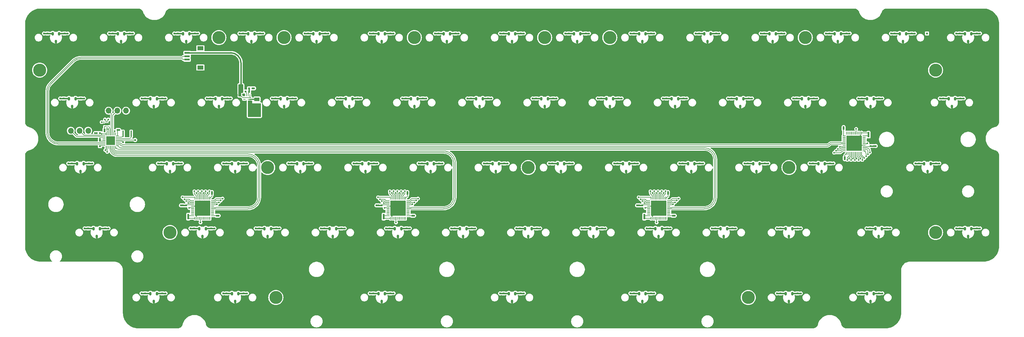
<source format=gbr>
%TF.GenerationSoftware,KiCad,Pcbnew,8.0.9*%
%TF.CreationDate,2025-06-30T23:39:47+07:00*%
%TF.ProjectId,Agar HE,41676172-2048-4452-9e6b-696361645f70,rev?*%
%TF.SameCoordinates,Original*%
%TF.FileFunction,Copper,L6,Bot*%
%TF.FilePolarity,Positive*%
%FSLAX46Y46*%
G04 Gerber Fmt 4.6, Leading zero omitted, Abs format (unit mm)*
G04 Created by KiCad (PCBNEW 8.0.9) date 2025-06-30 23:39:47*
%MOMM*%
%LPD*%
G01*
G04 APERTURE LIST*
G04 Aperture macros list*
%AMRoundRect*
0 Rectangle with rounded corners*
0 $1 Rounding radius*
0 $2 $3 $4 $5 $6 $7 $8 $9 X,Y pos of 4 corners*
0 Add a 4 corners polygon primitive as box body*
4,1,4,$2,$3,$4,$5,$6,$7,$8,$9,$2,$3,0*
0 Add four circle primitives for the rounded corners*
1,1,$1+$1,$2,$3*
1,1,$1+$1,$4,$5*
1,1,$1+$1,$6,$7*
1,1,$1+$1,$8,$9*
0 Add four rect primitives between the rounded corners*
20,1,$1+$1,$2,$3,$4,$5,0*
20,1,$1+$1,$4,$5,$6,$7,0*
20,1,$1+$1,$6,$7,$8,$9,0*
20,1,$1+$1,$8,$9,$2,$3,0*%
%AMFreePoly0*
4,1,14,0.385355,0.085355,0.400000,0.050000,0.400000,0.020711,0.385355,-0.014644,0.314644,-0.085355,0.279289,-0.100000,-0.350000,-0.100000,-0.385355,-0.085355,-0.400000,-0.050000,-0.400000,0.050000,-0.385355,0.085355,-0.350000,0.100000,0.350000,0.100000,0.385355,0.085355,0.385355,0.085355,$1*%
%AMFreePoly1*
4,1,14,0.314644,0.085355,0.385355,0.014644,0.400000,-0.020711,0.400000,-0.050000,0.385355,-0.085355,0.350000,-0.100000,-0.350000,-0.100000,-0.385355,-0.085355,-0.400000,-0.050000,-0.400000,0.050000,-0.385355,0.085355,-0.350000,0.100000,0.279289,0.100000,0.314644,0.085355,0.314644,0.085355,$1*%
%AMFreePoly2*
4,1,14,0.085355,0.385355,0.100000,0.350000,0.100000,-0.350000,0.085355,-0.385355,0.050000,-0.400000,0.020711,-0.400000,-0.014644,-0.385355,-0.085355,-0.314644,-0.100000,-0.279289,-0.100000,0.350000,-0.085355,0.385355,-0.050000,0.400000,0.050000,0.400000,0.085355,0.385355,0.085355,0.385355,$1*%
%AMFreePoly3*
4,1,14,0.085355,0.385355,0.100000,0.350000,0.100000,-0.279289,0.085355,-0.314644,0.014644,-0.385355,-0.020711,-0.400000,-0.050000,-0.400000,-0.085355,-0.385355,-0.100000,-0.350000,-0.100000,0.350000,-0.085355,0.385355,-0.050000,0.400000,0.050000,0.400000,0.085355,0.385355,0.085355,0.385355,$1*%
%AMFreePoly4*
4,1,14,0.385355,0.085355,0.400000,0.050000,0.400000,-0.050000,0.385355,-0.085355,0.350000,-0.100000,-0.350000,-0.100000,-0.385355,-0.085355,-0.400000,-0.050000,-0.400000,-0.020711,-0.385355,0.014644,-0.314644,0.085355,-0.279289,0.100000,0.350000,0.100000,0.385355,0.085355,0.385355,0.085355,$1*%
%AMFreePoly5*
4,1,14,0.385355,0.085355,0.400000,0.050000,0.400000,-0.050000,0.385355,-0.085355,0.350000,-0.100000,-0.279289,-0.100000,-0.314644,-0.085355,-0.385355,-0.014644,-0.400000,0.020711,-0.400000,0.050000,-0.385355,0.085355,-0.350000,0.100000,0.350000,0.100000,0.385355,0.085355,0.385355,0.085355,$1*%
%AMFreePoly6*
4,1,14,0.014644,0.385355,0.085355,0.314644,0.100000,0.279289,0.100000,-0.350000,0.085355,-0.385355,0.050000,-0.400000,-0.050000,-0.400000,-0.085355,-0.385355,-0.100000,-0.350000,-0.100000,0.350000,-0.085355,0.385355,-0.050000,0.400000,-0.020711,0.400000,0.014644,0.385355,0.014644,0.385355,$1*%
%AMFreePoly7*
4,1,14,0.085355,0.385355,0.100000,0.350000,0.100000,-0.350000,0.085355,-0.385355,0.050000,-0.400000,-0.050000,-0.400000,-0.085355,-0.385355,-0.100000,-0.350000,-0.100000,0.279289,-0.085355,0.314644,-0.014644,0.385355,0.020711,0.400000,0.050000,0.400000,0.085355,0.385355,0.085355,0.385355,$1*%
G04 Aperture macros list end*
%TA.AperFunction,ComponentPad*%
%ADD10C,3.800000*%
%TD*%
%TA.AperFunction,SMDPad,CuDef*%
%ADD11RoundRect,0.150000X-0.150000X0.350000X-0.150000X-0.350000X0.150000X-0.350000X0.150000X0.350000X0*%
%TD*%
%TA.AperFunction,SMDPad,CuDef*%
%ADD12R,0.620000X0.560000*%
%TD*%
%TA.AperFunction,SMDPad,CuDef*%
%ADD13R,0.560000X0.620000*%
%TD*%
%TA.AperFunction,SMDPad,CuDef*%
%ADD14R,0.800000X0.750000*%
%TD*%
%TA.AperFunction,ComponentPad*%
%ADD15R,1.700000X1.700000*%
%TD*%
%TA.AperFunction,ComponentPad*%
%ADD16O,1.700000X1.700000*%
%TD*%
%TA.AperFunction,SMDPad,CuDef*%
%ADD17R,0.400000X1.900000*%
%TD*%
%TA.AperFunction,SMDPad,CuDef*%
%ADD18RoundRect,0.050000X0.375000X0.050000X-0.375000X0.050000X-0.375000X-0.050000X0.375000X-0.050000X0*%
%TD*%
%TA.AperFunction,SMDPad,CuDef*%
%ADD19RoundRect,0.050000X0.050000X0.375000X-0.050000X0.375000X-0.050000X-0.375000X0.050000X-0.375000X0*%
%TD*%
%TA.AperFunction,ComponentPad*%
%ADD20C,0.500000*%
%TD*%
%TA.AperFunction,SMDPad,CuDef*%
%ADD21R,4.200000X4.200000*%
%TD*%
%TA.AperFunction,SMDPad,CuDef*%
%ADD22RoundRect,0.050000X0.275000X0.050000X-0.275000X0.050000X-0.275000X-0.050000X0.275000X-0.050000X0*%
%TD*%
%TA.AperFunction,SMDPad,CuDef*%
%ADD23RoundRect,0.050000X0.450000X0.050000X-0.450000X0.050000X-0.450000X-0.050000X0.450000X-0.050000X0*%
%TD*%
%TA.AperFunction,SMDPad,CuDef*%
%ADD24RoundRect,0.062500X0.062500X0.212500X-0.062500X0.212500X-0.062500X-0.212500X0.062500X-0.212500X0*%
%TD*%
%TA.AperFunction,SMDPad,CuDef*%
%ADD25RoundRect,0.050000X-0.375000X-0.050000X0.375000X-0.050000X0.375000X0.050000X-0.375000X0.050000X0*%
%TD*%
%TA.AperFunction,SMDPad,CuDef*%
%ADD26RoundRect,0.050000X-0.050000X-0.375000X0.050000X-0.375000X0.050000X0.375000X-0.050000X0.375000X0*%
%TD*%
%TA.AperFunction,SMDPad,CuDef*%
%ADD27R,1.800000X1.200000*%
%TD*%
%TA.AperFunction,SMDPad,CuDef*%
%ADD28R,1.550000X0.600000*%
%TD*%
%TA.AperFunction,SMDPad,CuDef*%
%ADD29R,1.500000X1.000000*%
%TD*%
%TA.AperFunction,SMDPad,CuDef*%
%ADD30RoundRect,0.062500X-0.062500X0.062500X-0.062500X-0.062500X0.062500X-0.062500X0.062500X0.062500X0*%
%TD*%
%TA.AperFunction,SMDPad,CuDef*%
%ADD31RoundRect,0.175000X-0.475000X0.175000X-0.475000X-0.175000X0.475000X-0.175000X0.475000X0.175000X0*%
%TD*%
%TA.AperFunction,SMDPad,CuDef*%
%ADD32FreePoly0,180.000000*%
%TD*%
%TA.AperFunction,SMDPad,CuDef*%
%ADD33RoundRect,0.050000X0.350000X0.050000X-0.350000X0.050000X-0.350000X-0.050000X0.350000X-0.050000X0*%
%TD*%
%TA.AperFunction,SMDPad,CuDef*%
%ADD34FreePoly1,180.000000*%
%TD*%
%TA.AperFunction,SMDPad,CuDef*%
%ADD35FreePoly2,180.000000*%
%TD*%
%TA.AperFunction,SMDPad,CuDef*%
%ADD36RoundRect,0.050000X0.050000X0.350000X-0.050000X0.350000X-0.050000X-0.350000X0.050000X-0.350000X0*%
%TD*%
%TA.AperFunction,SMDPad,CuDef*%
%ADD37FreePoly3,180.000000*%
%TD*%
%TA.AperFunction,SMDPad,CuDef*%
%ADD38FreePoly4,180.000000*%
%TD*%
%TA.AperFunction,SMDPad,CuDef*%
%ADD39FreePoly5,180.000000*%
%TD*%
%TA.AperFunction,SMDPad,CuDef*%
%ADD40FreePoly6,180.000000*%
%TD*%
%TA.AperFunction,SMDPad,CuDef*%
%ADD41FreePoly7,180.000000*%
%TD*%
%TA.AperFunction,SMDPad,CuDef*%
%ADD42R,2.650000X2.650000*%
%TD*%
%TA.AperFunction,ViaPad*%
%ADD43C,0.600000*%
%TD*%
%TA.AperFunction,ViaPad*%
%ADD44C,0.500000*%
%TD*%
%TA.AperFunction,Conductor*%
%ADD45C,0.400000*%
%TD*%
%TA.AperFunction,Conductor*%
%ADD46C,0.200000*%
%TD*%
%TA.AperFunction,Conductor*%
%ADD47C,0.153900*%
%TD*%
%TA.AperFunction,Conductor*%
%ADD48C,0.156700*%
%TD*%
%TA.AperFunction,Conductor*%
%ADD49C,0.300000*%
%TD*%
G04 APERTURE END LIST*
D10*
%TO.P,H8,1*%
%TO.N,N/C*%
X166687500Y-23812500D03*
%TD*%
%TO.P,H4,1*%
%TO.N,N/C*%
X85725000Y-61912500D03*
%TD*%
%TO.P,H5,1*%
%TO.N,N/C*%
X71437500Y-23812500D03*
%TD*%
%TO.P,H13,1*%
%TO.N,N/C*%
X238125000Y-61912500D03*
%TD*%
%TO.P,H10,1*%
%TO.N,N/C*%
X185737500Y-23812500D03*
%TD*%
%TO.P,H7,1*%
%TO.N,N/C*%
X161925000Y-61912500D03*
%TD*%
%TO.P,H13,1*%
%TO.N,N/C*%
X57150000Y-80962500D03*
%TD*%
%TO.P,H9,1*%
%TO.N,N/C*%
X128587500Y-23812500D03*
%TD*%
%TO.P,H12,1*%
%TO.N,N/C*%
X19050000Y-33337500D03*
%TD*%
%TO.P,H13,1*%
%TO.N,N/C*%
X280987500Y-80962500D03*
%TD*%
%TO.P,H18,1*%
%TO.N,N/C*%
X280987500Y-33337500D03*
%TD*%
%TO.P,H14,1*%
%TO.N,N/C*%
X88106250Y-100012500D03*
%TD*%
%TO.P,H11,1*%
%TO.N,N/C*%
X242887500Y-23812500D03*
%TD*%
%TO.P,H15,1*%
%TO.N,N/C*%
X226218750Y-100012500D03*
%TD*%
%TO.P,H5,1*%
%TO.N,N/C*%
X90487500Y-23812500D03*
%TD*%
D11*
%TO.P,U42,1,+*%
%TO.N,+3.3V*%
X132400000Y-60757500D03*
%TO.P,U42,2,-*%
%TO.N,GND*%
X133350000Y-63107500D03*
%TO.P,U42,3*%
%TO.N,25*%
X134300000Y-60757500D03*
%TD*%
D12*
%TO.P,C140,1*%
%TO.N,+3.3V*%
X207050000Y-60682500D03*
%TO.P,C140,2*%
%TO.N,GND*%
X207050000Y-61642500D03*
%TD*%
%TO.P,C160,1*%
%TO.N,+3.3V*%
X49887500Y-98782500D03*
%TO.P,C160,2*%
%TO.N,GND*%
X49887500Y-99742500D03*
%TD*%
%TO.P,C141,1*%
%TO.N,+3.3V*%
X226100000Y-60682500D03*
%TO.P,C141,2*%
%TO.N,GND*%
X226100000Y-61642500D03*
%TD*%
D11*
%TO.P,U58,1,+*%
%TO.N,+3.3V*%
X141925000Y-79807500D03*
%TO.P,U58,2,-*%
%TO.N,GND*%
X142875000Y-82157500D03*
%TO.P,U58,3*%
%TO.N,37*%
X143825000Y-79807500D03*
%TD*%
D13*
%TO.P,C168,1*%
%TO.N,GND*%
X37048750Y-50817500D03*
%TO.P,C168,2*%
%TO.N,+3.3V*%
X38008750Y-50817500D03*
%TD*%
D12*
%TO.P,C162,1*%
%TO.N,+3.3V*%
X116562500Y-98782500D03*
%TO.P,C162,2*%
%TO.N,GND*%
X116562500Y-99742500D03*
%TD*%
%TO.P,C29,1*%
%TO.N,112*%
X264437500Y-41632500D03*
%TO.P,C29,2*%
%TO.N,GND*%
X264437500Y-42592500D03*
%TD*%
%TO.P,C120,1*%
%TO.N,+3.3V*%
X87987500Y-41632500D03*
%TO.P,C120,2*%
%TO.N,GND*%
X87987500Y-42592500D03*
%TD*%
%TO.P,C128,1*%
%TO.N,+3.3V*%
X240387500Y-41632500D03*
%TO.P,C128,2*%
%TO.N,GND*%
X240387500Y-42592500D03*
%TD*%
%TO.P,C147,1*%
%TO.N,+3.3V*%
X64175000Y-79732500D03*
%TO.P,C147,2*%
%TO.N,GND*%
X64175000Y-80692500D03*
%TD*%
%TO.P,C108,1*%
%TO.N,+3.3V*%
X154662500Y-22582500D03*
%TO.P,C108,2*%
%TO.N,GND*%
X154662500Y-23542500D03*
%TD*%
D11*
%TO.P,U11,1,+*%
%TO.N,+3.3V*%
X118112500Y-22657500D03*
%TO.P,U11,2,-*%
%TO.N,GND*%
X119062500Y-25007500D03*
%TO.P,U11,3*%
%TO.N,05*%
X120012500Y-22657500D03*
%TD*%
D13*
%TO.P,C67,1*%
%TO.N,+3.3V*%
X62475000Y-76818750D03*
%TO.P,C67,2*%
%TO.N,GND*%
X61515000Y-76818750D03*
%TD*%
D14*
%TO.P,C170,1*%
%TO.N,+5V*%
X77921875Y-39471875D03*
%TO.P,C170,2*%
%TO.N,GND*%
X76421875Y-39471875D03*
%TD*%
D12*
%TO.P,C101,1*%
%TO.N,+3.3V*%
X21312500Y-22582500D03*
%TO.P,C101,2*%
%TO.N,GND*%
X21312500Y-23542500D03*
%TD*%
%TO.P,C25,1*%
%TO.N,18*%
X188237500Y-41632500D03*
%TO.P,C25,2*%
%TO.N,GND*%
X188237500Y-42592500D03*
%TD*%
%TO.P,C43,1*%
%TO.N,211*%
X250150000Y-60682500D03*
%TO.P,C43,2*%
%TO.N,GND*%
X250150000Y-61642500D03*
%TD*%
%TO.P,C165,1*%
%TO.N,+3.3V*%
X235625000Y-98782500D03*
%TO.P,C165,2*%
%TO.N,GND*%
X235625000Y-99742500D03*
%TD*%
%TO.P,C104,1*%
%TO.N,+3.3V*%
X78462500Y-22582500D03*
%TO.P,C104,2*%
%TO.N,GND*%
X78462500Y-23542500D03*
%TD*%
%TO.P,C151,1*%
%TO.N,+3.3V*%
X140375000Y-79732500D03*
%TO.P,C151,2*%
%TO.N,GND*%
X140375000Y-80692500D03*
%TD*%
D11*
%TO.P,U80,1,+*%
%TO.N,+3.3V*%
X194312500Y-98857500D03*
%TO.P,U80,2,-*%
%TO.N,GND*%
X195262500Y-101207500D03*
%TO.P,U80,3*%
%TO.N,48*%
X196212500Y-98857500D03*
%TD*%
D15*
%TO.P,J2,1,Pin_1*%
%TO.N,GND*%
X25620000Y-51112500D03*
D16*
%TO.P,J2,2,Pin_2*%
%TO.N,SWDIO*%
X28160000Y-51112500D03*
%TO.P,J2,3,Pin_3*%
%TO.N,SWCLK*%
X30700000Y-51112500D03*
%TO.P,J2,4,Pin_4*%
%TO.N,+3.3V*%
X33240000Y-51112500D03*
%TD*%
D11*
%TO.P,U32,1,+*%
%TO.N,+3.3V*%
X222887500Y-41707500D03*
%TO.P,U32,2,-*%
%TO.N,GND*%
X223837500Y-44057500D03*
%TO.P,U32,3*%
%TO.N,110*%
X224787500Y-41707500D03*
%TD*%
D17*
%TO.P,Y1,1,1*%
%TO.N,Net-(U1-PF0)*%
X43408750Y-52017500D03*
%TO.P,Y1,2,2*%
%TO.N,GND*%
X44608750Y-52017500D03*
%TO.P,Y1,3,3*%
%TO.N,Net-(U1-PF1)*%
X45808750Y-52017500D03*
%TD*%
D12*
%TO.P,C3,1*%
%TO.N,02*%
X64412500Y-22582500D03*
%TO.P,C3,2*%
%TO.N,GND*%
X64412500Y-23542500D03*
%TD*%
D13*
%TO.P,C79,1*%
%TO.N,+3.3V*%
X195825000Y-76818750D03*
%TO.P,C79,2*%
%TO.N,GND*%
X194865000Y-76818750D03*
%TD*%
D11*
%TO.P,U41,1,+*%
%TO.N,+3.3V*%
X113350000Y-60757500D03*
%TO.P,U41,2,-*%
%TO.N,GND*%
X114300000Y-63107500D03*
%TO.P,U41,3*%
%TO.N,24*%
X115250000Y-60757500D03*
%TD*%
D12*
%TO.P,C36,1*%
%TO.N,24*%
X116800000Y-60682500D03*
%TO.P,C36,2*%
%TO.N,GND*%
X116800000Y-61642500D03*
%TD*%
%TO.P,C49,1*%
%TO.N,34*%
X88225000Y-79732500D03*
%TO.P,C49,2*%
%TO.N,GND*%
X88225000Y-80692500D03*
%TD*%
D13*
%TO.P,R2,1*%
%TO.N,Net-(U88-FB)*%
X80291875Y-38671875D03*
%TO.P,R2,2*%
%TO.N,+3.3V*%
X81251875Y-38671875D03*
%TD*%
D12*
%TO.P,C137,1*%
%TO.N,+3.3V*%
X149900000Y-60682500D03*
%TO.P,C137,2*%
%TO.N,GND*%
X149900000Y-61642500D03*
%TD*%
%TO.P,C77,1*%
%TO.N,+3.3V*%
X204225000Y-76018750D03*
%TO.P,C77,2*%
%TO.N,GND*%
X204225000Y-75058750D03*
%TD*%
D11*
%TO.P,U30,1,+*%
%TO.N,+3.3V*%
X184787500Y-41707500D03*
%TO.P,U30,2,-*%
%TO.N,GND*%
X185737500Y-44057500D03*
%TO.P,U30,3*%
%TO.N,18*%
X186687500Y-41707500D03*
%TD*%
D12*
%TO.P,C123,1*%
%TO.N,+3.3V*%
X145137500Y-41632500D03*
%TO.P,C123,2*%
%TO.N,GND*%
X145137500Y-42592500D03*
%TD*%
D11*
%TO.P,U38,1,+*%
%TO.N,+3.3V*%
X56200000Y-60757500D03*
%TO.P,U38,2,-*%
%TO.N,GND*%
X57150000Y-63107500D03*
%TO.P,U38,3*%
%TO.N,21*%
X58100000Y-60757500D03*
%TD*%
D12*
%TO.P,C153,1*%
%TO.N,+3.3V*%
X178475000Y-79732500D03*
%TO.P,C153,2*%
%TO.N,GND*%
X178475000Y-80692500D03*
%TD*%
D11*
%TO.P,U79,1,+*%
%TO.N,+3.3V*%
X118112500Y-98857500D03*
%TO.P,U79,2,-*%
%TO.N,GND*%
X119062500Y-101207500D03*
%TO.P,U79,3*%
%TO.N,44*%
X120012500Y-98857500D03*
%TD*%
D12*
%TO.P,C145,1*%
%TO.N,+3.3V*%
X33218750Y-79732500D03*
%TO.P,C145,2*%
%TO.N,GND*%
X33218750Y-80692500D03*
%TD*%
%TO.P,C13,1*%
%TO.N,012*%
X254912500Y-22582500D03*
%TO.P,C13,2*%
%TO.N,GND*%
X254912500Y-23542500D03*
%TD*%
%TO.P,C58,1*%
%TO.N,314*%
X266818750Y-79732500D03*
%TO.P,C58,2*%
%TO.N,GND*%
X266818750Y-80692500D03*
%TD*%
%TO.P,C124,1*%
%TO.N,+3.3V*%
X164187500Y-41632500D03*
%TO.P,C124,2*%
%TO.N,GND*%
X164187500Y-42592500D03*
%TD*%
D11*
%TO.P,U8,1,+*%
%TO.N,+3.3V*%
X60962500Y-22657500D03*
%TO.P,U8,2,-*%
%TO.N,GND*%
X61912500Y-25007500D03*
%TO.P,U8,3*%
%TO.N,02*%
X62862500Y-22657500D03*
%TD*%
D12*
%TO.P,C142,1*%
%TO.N,+3.3V*%
X245150000Y-60682500D03*
%TO.P,C142,2*%
%TO.N,GND*%
X245150000Y-61642500D03*
%TD*%
D11*
%TO.P,U65,1,+*%
%TO.N,+3.3V*%
X289562500Y-79807500D03*
%TO.P,U65,2,-*%
%TO.N,GND*%
X290512500Y-82157500D03*
%TO.P,U65,3*%
%TO.N,315*%
X291462500Y-79807500D03*
%TD*%
%TO.P,U57,1,+*%
%TO.N,+3.3V*%
X122875000Y-79807500D03*
%TO.P,U57,2,-*%
%TO.N,GND*%
X123825000Y-82157500D03*
%TO.P,U57,3*%
%TO.N,36*%
X124775000Y-79807500D03*
%TD*%
%TO.P,U84,1,+*%
%TO.N,+3.3V*%
X156212500Y-98857500D03*
%TO.P,U84,2,-*%
%TO.N,GND*%
X157162500Y-101207500D03*
%TO.P,U84,3*%
%TO.N,46*%
X158112500Y-98857500D03*
%TD*%
D12*
%TO.P,C91,1*%
%TO.N,44*%
X121562500Y-98782500D03*
%TO.P,C91,2*%
%TO.N,GND*%
X121562500Y-99742500D03*
%TD*%
D11*
%TO.P,U60,1,+*%
%TO.N,+3.3V*%
X180025000Y-79807500D03*
%TO.P,U60,2,-*%
%TO.N,GND*%
X180975000Y-82157500D03*
%TO.P,U60,3*%
%TO.N,39*%
X181925000Y-79807500D03*
%TD*%
D12*
%TO.P,C115,1*%
%TO.N,+3.3V*%
X278487500Y-22582500D03*
%TO.P,C115,2*%
%TO.N,GND*%
X278487500Y-23542500D03*
%TD*%
%TO.P,C15,1*%
%TO.N,014*%
X293012500Y-22582500D03*
%TO.P,C15,2*%
%TO.N,GND*%
X293012500Y-23542500D03*
%TD*%
%TO.P,C82,1*%
%TO.N,+3.3V*%
X195225000Y-72998750D03*
%TO.P,C82,2*%
%TO.N,GND*%
X195225000Y-73958750D03*
%TD*%
%TO.P,C95,1*%
%TO.N,410*%
X264437500Y-98782500D03*
%TO.P,C95,2*%
%TO.N,GND*%
X264437500Y-99742500D03*
%TD*%
%TO.P,C59,1*%
%TO.N,315*%
X293012500Y-79732500D03*
%TO.P,C59,2*%
%TO.N,GND*%
X293012500Y-80692500D03*
%TD*%
%TO.P,C76,1*%
%TO.N,+3.3V*%
X119025000Y-72998750D03*
%TO.P,C76,2*%
%TO.N,GND*%
X119025000Y-73958750D03*
%TD*%
D13*
%TO.P,C83,1*%
%TO.N,+3.3V*%
X254095000Y-50568750D03*
%TO.P,C83,2*%
%TO.N,GND*%
X255055000Y-50568750D03*
%TD*%
D12*
%TO.P,C69,1*%
%TO.N,+3.3V*%
X60875000Y-72998750D03*
%TO.P,C69,2*%
%TO.N,GND*%
X60875000Y-73958750D03*
%TD*%
%TO.P,C125,1*%
%TO.N,+3.3V*%
X183237500Y-41632500D03*
%TO.P,C125,2*%
%TO.N,GND*%
X183237500Y-42592500D03*
%TD*%
%TO.P,C116,1*%
%TO.N,+3.3V*%
X288012500Y-22582500D03*
%TO.P,C116,2*%
%TO.N,GND*%
X288012500Y-23542500D03*
%TD*%
%TO.P,C81,1*%
%TO.N,+3.3V*%
X194225000Y-72998750D03*
%TO.P,C81,2*%
%TO.N,GND*%
X194225000Y-73958750D03*
%TD*%
%TO.P,C17,1*%
%TO.N,10*%
X31075000Y-41632500D03*
%TO.P,C17,2*%
%TO.N,GND*%
X31075000Y-42592500D03*
%TD*%
D11*
%TO.P,U62,1,+*%
%TO.N,+3.3V*%
X218125000Y-79807500D03*
%TO.P,U62,2,-*%
%TO.N,GND*%
X219075000Y-82157500D03*
%TO.P,U62,3*%
%TO.N,311*%
X220025000Y-79807500D03*
%TD*%
D13*
%TO.P,C84,1*%
%TO.N,+3.3V*%
X261375000Y-52768750D03*
%TO.P,C84,2*%
%TO.N,GND*%
X262335000Y-52768750D03*
%TD*%
D12*
%TO.P,C35,1*%
%TO.N,23*%
X97750000Y-60682500D03*
%TO.P,C35,2*%
%TO.N,GND*%
X97750000Y-61642500D03*
%TD*%
%TO.P,C131,1*%
%TO.N,+3.3V*%
X28456250Y-60682500D03*
%TO.P,C131,2*%
%TO.N,GND*%
X28456250Y-61642500D03*
%TD*%
%TO.P,C34,1*%
%TO.N,22*%
X78700000Y-60682500D03*
%TO.P,C34,2*%
%TO.N,GND*%
X78700000Y-61642500D03*
%TD*%
%TO.P,C155,1*%
%TO.N,+3.3V*%
X216575000Y-79732500D03*
%TO.P,C155,2*%
%TO.N,GND*%
X216575000Y-80692500D03*
%TD*%
D18*
%TO.P,U5,1,VDD*%
%TO.N,+3.3V*%
X260125000Y-52568750D03*
%TO.P,U5,2,PC13*%
%TO.N,unconnected-(U5-PC13-Pad2)*%
X260125000Y-52968750D03*
%TO.P,U5,3,PC14*%
%TO.N,unconnected-(U5-PC14-Pad3)*%
X260125000Y-53368750D03*
%TO.P,U5,4,PC15*%
%TO.N,unconnected-(U5-PC15-Pad4)*%
X260125000Y-53768750D03*
%TO.P,U5,5,PF0*%
%TO.N,unconnected-(U5-PF0-Pad5)*%
X260125000Y-54168750D03*
%TO.P,U5,6,PF1*%
%TO.N,unconnected-(U5-PF1-Pad6)*%
X260125000Y-54568750D03*
%TO.P,U5,7,NRST*%
%TO.N,SLAVE RST*%
X260125000Y-54968750D03*
%TO.P,U5,8,VSSA*%
%TO.N,GND*%
X260125000Y-55368750D03*
%TO.P,U5,9,VDDA*%
%TO.N,+3.3V*%
X260125000Y-55768750D03*
%TO.P,U5,10,PA0*%
%TO.N,013*%
X260125000Y-56168750D03*
%TO.P,U5,11,PA1*%
%TO.N,ADC4_IN1*%
X260125000Y-56568750D03*
%TO.P,U5,12,PA2*%
%TO.N,113*%
X260125000Y-56968750D03*
D19*
%TO.P,U5,13,PA3*%
%TO.N,014*%
X259375000Y-57718750D03*
%TO.P,U5,14,PA4*%
%TO.N,213*%
X258975000Y-57718750D03*
%TO.P,U5,15,PA5*%
%TO.N,ADC4_IN5*%
X258575000Y-57718750D03*
%TO.P,U5,16,PA6*%
%TO.N,ADC4_IN6*%
X258175000Y-57718750D03*
%TO.P,U5,17,PA7*%
%TO.N,315*%
X257775000Y-57718750D03*
%TO.P,U5,18,PB0*%
%TO.N,314*%
X257375000Y-57718750D03*
%TO.P,U5,19,PB1*%
%TO.N,410*%
X256975000Y-57718750D03*
%TO.P,U5,20,PB2*%
%TO.N,49*%
X256575000Y-57718750D03*
%TO.P,U5,21,PB10*%
%TO.N,312*%
X256175000Y-57718750D03*
%TO.P,U5,22,PB11*%
%TO.N,211*%
X255775000Y-57718750D03*
%TO.P,U5,23,PF8*%
%TO.N,unconnected-(U5-PF8-Pad23)*%
X255375000Y-57718750D03*
%TO.P,U5,24,VDD*%
%TO.N,+3.3V*%
X254975000Y-57718750D03*
D18*
%TO.P,U5,25,PB12*%
%TO.N,111*%
X254225000Y-56968750D03*
%TO.P,U5,26,PB13*%
%TO.N,011*%
X254225000Y-56568750D03*
%TO.P,U5,27,PB14*%
%TO.N,012*%
X254225000Y-56168750D03*
%TO.P,U5,28,PB15*%
%TO.N,112*%
X254225000Y-55768750D03*
%TO.P,U5,29,PA8*%
%TO.N,unconnected-(U5-PA8-Pad29)*%
X254225000Y-55368750D03*
%TO.P,U5,30,PA9*%
%TO.N,D4+*%
X254225000Y-54968750D03*
%TO.P,U5,31,PA10*%
%TO.N,D4-*%
X254225000Y-54568750D03*
%TO.P,U5,32,PA11*%
%TO.N,unconnected-(U5-PA11-Pad32)*%
X254225000Y-54168750D03*
%TO.P,U5,33,PA12*%
%TO.N,unconnected-(U5-PA12-Pad33)*%
X254225000Y-53768750D03*
%TO.P,U5,34,PA13*%
%TO.N,unconnected-(U5-PA13-Pad34)*%
X254225000Y-53368750D03*
%TO.P,U5,35,PF6*%
%TO.N,unconnected-(U5-PF6-Pad35)*%
X254225000Y-52968750D03*
%TO.P,U5,36,VDD*%
%TO.N,+3.3V*%
X254225000Y-52568750D03*
D19*
%TO.P,U5,37,PA14*%
%TO.N,unconnected-(U5-PA14-Pad37)*%
X254975000Y-51818750D03*
%TO.P,U5,38,PA15*%
%TO.N,unconnected-(U5-PA15-Pad38)*%
X255375000Y-51818750D03*
%TO.P,U5,39,PB3*%
%TO.N,unconnected-(U5-PB3-Pad39)*%
X255775000Y-51818750D03*
%TO.P,U5,40,PB4*%
%TO.N,unconnected-(U5-PB4-Pad40)*%
X256175000Y-51818750D03*
%TO.P,U5,41,PB5*%
%TO.N,unconnected-(U5-PB5-Pad41)*%
X256575000Y-51818750D03*
%TO.P,U5,42,PB6*%
%TO.N,unconnected-(U5-PB6-Pad42)*%
X256975000Y-51818750D03*
%TO.P,U5,43,PB7*%
%TO.N,unconnected-(U5-PB7-Pad43)*%
X257375000Y-51818750D03*
%TO.P,U5,44,BOOT0*%
%TO.N,SLAVE BOOT*%
X257775000Y-51818750D03*
%TO.P,U5,45,PB8*%
%TO.N,unconnected-(U5-PB8-Pad45)*%
X258175000Y-51818750D03*
%TO.P,U5,46,PB9*%
%TO.N,unconnected-(U5-PB9-Pad46)*%
X258575000Y-51818750D03*
%TO.P,U5,47,VSS*%
%TO.N,GND*%
X258975000Y-51818750D03*
%TO.P,U5,48,VDD*%
%TO.N,+3.3V*%
X259375000Y-51818750D03*
D20*
%TO.P,U5,49,VSS*%
%TO.N,GND*%
X258750000Y-56343750D03*
X258750000Y-55293750D03*
X258750000Y-54243750D03*
X258750000Y-53193750D03*
X257700000Y-56343750D03*
X257700000Y-55293750D03*
X257700000Y-54243750D03*
X257700000Y-53193750D03*
D21*
X257175000Y-54768750D03*
D20*
X256650000Y-56343750D03*
X256650000Y-55293750D03*
X256650000Y-54243750D03*
X256650000Y-53193750D03*
X255600000Y-56343750D03*
X255600000Y-55293750D03*
X255600000Y-54243750D03*
X255600000Y-53193750D03*
%TD*%
D12*
%TO.P,C24,1*%
%TO.N,17*%
X169187500Y-41632500D03*
%TO.P,C24,2*%
%TO.N,GND*%
X169187500Y-42592500D03*
%TD*%
%TO.P,C106,1*%
%TO.N,+3.3V*%
X116562500Y-22582500D03*
%TO.P,C106,2*%
%TO.N,GND*%
X116562500Y-23542500D03*
%TD*%
%TO.P,C63,1*%
%TO.N,41*%
X54887500Y-98782500D03*
%TO.P,C63,2*%
%TO.N,GND*%
X54887500Y-99742500D03*
%TD*%
%TO.P,C93,1*%
%TO.N,48*%
X197762500Y-98782500D03*
%TO.P,C93,2*%
%TO.N,GND*%
X197762500Y-99742500D03*
%TD*%
%TO.P,C156,1*%
%TO.N,+3.3V*%
X235625000Y-79732500D03*
%TO.P,C156,2*%
%TO.N,GND*%
X235625000Y-80692500D03*
%TD*%
%TO.P,C127,1*%
%TO.N,+3.3V*%
X221337500Y-41632500D03*
%TO.P,C127,2*%
%TO.N,GND*%
X221337500Y-42592500D03*
%TD*%
D22*
%TO.P,U88,1,EN/SYNC*%
%TO.N,+5V*%
X80646875Y-41421875D03*
D23*
%TO.P,U88,2,SW*%
%TO.N,Net-(U88-SW)*%
X80471875Y-41921875D03*
D22*
%TO.P,U88,3,VO*%
%TO.N,+3.3V*%
X80646875Y-42421875D03*
D23*
%TO.P,U88,4,PGND*%
%TO.N,GND*%
X79071875Y-42421875D03*
D22*
%TO.P,U88,5,PG*%
%TO.N,unconnected-(U88-PG-Pad5)*%
X78896875Y-41921875D03*
D23*
%TO.P,U88,6,VIN*%
%TO.N,+5V*%
X79071875Y-41421875D03*
D24*
%TO.P,U88,7,PSNS*%
%TO.N,GND*%
X79021875Y-40746875D03*
%TO.P,U88,8,NR/SS*%
%TO.N,Net-(U88-NR{slash}SS)*%
X79521875Y-40746875D03*
%TO.P,U88,9,FB*%
%TO.N,Net-(U88-FB)*%
X80021875Y-40746875D03*
%TO.P,U88,10,S-CONF*%
%TO.N,+5V*%
X80521875Y-40746875D03*
%TD*%
D12*
%TO.P,C6,1*%
%TO.N,05*%
X121562500Y-22582500D03*
%TO.P,C6,2*%
%TO.N,GND*%
X121562500Y-23542500D03*
%TD*%
D25*
%TO.P,U3,1,VDD*%
%TO.N,+3.3V*%
X120875000Y-76018750D03*
%TO.P,U3,2,PC13*%
%TO.N,unconnected-(U3-PC13-Pad2)*%
X120875000Y-75618750D03*
%TO.P,U3,3,PC14*%
%TO.N,unconnected-(U3-PC14-Pad3)*%
X120875000Y-75218750D03*
%TO.P,U3,4,PC15*%
%TO.N,unconnected-(U3-PC15-Pad4)*%
X120875000Y-74818750D03*
%TO.P,U3,5,PF0*%
%TO.N,unconnected-(U3-PF0-Pad5)*%
X120875000Y-74418750D03*
%TO.P,U3,6,PF1*%
%TO.N,unconnected-(U3-PF1-Pad6)*%
X120875000Y-74018750D03*
%TO.P,U3,7,NRST*%
%TO.N,SLAVE RST*%
X120875000Y-73618750D03*
%TO.P,U3,8,VSSA*%
%TO.N,GND*%
X120875000Y-73218750D03*
%TO.P,U3,9,VDDA*%
%TO.N,+3.3V*%
X120875000Y-72818750D03*
%TO.P,U3,10,PA0*%
%TO.N,35*%
X120875000Y-72418750D03*
%TO.P,U3,11,PA1*%
%TO.N,23*%
X120875000Y-72018750D03*
%TO.P,U3,12,PA2*%
%TO.N,13*%
X120875000Y-71618750D03*
D26*
%TO.P,U3,13,PA3*%
%TO.N,03*%
X121625000Y-70868750D03*
%TO.P,U3,14,PA4*%
%TO.N,24*%
X122025000Y-70868750D03*
%TO.P,U3,15,PA5*%
%TO.N,14*%
X122425000Y-70868750D03*
%TO.P,U3,16,PA6*%
%TO.N,04*%
X122825000Y-70868750D03*
%TO.P,U3,17,PA7*%
%TO.N,06*%
X123225000Y-70868750D03*
%TO.P,U3,18,PB0*%
%TO.N,05*%
X123625000Y-70868750D03*
%TO.P,U3,19,PB1*%
%TO.N,16*%
X124025000Y-70868750D03*
%TO.P,U3,20,PB2*%
%TO.N,15*%
X124425000Y-70868750D03*
%TO.P,U3,21,PB10*%
%TO.N,26*%
X124825000Y-70868750D03*
%TO.P,U3,22,PB11*%
%TO.N,25*%
X125225000Y-70868750D03*
%TO.P,U3,23,PF8*%
%TO.N,unconnected-(U3-PF8-Pad23)*%
X125625000Y-70868750D03*
%TO.P,U3,24,VDD*%
%TO.N,+3.3V*%
X126025000Y-70868750D03*
D25*
%TO.P,U3,25,PB12*%
%TO.N,46*%
X126775000Y-71618750D03*
%TO.P,U3,26,PB13*%
%TO.N,37*%
X126775000Y-72018750D03*
%TO.P,U3,27,PB14*%
%TO.N,44*%
X126775000Y-72418750D03*
%TO.P,U3,28,PB15*%
%TO.N,36*%
X126775000Y-72818750D03*
%TO.P,U3,29,PA8*%
%TO.N,unconnected-(U3-PA8-Pad29)*%
X126775000Y-73218750D03*
%TO.P,U3,30,PA9*%
%TO.N,D2+*%
X126775000Y-73618750D03*
%TO.P,U3,31,PA10*%
%TO.N,D2-*%
X126775000Y-74018750D03*
%TO.P,U3,32,PA11*%
%TO.N,unconnected-(U3-PA11-Pad32)*%
X126775000Y-74418750D03*
%TO.P,U3,33,PA12*%
%TO.N,unconnected-(U3-PA12-Pad33)*%
X126775000Y-74818750D03*
%TO.P,U3,34,PA13*%
%TO.N,unconnected-(U3-PA13-Pad34)*%
X126775000Y-75218750D03*
%TO.P,U3,35,PF6*%
%TO.N,unconnected-(U3-PF6-Pad35)*%
X126775000Y-75618750D03*
%TO.P,U3,36,VDD*%
%TO.N,+3.3V*%
X126775000Y-76018750D03*
D26*
%TO.P,U3,37,PA14*%
%TO.N,unconnected-(U3-PA14-Pad37)*%
X126025000Y-76768750D03*
%TO.P,U3,38,PA15*%
%TO.N,unconnected-(U3-PA15-Pad38)*%
X125625000Y-76768750D03*
%TO.P,U3,39,PB3*%
%TO.N,unconnected-(U3-PB3-Pad39)*%
X125225000Y-76768750D03*
%TO.P,U3,40,PB4*%
%TO.N,unconnected-(U3-PB4-Pad40)*%
X124825000Y-76768750D03*
%TO.P,U3,41,PB5*%
%TO.N,unconnected-(U3-PB5-Pad41)*%
X124425000Y-76768750D03*
%TO.P,U3,42,PB6*%
%TO.N,unconnected-(U3-PB6-Pad42)*%
X124025000Y-76768750D03*
%TO.P,U3,43,PB7*%
%TO.N,unconnected-(U3-PB7-Pad43)*%
X123625000Y-76768750D03*
%TO.P,U3,44,BOOT0*%
%TO.N,SLAVE BOOT*%
X123225000Y-76768750D03*
%TO.P,U3,45,PB8*%
%TO.N,unconnected-(U3-PB8-Pad45)*%
X122825000Y-76768750D03*
%TO.P,U3,46,PB9*%
%TO.N,unconnected-(U3-PB9-Pad46)*%
X122425000Y-76768750D03*
%TO.P,U3,47,VSS*%
%TO.N,GND*%
X122025000Y-76768750D03*
%TO.P,U3,48,VDD*%
%TO.N,+3.3V*%
X121625000Y-76768750D03*
D20*
%TO.P,U3,49,VSS*%
%TO.N,GND*%
X122250000Y-72243750D03*
X122250000Y-73293750D03*
X122250000Y-74343750D03*
X122250000Y-75393750D03*
X123300000Y-72243750D03*
X123300000Y-73293750D03*
X123300000Y-74343750D03*
X123300000Y-75393750D03*
D21*
X123825000Y-73818750D03*
D20*
X124350000Y-72243750D03*
X124350000Y-73293750D03*
X124350000Y-74343750D03*
X124350000Y-75393750D03*
X125400000Y-72243750D03*
X125400000Y-73293750D03*
X125400000Y-74343750D03*
X125400000Y-75393750D03*
%TD*%
D13*
%TO.P,C68,1*%
%TO.N,+3.3V*%
X69395000Y-69618750D03*
%TO.P,C68,2*%
%TO.N,GND*%
X70355000Y-69618750D03*
%TD*%
D12*
%TO.P,C18,1*%
%TO.N,11*%
X54887500Y-41632500D03*
%TO.P,C18,2*%
%TO.N,GND*%
X54887500Y-42592500D03*
%TD*%
D13*
%TO.P,C86,1*%
%TO.N,+3.3V*%
X254455000Y-58968750D03*
%TO.P,C86,2*%
%TO.N,GND*%
X253495000Y-58968750D03*
%TD*%
D12*
%TO.P,C54,1*%
%TO.N,39*%
X183475000Y-79732500D03*
%TO.P,C54,2*%
%TO.N,GND*%
X183475000Y-80692500D03*
%TD*%
D11*
%TO.P,U20,1,+*%
%TO.N,+3.3V*%
X289562500Y-22657500D03*
%TO.P,U20,2,-*%
%TO.N,GND*%
X290512500Y-25007500D03*
%TO.P,U20,3*%
%TO.N,014*%
X291462500Y-22657500D03*
%TD*%
D12*
%TO.P,C164,1*%
%TO.N,+3.3V*%
X192762500Y-98782500D03*
%TO.P,C164,2*%
%TO.N,GND*%
X192762500Y-99742500D03*
%TD*%
D11*
%TO.P,U44,1,+*%
%TO.N,+3.3V*%
X170500000Y-60757500D03*
%TO.P,U44,2,-*%
%TO.N,GND*%
X171450000Y-63107500D03*
%TO.P,U44,3*%
%TO.N,27*%
X172400000Y-60757500D03*
%TD*%
D12*
%TO.P,C41,1*%
%TO.N,29*%
X212050000Y-60682500D03*
%TO.P,C41,2*%
%TO.N,GND*%
X212050000Y-61642500D03*
%TD*%
D11*
%TO.P,U28,1,+*%
%TO.N,+3.3V*%
X146687500Y-41707500D03*
%TO.P,U28,2,-*%
%TO.N,GND*%
X147637500Y-44057500D03*
%TO.P,U28,3*%
%TO.N,16*%
X148587500Y-41707500D03*
%TD*%
%TO.P,U46,1,+*%
%TO.N,+3.3V*%
X208600000Y-60757500D03*
%TO.P,U46,2,-*%
%TO.N,GND*%
X209550000Y-63107500D03*
%TO.P,U46,3*%
%TO.N,29*%
X210500000Y-60757500D03*
%TD*%
D12*
%TO.P,C92,1*%
%TO.N,46*%
X159662500Y-98782500D03*
%TO.P,C92,2*%
%TO.N,GND*%
X159662500Y-99742500D03*
%TD*%
%TO.P,C109,1*%
%TO.N,+3.3V*%
X173712500Y-22582500D03*
%TO.P,C109,2*%
%TO.N,GND*%
X173712500Y-23542500D03*
%TD*%
%TO.P,C139,1*%
%TO.N,+3.3V*%
X188000000Y-60682500D03*
%TO.P,C139,2*%
%TO.N,GND*%
X188000000Y-61642500D03*
%TD*%
D11*
%TO.P,U9,1,+*%
%TO.N,+3.3V*%
X80012500Y-22657500D03*
%TO.P,U9,2,-*%
%TO.N,GND*%
X80962500Y-25007500D03*
%TO.P,U9,3*%
%TO.N,03*%
X81912500Y-22657500D03*
%TD*%
%TO.P,U22,1,+*%
%TO.N,+3.3V*%
X27625000Y-41707500D03*
%TO.P,U22,2,-*%
%TO.N,GND*%
X28575000Y-44057500D03*
%TO.P,U22,3*%
%TO.N,10*%
X29525000Y-41707500D03*
%TD*%
%TO.P,U10,1,+*%
%TO.N,+3.3V*%
X99062500Y-22657500D03*
%TO.P,U10,2,-*%
%TO.N,GND*%
X100012500Y-25007500D03*
%TO.P,U10,3*%
%TO.N,04*%
X100962500Y-22657500D03*
%TD*%
%TO.P,U33,1,+*%
%TO.N,+3.3V*%
X241937500Y-41707500D03*
%TO.P,U33,2,-*%
%TO.N,GND*%
X242887500Y-44057500D03*
%TO.P,U33,3*%
%TO.N,111*%
X243837500Y-41707500D03*
%TD*%
D12*
%TO.P,C71,1*%
%TO.N,+3.3V*%
X128025000Y-76018750D03*
%TO.P,C71,2*%
%TO.N,GND*%
X128025000Y-75058750D03*
%TD*%
D11*
%TO.P,U51,1,+*%
%TO.N,+3.3V*%
X34768750Y-79807500D03*
%TO.P,U51,2,-*%
%TO.N,GND*%
X35718750Y-82157500D03*
%TO.P,U51,3*%
%TO.N,31*%
X36668750Y-79807500D03*
%TD*%
D12*
%TO.P,C65,1*%
%TO.N,+3.3V*%
X70875000Y-76018750D03*
%TO.P,C65,2*%
%TO.N,GND*%
X70875000Y-75058750D03*
%TD*%
%TO.P,C64,1*%
%TO.N,42*%
X78700000Y-98782500D03*
%TO.P,C64,2*%
%TO.N,GND*%
X78700000Y-99742500D03*
%TD*%
D11*
%TO.P,U18,1,+*%
%TO.N,+3.3V*%
X251462500Y-22657500D03*
%TO.P,U18,2,-*%
%TO.N,GND*%
X252412500Y-25007500D03*
%TO.P,U18,3*%
%TO.N,012*%
X253362500Y-22657500D03*
%TD*%
D12*
%TO.P,C1,1*%
%TO.N,00*%
X26312500Y-22582500D03*
%TO.P,C1,2*%
%TO.N,GND*%
X26312500Y-23542500D03*
%TD*%
D11*
%TO.P,U7,1,+*%
%TO.N,+3.3V*%
X41912500Y-22657500D03*
%TO.P,U7,2,-*%
%TO.N,GND*%
X42862500Y-25007500D03*
%TO.P,U7,3*%
%TO.N,01*%
X43812500Y-22657500D03*
%TD*%
D12*
%TO.P,C148,1*%
%TO.N,+3.3V*%
X83225000Y-79732500D03*
%TO.P,C148,2*%
%TO.N,GND*%
X83225000Y-80692500D03*
%TD*%
D11*
%TO.P,U64,1,+*%
%TO.N,+3.3V*%
X263368750Y-79807500D03*
%TO.P,U64,2,-*%
%TO.N,GND*%
X264318750Y-82157500D03*
%TO.P,U64,3*%
%TO.N,314*%
X265268750Y-79807500D03*
%TD*%
%TO.P,U15,1,+*%
%TO.N,+3.3V*%
X194312500Y-22657500D03*
%TO.P,U15,2,-*%
%TO.N,GND*%
X195262500Y-25007500D03*
%TO.P,U15,3*%
%TO.N,09*%
X196212500Y-22657500D03*
%TD*%
D13*
%TO.P,C85,1*%
%TO.N,+3.3V*%
X261375000Y-51768750D03*
%TO.P,C85,2*%
%TO.N,GND*%
X262335000Y-51768750D03*
%TD*%
D12*
%TO.P,C46,1*%
%TO.N,31*%
X38218750Y-79732500D03*
%TO.P,C46,2*%
%TO.N,GND*%
X38218750Y-80692500D03*
%TD*%
D25*
%TO.P,U2,1,VDD*%
%TO.N,+3.3V*%
X63725000Y-76018750D03*
%TO.P,U2,2,PC13*%
%TO.N,unconnected-(U2-PC13-Pad2)*%
X63725000Y-75618750D03*
%TO.P,U2,3,PC14*%
%TO.N,unconnected-(U2-PC14-Pad3)*%
X63725000Y-75218750D03*
%TO.P,U2,4,PC15*%
%TO.N,unconnected-(U2-PC15-Pad4)*%
X63725000Y-74818750D03*
%TO.P,U2,5,PF0*%
%TO.N,unconnected-(U2-PF0-Pad5)*%
X63725000Y-74418750D03*
%TO.P,U2,6,PF1*%
%TO.N,unconnected-(U2-PF1-Pad6)*%
X63725000Y-74018750D03*
%TO.P,U2,7,NRST*%
%TO.N,SLAVE RST*%
X63725000Y-73618750D03*
%TO.P,U2,8,VSSA*%
%TO.N,GND*%
X63725000Y-73218750D03*
%TO.P,U2,9,VDDA*%
%TO.N,+3.3V*%
X63725000Y-72818750D03*
%TO.P,U2,10,PA0*%
%TO.N,ADC1_IN0*%
X63725000Y-72418750D03*
%TO.P,U2,11,PA1*%
%TO.N,ADC1_IN1*%
X63725000Y-72018750D03*
%TO.P,U2,12,PA2*%
%TO.N,31*%
X63725000Y-71618750D03*
D26*
%TO.P,U2,13,PA3*%
%TO.N,ADC1_IN3*%
X64475000Y-70868750D03*
%TO.P,U2,14,PA4*%
%TO.N,21*%
X64875000Y-70868750D03*
%TO.P,U2,15,PA5*%
%TO.N,20*%
X65275000Y-70868750D03*
%TO.P,U2,16,PA6*%
%TO.N,11*%
X65675000Y-70868750D03*
%TO.P,U2,17,PA7*%
%TO.N,10*%
X66075000Y-70868750D03*
%TO.P,U2,18,PB0*%
%TO.N,01*%
X66475000Y-70868750D03*
%TO.P,U2,19,PB1*%
%TO.N,00*%
X66875000Y-70868750D03*
%TO.P,U2,20,PB2*%
%TO.N,02*%
X67275000Y-70868750D03*
%TO.P,U2,21,PB10*%
%TO.N,12*%
X67675000Y-70868750D03*
%TO.P,U2,22,PB11*%
%TO.N,22*%
X68075000Y-70868750D03*
%TO.P,U2,23,PF8*%
%TO.N,unconnected-(U2-PF8-Pad23)*%
X68475000Y-70868750D03*
%TO.P,U2,24,VDD*%
%TO.N,+3.3V*%
X68875000Y-70868750D03*
D25*
%TO.P,U2,25,PB12*%
%TO.N,34*%
X69625000Y-71618750D03*
%TO.P,U2,26,PB13*%
%TO.N,42*%
X69625000Y-72018750D03*
%TO.P,U2,27,PB14*%
%TO.N,41*%
X69625000Y-72418750D03*
%TO.P,U2,28,PB15*%
%TO.N,33*%
X69625000Y-72818750D03*
%TO.P,U2,29,PA8*%
%TO.N,unconnected-(U2-PA8-Pad29)*%
X69625000Y-73218750D03*
%TO.P,U2,30,PA9*%
%TO.N,D1+*%
X69625000Y-73618750D03*
%TO.P,U2,31,PA10*%
%TO.N,D1-*%
X69625000Y-74018750D03*
%TO.P,U2,32,PA11*%
%TO.N,unconnected-(U2-PA11-Pad32)*%
X69625000Y-74418750D03*
%TO.P,U2,33,PA12*%
%TO.N,unconnected-(U2-PA12-Pad33)*%
X69625000Y-74818750D03*
%TO.P,U2,34,PA13*%
%TO.N,unconnected-(U2-PA13-Pad34)*%
X69625000Y-75218750D03*
%TO.P,U2,35,PF6*%
%TO.N,unconnected-(U2-PF6-Pad35)*%
X69625000Y-75618750D03*
%TO.P,U2,36,VDD*%
%TO.N,+3.3V*%
X69625000Y-76018750D03*
D26*
%TO.P,U2,37,PA14*%
%TO.N,unconnected-(U2-PA14-Pad37)*%
X68875000Y-76768750D03*
%TO.P,U2,38,PA15*%
%TO.N,unconnected-(U2-PA15-Pad38)*%
X68475000Y-76768750D03*
%TO.P,U2,39,PB3*%
%TO.N,unconnected-(U2-PB3-Pad39)*%
X68075000Y-76768750D03*
%TO.P,U2,40,PB4*%
%TO.N,unconnected-(U2-PB4-Pad40)*%
X67675000Y-76768750D03*
%TO.P,U2,41,PB5*%
%TO.N,unconnected-(U2-PB5-Pad41)*%
X67275000Y-76768750D03*
%TO.P,U2,42,PB6*%
%TO.N,unconnected-(U2-PB6-Pad42)*%
X66875000Y-76768750D03*
%TO.P,U2,43,PB7*%
%TO.N,unconnected-(U2-PB7-Pad43)*%
X66475000Y-76768750D03*
%TO.P,U2,44,BOOT0*%
%TO.N,SLAVE BOOT*%
X66075000Y-76768750D03*
%TO.P,U2,45,PB8*%
%TO.N,unconnected-(U2-PB8-Pad45)*%
X65675000Y-76768750D03*
%TO.P,U2,46,PB9*%
%TO.N,unconnected-(U2-PB9-Pad46)*%
X65275000Y-76768750D03*
%TO.P,U2,47,VSS*%
%TO.N,GND*%
X64875000Y-76768750D03*
%TO.P,U2,48,VDD*%
%TO.N,+3.3V*%
X64475000Y-76768750D03*
D20*
%TO.P,U2,49,VSS*%
%TO.N,GND*%
X65100000Y-72243750D03*
X65100000Y-73293750D03*
X65100000Y-74343750D03*
X65100000Y-75393750D03*
X66150000Y-72243750D03*
X66150000Y-73293750D03*
X66150000Y-74343750D03*
X66150000Y-75393750D03*
D21*
X66675000Y-73818750D03*
D20*
X67200000Y-72243750D03*
X67200000Y-73293750D03*
X67200000Y-74343750D03*
X67200000Y-75393750D03*
X68250000Y-72243750D03*
X68250000Y-73293750D03*
X68250000Y-74343750D03*
X68250000Y-75393750D03*
%TD*%
D14*
%TO.P,C175,1*%
%TO.N,+3.3V*%
X80521875Y-46471875D03*
%TO.P,C175,2*%
%TO.N,GND*%
X79021875Y-46471875D03*
%TD*%
D11*
%TO.P,U43,1,+*%
%TO.N,+3.3V*%
X151450000Y-60757500D03*
%TO.P,U43,2,-*%
%TO.N,GND*%
X152400000Y-63107500D03*
%TO.P,U43,3*%
%TO.N,26*%
X153350000Y-60757500D03*
%TD*%
D12*
%TO.P,C14,1*%
%TO.N,013*%
X273962500Y-22582500D03*
%TO.P,C14,2*%
%TO.N,GND*%
X273962500Y-23542500D03*
%TD*%
D11*
%TO.P,U29,1,+*%
%TO.N,+3.3V*%
X165737500Y-41707500D03*
%TO.P,U29,2,-*%
%TO.N,GND*%
X166687500Y-44057500D03*
%TO.P,U29,3*%
%TO.N,17*%
X167637500Y-41707500D03*
%TD*%
%TO.P,U45,1,+*%
%TO.N,+3.3V*%
X189550000Y-60757500D03*
%TO.P,U45,2,-*%
%TO.N,GND*%
X190500000Y-63107500D03*
%TO.P,U45,3*%
%TO.N,28*%
X191450000Y-60757500D03*
%TD*%
D12*
%TO.P,C89,1*%
%TO.N,+3.3V*%
X41808750Y-50897500D03*
%TO.P,C89,2*%
%TO.N,GND*%
X41808750Y-49937500D03*
%TD*%
D11*
%TO.P,U36,1,+*%
%TO.N,+3.3V*%
X30006250Y-60757500D03*
%TO.P,U36,2,-*%
%TO.N,GND*%
X30956250Y-63107500D03*
%TO.P,U36,3*%
%TO.N,20*%
X31906250Y-60757500D03*
%TD*%
D12*
%TO.P,C121,1*%
%TO.N,+3.3V*%
X107037500Y-41632500D03*
%TO.P,C121,2*%
%TO.N,GND*%
X107037500Y-42592500D03*
%TD*%
%TO.P,C40,1*%
%TO.N,28*%
X193000000Y-60682500D03*
%TO.P,C40,2*%
%TO.N,GND*%
X193000000Y-61642500D03*
%TD*%
%TO.P,C87,1*%
%TO.N,+3.3V*%
X262975000Y-55588750D03*
%TO.P,C87,2*%
%TO.N,GND*%
X262975000Y-54628750D03*
%TD*%
D11*
%TO.P,U19,1,+*%
%TO.N,+3.3V*%
X270512500Y-22657500D03*
%TO.P,U19,2,-*%
%TO.N,GND*%
X271462500Y-25007500D03*
%TO.P,U19,3*%
%TO.N,013*%
X272412500Y-22657500D03*
%TD*%
D12*
%TO.P,C130,1*%
%TO.N,+3.3V*%
X283250000Y-41632500D03*
%TO.P,C130,2*%
%TO.N,GND*%
X283250000Y-42592500D03*
%TD*%
%TO.P,C12,1*%
%TO.N,011*%
X235862500Y-22582500D03*
%TO.P,C12,2*%
%TO.N,GND*%
X235862500Y-23542500D03*
%TD*%
D15*
%TO.P,J3,1,Pin_1*%
%TO.N,GND*%
X36681250Y-45243750D03*
D16*
%TO.P,J3,2,Pin_2*%
%TO.N,UART1_TX*%
X39221250Y-45243750D03*
%TO.P,J3,3,Pin_3*%
%TO.N,UART1_RX*%
X41761250Y-45243750D03*
%TO.P,J3,4,Pin_4*%
%TO.N,+3.3V*%
X44301250Y-45243750D03*
%TD*%
D11*
%TO.P,U54,1,+*%
%TO.N,+3.3V*%
X65725000Y-79807500D03*
%TO.P,U54,2,-*%
%TO.N,GND*%
X66675000Y-82157500D03*
%TO.P,U54,3*%
%TO.N,33*%
X67625000Y-79807500D03*
%TD*%
D12*
%TO.P,C107,1*%
%TO.N,+3.3V*%
X135612500Y-22582500D03*
%TO.P,C107,2*%
%TO.N,GND*%
X135612500Y-23542500D03*
%TD*%
%TO.P,C38,1*%
%TO.N,26*%
X154900000Y-60682500D03*
%TO.P,C38,2*%
%TO.N,GND*%
X154900000Y-61642500D03*
%TD*%
D11*
%TO.P,U31,1,+*%
%TO.N,+3.3V*%
X203837500Y-41707500D03*
%TO.P,U31,2,-*%
%TO.N,GND*%
X204787500Y-44057500D03*
%TO.P,U31,3*%
%TO.N,19*%
X205737500Y-41707500D03*
%TD*%
%TO.P,U26,1,+*%
%TO.N,+3.3V*%
X108587500Y-41707500D03*
%TO.P,U26,2,-*%
%TO.N,GND*%
X109537500Y-44057500D03*
%TO.P,U26,3*%
%TO.N,14*%
X110487500Y-41707500D03*
%TD*%
%TO.P,U6,1,+*%
%TO.N,+3.3V*%
X22862500Y-22657500D03*
%TO.P,U6,2,-*%
%TO.N,GND*%
X23812500Y-25007500D03*
%TO.P,U6,3*%
%TO.N,00*%
X24762500Y-22657500D03*
%TD*%
D12*
%TO.P,C119,1*%
%TO.N,+3.3V*%
X68937500Y-41632500D03*
%TO.P,C119,2*%
%TO.N,GND*%
X68937500Y-42592500D03*
%TD*%
D11*
%TO.P,U55,1,+*%
%TO.N,+3.3V*%
X84775000Y-79807500D03*
%TO.P,U55,2,-*%
%TO.N,GND*%
X85725000Y-82157500D03*
%TO.P,U55,3*%
%TO.N,34*%
X86675000Y-79807500D03*
%TD*%
D12*
%TO.P,C42,1*%
%TO.N,210*%
X231100000Y-60682500D03*
%TO.P,C42,2*%
%TO.N,GND*%
X231100000Y-61642500D03*
%TD*%
%TO.P,C110,1*%
%TO.N,+3.3V*%
X192762500Y-22582500D03*
%TO.P,C110,2*%
%TO.N,GND*%
X192762500Y-23542500D03*
%TD*%
D13*
%TO.P,R1,1*%
%TO.N,SPI1_CS*%
X36688750Y-51817500D03*
%TO.P,R1,2*%
%TO.N,+3.3V*%
X35728750Y-51817500D03*
%TD*%
D12*
%TO.P,C157,1*%
%TO.N,+3.3V*%
X261818750Y-79732500D03*
%TO.P,C157,2*%
%TO.N,GND*%
X261818750Y-80692500D03*
%TD*%
%TO.P,C88,1*%
%TO.N,+3.3V*%
X261975000Y-55588750D03*
%TO.P,C88,2*%
%TO.N,GND*%
X261975000Y-54628750D03*
%TD*%
%TO.P,C132,1*%
%TO.N,+3.3V*%
X54650000Y-60682500D03*
%TO.P,C132,2*%
%TO.N,GND*%
X54650000Y-61642500D03*
%TD*%
%TO.P,C55,1*%
%TO.N,310*%
X202525000Y-79732500D03*
%TO.P,C55,2*%
%TO.N,GND*%
X202525000Y-80692500D03*
%TD*%
%TO.P,C172,1*%
%TO.N,GND*%
X79271875Y-38691875D03*
%TO.P,C172,2*%
%TO.N,Net-(U88-NR{slash}SS)*%
X79271875Y-39651875D03*
%TD*%
%TO.P,C150,1*%
%TO.N,+3.3V*%
X121325000Y-79732500D03*
%TO.P,C150,2*%
%TO.N,GND*%
X121325000Y-80692500D03*
%TD*%
%TO.P,C51,1*%
%TO.N,36*%
X126325000Y-79732500D03*
%TO.P,C51,2*%
%TO.N,GND*%
X126325000Y-80692500D03*
%TD*%
%TO.P,C152,1*%
%TO.N,+3.3V*%
X159425000Y-79732500D03*
%TO.P,C152,2*%
%TO.N,GND*%
X159425000Y-80692500D03*
%TD*%
D25*
%TO.P,U4,1,VDD*%
%TO.N,+3.3V*%
X197075000Y-76018750D03*
%TO.P,U4,2,PC13*%
%TO.N,unconnected-(U4-PC13-Pad2)*%
X197075000Y-75618750D03*
%TO.P,U4,3,PC14*%
%TO.N,unconnected-(U4-PC14-Pad3)*%
X197075000Y-75218750D03*
%TO.P,U4,4,PC15*%
%TO.N,unconnected-(U4-PC15-Pad4)*%
X197075000Y-74818750D03*
%TO.P,U4,5,PF0*%
%TO.N,unconnected-(U4-PF0-Pad5)*%
X197075000Y-74418750D03*
%TO.P,U4,6,PF1*%
%TO.N,unconnected-(U4-PF1-Pad6)*%
X197075000Y-74018750D03*
%TO.P,U4,7,NRST*%
%TO.N,SLAVE RST*%
X197075000Y-73618750D03*
%TO.P,U4,8,VSSA*%
%TO.N,GND*%
X197075000Y-73218750D03*
%TO.P,U4,9,VDDA*%
%TO.N,+3.3V*%
X197075000Y-72818750D03*
%TO.P,U4,10,PA0*%
%TO.N,39*%
X197075000Y-72418750D03*
%TO.P,U4,11,PA1*%
%TO.N,38*%
X197075000Y-72018750D03*
%TO.P,U4,12,PA2*%
%TO.N,27*%
X197075000Y-71618750D03*
D26*
%TO.P,U4,13,PA3*%
%TO.N,17*%
X197825000Y-70868750D03*
%TO.P,U4,14,PA4*%
%TO.N,28*%
X198225000Y-70868750D03*
%TO.P,U4,15,PA5*%
%TO.N,18*%
X198625000Y-70868750D03*
%TO.P,U4,16,PA6*%
%TO.N,08*%
X199025000Y-70868750D03*
%TO.P,U4,17,PA7*%
%TO.N,07*%
X199425000Y-70868750D03*
%TO.P,U4,18,PB0*%
%TO.N,010*%
X199825000Y-70868750D03*
%TO.P,U4,19,PB1*%
%TO.N,09*%
X200225000Y-70868750D03*
%TO.P,U4,20,PB2*%
%TO.N,110*%
X200625000Y-70868750D03*
%TO.P,U4,21,PB10*%
%TO.N,19*%
X201025000Y-70868750D03*
%TO.P,U4,22,PB11*%
%TO.N,29*%
X201425000Y-70868750D03*
%TO.P,U4,23,PF8*%
%TO.N,unconnected-(U4-PF8-Pad23)*%
X201825000Y-70868750D03*
%TO.P,U4,24,VDD*%
%TO.N,+3.3V*%
X202225000Y-70868750D03*
D25*
%TO.P,U4,25,PB12*%
%TO.N,210*%
X202975000Y-71618750D03*
%TO.P,U4,26,PB13*%
%TO.N,311*%
X202975000Y-72018750D03*
%TO.P,U4,27,PB14*%
%TO.N,48*%
X202975000Y-72418750D03*
%TO.P,U4,28,PB15*%
%TO.N,310*%
X202975000Y-72818750D03*
%TO.P,U4,29,PA8*%
%TO.N,unconnected-(U4-PA8-Pad29)*%
X202975000Y-73218750D03*
%TO.P,U4,30,PA9*%
%TO.N,D3+*%
X202975000Y-73618750D03*
%TO.P,U4,31,PA10*%
%TO.N,D3-*%
X202975000Y-74018750D03*
%TO.P,U4,32,PA11*%
%TO.N,unconnected-(U4-PA11-Pad32)*%
X202975000Y-74418750D03*
%TO.P,U4,33,PA12*%
%TO.N,unconnected-(U4-PA12-Pad33)*%
X202975000Y-74818750D03*
%TO.P,U4,34,PA13*%
%TO.N,unconnected-(U4-PA13-Pad34)*%
X202975000Y-75218750D03*
%TO.P,U4,35,PF6*%
%TO.N,unconnected-(U4-PF6-Pad35)*%
X202975000Y-75618750D03*
%TO.P,U4,36,VDD*%
%TO.N,+3.3V*%
X202975000Y-76018750D03*
D26*
%TO.P,U4,37,PA14*%
%TO.N,unconnected-(U4-PA14-Pad37)*%
X202225000Y-76768750D03*
%TO.P,U4,38,PA15*%
%TO.N,unconnected-(U4-PA15-Pad38)*%
X201825000Y-76768750D03*
%TO.P,U4,39,PB3*%
%TO.N,unconnected-(U4-PB3-Pad39)*%
X201425000Y-76768750D03*
%TO.P,U4,40,PB4*%
%TO.N,unconnected-(U4-PB4-Pad40)*%
X201025000Y-76768750D03*
%TO.P,U4,41,PB5*%
%TO.N,unconnected-(U4-PB5-Pad41)*%
X200625000Y-76768750D03*
%TO.P,U4,42,PB6*%
%TO.N,unconnected-(U4-PB6-Pad42)*%
X200225000Y-76768750D03*
%TO.P,U4,43,PB7*%
%TO.N,unconnected-(U4-PB7-Pad43)*%
X199825000Y-76768750D03*
%TO.P,U4,44,BOOT0*%
%TO.N,SLAVE BOOT*%
X199425000Y-76768750D03*
%TO.P,U4,45,PB8*%
%TO.N,unconnected-(U4-PB8-Pad45)*%
X199025000Y-76768750D03*
%TO.P,U4,46,PB9*%
%TO.N,unconnected-(U4-PB9-Pad46)*%
X198625000Y-76768750D03*
%TO.P,U4,47,VSS*%
%TO.N,GND*%
X198225000Y-76768750D03*
%TO.P,U4,48,VDD*%
%TO.N,+3.3V*%
X197825000Y-76768750D03*
D20*
%TO.P,U4,49,VSS*%
%TO.N,GND*%
X198450000Y-72243750D03*
X198450000Y-73293750D03*
X198450000Y-74343750D03*
X198450000Y-75393750D03*
X199500000Y-72243750D03*
X199500000Y-73293750D03*
X199500000Y-74343750D03*
X199500000Y-75393750D03*
D21*
X200025000Y-73818750D03*
D20*
X200550000Y-72243750D03*
X200550000Y-73293750D03*
X200550000Y-74343750D03*
X200550000Y-75393750D03*
X201600000Y-72243750D03*
X201600000Y-73293750D03*
X201600000Y-74343750D03*
X201600000Y-75393750D03*
%TD*%
D14*
%TO.P,C174,1*%
%TO.N,+3.3V*%
X80521875Y-45071875D03*
%TO.P,C174,2*%
%TO.N,GND*%
X79021875Y-45071875D03*
%TD*%
D11*
%TO.P,U16,1,+*%
%TO.N,+3.3V*%
X213362500Y-22657500D03*
%TO.P,U16,2,-*%
%TO.N,GND*%
X214312500Y-25007500D03*
%TO.P,U16,3*%
%TO.N,010*%
X215262500Y-22657500D03*
%TD*%
%TO.P,U77,1,+*%
%TO.N,+3.3V*%
X51437500Y-98857500D03*
%TO.P,U77,2,-*%
%TO.N,GND*%
X52387500Y-101207500D03*
%TO.P,U77,3*%
%TO.N,41*%
X53337500Y-98857500D03*
%TD*%
D13*
%TO.P,C66,1*%
%TO.N,+3.3V*%
X62475000Y-75818750D03*
%TO.P,C66,2*%
%TO.N,GND*%
X61515000Y-75818750D03*
%TD*%
D12*
%TO.P,C32,1*%
%TO.N,20*%
X33456250Y-60682500D03*
%TO.P,C32,2*%
%TO.N,GND*%
X33456250Y-61642500D03*
%TD*%
D11*
%TO.P,U81,1,+*%
%TO.N,+3.3V*%
X237175000Y-98857500D03*
%TO.P,U81,2,-*%
%TO.N,GND*%
X238125000Y-101207500D03*
%TO.P,U81,3*%
%TO.N,49*%
X239075000Y-98857500D03*
%TD*%
%TO.P,U27,1,+*%
%TO.N,+3.3V*%
X127637500Y-41707500D03*
%TO.P,U27,2,-*%
%TO.N,GND*%
X128587500Y-44057500D03*
%TO.P,U27,3*%
%TO.N,15*%
X129537500Y-41707500D03*
%TD*%
D12*
%TO.P,C52,1*%
%TO.N,37*%
X145375000Y-79732500D03*
%TO.P,C52,2*%
%TO.N,GND*%
X145375000Y-80692500D03*
%TD*%
%TO.P,C10,1*%
%TO.N,09*%
X197762500Y-22582500D03*
%TO.P,C10,2*%
%TO.N,GND*%
X197762500Y-23542500D03*
%TD*%
D11*
%TO.P,U56,1,+*%
%TO.N,+3.3V*%
X103825000Y-79807500D03*
%TO.P,U56,2,-*%
%TO.N,GND*%
X104775000Y-82157500D03*
%TO.P,U56,3*%
%TO.N,35*%
X105725000Y-79807500D03*
%TD*%
D13*
%TO.P,C73,1*%
%TO.N,+3.3V*%
X119625000Y-76818750D03*
%TO.P,C73,2*%
%TO.N,GND*%
X118665000Y-76818750D03*
%TD*%
D12*
%TO.P,C105,1*%
%TO.N,+3.3V*%
X97512500Y-22582500D03*
%TO.P,C105,2*%
%TO.N,GND*%
X97512500Y-23542500D03*
%TD*%
D13*
%TO.P,C171,1*%
%TO.N,+5V*%
X77651875Y-40671875D03*
%TO.P,C171,2*%
%TO.N,GND*%
X76691875Y-40671875D03*
%TD*%
D12*
%TO.P,C166,1*%
%TO.N,+3.3V*%
X259437500Y-98782500D03*
%TO.P,C166,2*%
%TO.N,GND*%
X259437500Y-99742500D03*
%TD*%
%TO.P,C122,1*%
%TO.N,+3.3V*%
X126087500Y-41632500D03*
%TO.P,C122,2*%
%TO.N,GND*%
X126087500Y-42592500D03*
%TD*%
%TO.P,C9,1*%
%TO.N,08*%
X178712500Y-22582500D03*
%TO.P,C9,2*%
%TO.N,GND*%
X178712500Y-23542500D03*
%TD*%
D11*
%TO.P,U63,1,+*%
%TO.N,+3.3V*%
X237175000Y-79807500D03*
%TO.P,U63,2,-*%
%TO.N,GND*%
X238125000Y-82157500D03*
%TO.P,U63,3*%
%TO.N,312*%
X239075000Y-79807500D03*
%TD*%
D13*
%TO.P,R3,1*%
%TO.N,Net-(U88-FB)*%
X80291875Y-39671875D03*
%TO.P,R3,2*%
%TO.N,GND*%
X81251875Y-39671875D03*
%TD*%
D12*
%TO.P,C112,1*%
%TO.N,+3.3V*%
X230862500Y-22582500D03*
%TO.P,C112,2*%
%TO.N,GND*%
X230862500Y-23542500D03*
%TD*%
%TO.P,C56,1*%
%TO.N,311*%
X221575000Y-79732500D03*
%TO.P,C56,2*%
%TO.N,GND*%
X221575000Y-80692500D03*
%TD*%
%TO.P,C75,1*%
%TO.N,+3.3V*%
X118025000Y-72998750D03*
%TO.P,C75,2*%
%TO.N,GND*%
X118025000Y-73958750D03*
%TD*%
%TO.P,C154,1*%
%TO.N,+3.3V*%
X197525000Y-79732500D03*
%TO.P,C154,2*%
%TO.N,GND*%
X197525000Y-80692500D03*
%TD*%
%TO.P,C28,1*%
%TO.N,111*%
X245387500Y-41632500D03*
%TO.P,C28,2*%
%TO.N,GND*%
X245387500Y-42592500D03*
%TD*%
D11*
%TO.P,U48,1,+*%
%TO.N,+3.3V*%
X246700000Y-60757500D03*
%TO.P,U48,2,-*%
%TO.N,GND*%
X247650000Y-63107500D03*
%TO.P,U48,3*%
%TO.N,211*%
X248600000Y-60757500D03*
%TD*%
D12*
%TO.P,C7,1*%
%TO.N,06*%
X140612500Y-22582500D03*
%TO.P,C7,2*%
%TO.N,GND*%
X140612500Y-23542500D03*
%TD*%
D11*
%TO.P,U40,1,+*%
%TO.N,+3.3V*%
X94300000Y-60757500D03*
%TO.P,U40,2,-*%
%TO.N,GND*%
X95250000Y-63107500D03*
%TO.P,U40,3*%
%TO.N,23*%
X96200000Y-60757500D03*
%TD*%
%TO.P,U35,1,+*%
%TO.N,+3.3V*%
X284800000Y-41707500D03*
%TO.P,U35,2,-*%
%TO.N,GND*%
X285750000Y-44057500D03*
%TO.P,U35,3*%
%TO.N,113*%
X286700000Y-41707500D03*
%TD*%
D12*
%TO.P,C26,1*%
%TO.N,19*%
X207287500Y-41632500D03*
%TO.P,C26,2*%
%TO.N,GND*%
X207287500Y-42592500D03*
%TD*%
D11*
%TO.P,U59,1,+*%
%TO.N,+3.3V*%
X160975000Y-79807500D03*
%TO.P,U59,2,-*%
%TO.N,GND*%
X161925000Y-82157500D03*
%TO.P,U59,3*%
%TO.N,38*%
X162875000Y-79807500D03*
%TD*%
%TO.P,U49,1,+*%
%TO.N,+3.3V*%
X277656250Y-60757500D03*
%TO.P,U49,2,-*%
%TO.N,GND*%
X278606250Y-63107500D03*
%TO.P,U49,3*%
%TO.N,213*%
X279556250Y-60757500D03*
%TD*%
D12*
%TO.P,C33,1*%
%TO.N,21*%
X59650000Y-60682500D03*
%TO.P,C33,2*%
%TO.N,GND*%
X59650000Y-61642500D03*
%TD*%
%TO.P,C118,1*%
%TO.N,+3.3V*%
X49887500Y-41632500D03*
%TO.P,C118,2*%
%TO.N,GND*%
X49887500Y-42592500D03*
%TD*%
%TO.P,C21,1*%
%TO.N,14*%
X112037500Y-41632500D03*
%TO.P,C21,2*%
%TO.N,GND*%
X112037500Y-42592500D03*
%TD*%
D11*
%TO.P,U24,1,+*%
%TO.N,+3.3V*%
X70487500Y-41707500D03*
%TO.P,U24,2,-*%
%TO.N,GND*%
X71437500Y-44057500D03*
%TO.P,U24,3*%
%TO.N,12*%
X72387500Y-41707500D03*
%TD*%
D12*
%TO.P,C50,1*%
%TO.N,35*%
X107275000Y-79732500D03*
%TO.P,C50,2*%
%TO.N,GND*%
X107275000Y-80692500D03*
%TD*%
D11*
%TO.P,U47,1,+*%
%TO.N,+3.3V*%
X227650000Y-60757500D03*
%TO.P,U47,2,-*%
%TO.N,GND*%
X228600000Y-63107500D03*
%TO.P,U47,3*%
%TO.N,210*%
X229550000Y-60757500D03*
%TD*%
%TO.P,U39,1,+*%
%TO.N,+3.3V*%
X75250000Y-60757500D03*
%TO.P,U39,2,-*%
%TO.N,GND*%
X76200000Y-63107500D03*
%TO.P,U39,3*%
%TO.N,22*%
X77150000Y-60757500D03*
%TD*%
D12*
%TO.P,C22,1*%
%TO.N,15*%
X131087500Y-41632500D03*
%TO.P,C22,2*%
%TO.N,GND*%
X131087500Y-42592500D03*
%TD*%
%TO.P,C143,1*%
%TO.N,+3.3V*%
X276106250Y-60682500D03*
%TO.P,C143,2*%
%TO.N,GND*%
X276106250Y-61642500D03*
%TD*%
%TO.P,C134,1*%
%TO.N,+3.3V*%
X92750000Y-60682500D03*
%TO.P,C134,2*%
%TO.N,GND*%
X92750000Y-61642500D03*
%TD*%
%TO.P,C11,1*%
%TO.N,010*%
X216812500Y-22582500D03*
%TO.P,C11,2*%
%TO.N,GND*%
X216812500Y-23542500D03*
%TD*%
%TO.P,C53,1*%
%TO.N,38*%
X164425000Y-79732500D03*
%TO.P,C53,2*%
%TO.N,GND*%
X164425000Y-80692500D03*
%TD*%
%TO.P,C149,1*%
%TO.N,+3.3V*%
X102275000Y-79732500D03*
%TO.P,C149,2*%
%TO.N,GND*%
X102275000Y-80692500D03*
%TD*%
D11*
%TO.P,U23,1,+*%
%TO.N,+3.3V*%
X51437500Y-41707500D03*
%TO.P,U23,2,-*%
%TO.N,GND*%
X52387500Y-44057500D03*
%TO.P,U23,3*%
%TO.N,11*%
X53337500Y-41707500D03*
%TD*%
D13*
%TO.P,C72,1*%
%TO.N,+3.3V*%
X119625000Y-75818750D03*
%TO.P,C72,2*%
%TO.N,GND*%
X118665000Y-75818750D03*
%TD*%
%TO.P,C78,1*%
%TO.N,+3.3V*%
X195825000Y-75818750D03*
%TO.P,C78,2*%
%TO.N,GND*%
X194865000Y-75818750D03*
%TD*%
D12*
%TO.P,C70,1*%
%TO.N,+3.3V*%
X61875000Y-72998750D03*
%TO.P,C70,2*%
%TO.N,GND*%
X61875000Y-73958750D03*
%TD*%
%TO.P,C138,1*%
%TO.N,+3.3V*%
X168950000Y-60682500D03*
%TO.P,C138,2*%
%TO.N,GND*%
X168950000Y-61642500D03*
%TD*%
%TO.P,C133,1*%
%TO.N,+3.3V*%
X73700000Y-60682500D03*
%TO.P,C133,2*%
%TO.N,GND*%
X73700000Y-61642500D03*
%TD*%
D11*
%TO.P,U34,1,+*%
%TO.N,+3.3V*%
X260987500Y-41707500D03*
%TO.P,U34,2,-*%
%TO.N,GND*%
X261937500Y-44057500D03*
%TO.P,U34,3*%
%TO.N,112*%
X262887500Y-41707500D03*
%TD*%
D12*
%TO.P,C23,1*%
%TO.N,16*%
X150137500Y-41632500D03*
%TO.P,C23,2*%
%TO.N,GND*%
X150137500Y-42592500D03*
%TD*%
D27*
%TO.P,J1,*%
%TO.N,*%
X66043750Y-26965625D03*
X66043750Y-32565625D03*
D28*
%TO.P,J1,1,Pin_1*%
%TO.N,+5V*%
X62168750Y-28265625D03*
%TO.P,J1,2,Pin_2*%
%TO.N,D-*%
X62168750Y-29265625D03*
%TO.P,J1,3,Pin_3*%
%TO.N,D+*%
X62168750Y-30265625D03*
%TO.P,J1,4,Pin_4*%
%TO.N,GND*%
X62168750Y-31265625D03*
%TD*%
D11*
%TO.P,U14,1,+*%
%TO.N,+3.3V*%
X175262500Y-22657500D03*
%TO.P,U14,2,-*%
%TO.N,GND*%
X176212500Y-25007500D03*
%TO.P,U14,3*%
%TO.N,08*%
X177162500Y-22657500D03*
%TD*%
D12*
%TO.P,C126,1*%
%TO.N,+3.3V*%
X202287500Y-41632500D03*
%TO.P,C126,2*%
%TO.N,GND*%
X202287500Y-42592500D03*
%TD*%
%TO.P,C129,1*%
%TO.N,+3.3V*%
X259437500Y-41632500D03*
%TO.P,C129,2*%
%TO.N,GND*%
X259437500Y-42592500D03*
%TD*%
%TO.P,C113,1*%
%TO.N,+3.3V*%
X249912500Y-22582500D03*
%TO.P,C113,2*%
%TO.N,GND*%
X249912500Y-23542500D03*
%TD*%
%TO.P,C111,1*%
%TO.N,+3.3V*%
X211812500Y-22582500D03*
%TO.P,C111,2*%
%TO.N,GND*%
X211812500Y-23542500D03*
%TD*%
D11*
%TO.P,U17,1,+*%
%TO.N,+3.3V*%
X232412500Y-22657500D03*
%TO.P,U17,2,-*%
%TO.N,GND*%
X233362500Y-25007500D03*
%TO.P,U17,3*%
%TO.N,011*%
X234312500Y-22657500D03*
%TD*%
D29*
%TO.P,L1,1*%
%TO.N,Net-(U88-SW)*%
X82571875Y-41871875D03*
%TO.P,L1,2*%
%TO.N,+3.3V*%
X82571875Y-44371875D03*
%TD*%
D11*
%TO.P,U13,1,+*%
%TO.N,+3.3V*%
X156212500Y-22657500D03*
%TO.P,U13,2,-*%
%TO.N,GND*%
X157162500Y-25007500D03*
%TO.P,U13,3*%
%TO.N,07*%
X158112500Y-22657500D03*
%TD*%
D12*
%TO.P,C2,1*%
%TO.N,01*%
X45362500Y-22582500D03*
%TO.P,C2,2*%
%TO.N,GND*%
X45362500Y-23542500D03*
%TD*%
D13*
%TO.P,C80,1*%
%TO.N,+3.3V*%
X202745000Y-69618750D03*
%TO.P,C80,2*%
%TO.N,GND*%
X203705000Y-69618750D03*
%TD*%
D12*
%TO.P,C57,1*%
%TO.N,312*%
X240625000Y-79732500D03*
%TO.P,C57,2*%
%TO.N,GND*%
X240625000Y-80692500D03*
%TD*%
%TO.P,C4,1*%
%TO.N,03*%
X83462500Y-22582500D03*
%TO.P,C4,2*%
%TO.N,GND*%
X83462500Y-23542500D03*
%TD*%
D30*
%TO.P,U87,1,~{CS}*%
%TO.N,SPI1_CS*%
X38008750Y-48592500D03*
%TO.P,U87,2,DO(IO1)*%
%TO.N,SPI1_MISO*%
X38408750Y-48592500D03*
%TO.P,U87,3,IO2*%
%TO.N,+3.3V*%
X38808750Y-48592500D03*
%TO.P,U87,4,GND*%
%TO.N,GND*%
X39208750Y-48592500D03*
D31*
X38608750Y-49217500D03*
D30*
%TO.P,U87,5,DI(IO0)*%
%TO.N,SPI1_MOSI*%
X39208750Y-49842500D03*
%TO.P,U87,6,CLK*%
%TO.N,SPI1_CLK*%
X38808750Y-49842500D03*
%TO.P,U87,7,IO3*%
%TO.N,+3.3V*%
X38408750Y-49842500D03*
%TO.P,U87,8,VCC*%
X38008750Y-49842500D03*
%TD*%
D12*
%TO.P,C136,1*%
%TO.N,+3.3V*%
X130850000Y-60682500D03*
%TO.P,C136,2*%
%TO.N,GND*%
X130850000Y-61642500D03*
%TD*%
%TO.P,C163,1*%
%TO.N,+3.3V*%
X154662500Y-98782500D03*
%TO.P,C163,2*%
%TO.N,GND*%
X154662500Y-99742500D03*
%TD*%
%TO.P,C44,1*%
%TO.N,213*%
X281106250Y-60682500D03*
%TO.P,C44,2*%
%TO.N,GND*%
X281106250Y-61642500D03*
%TD*%
D14*
%TO.P,C173,1*%
%TO.N,+3.3V*%
X80521875Y-43671875D03*
%TO.P,C173,2*%
%TO.N,GND*%
X79021875Y-43671875D03*
%TD*%
D12*
%TO.P,C158,1*%
%TO.N,+3.3V*%
X288012500Y-79732500D03*
%TO.P,C158,2*%
%TO.N,GND*%
X288012500Y-80692500D03*
%TD*%
D32*
%TO.P,U1,1,VDD*%
%TO.N,+3.3V*%
X41758750Y-52617500D03*
D33*
%TO.P,U1,2,PF0*%
%TO.N,Net-(U1-PF0)*%
X41758750Y-53017500D03*
%TO.P,U1,3,PF1*%
%TO.N,Net-(U1-PF1)*%
X41758750Y-53417500D03*
%TO.P,U1,4,NRST*%
%TO.N,RST*%
X41758750Y-53817500D03*
%TO.P,U1,5,VDDA*%
%TO.N,+3.3V*%
X41758750Y-54217500D03*
%TO.P,U1,6,PA0*%
%TO.N,D4-*%
X41758750Y-54617500D03*
%TO.P,U1,7,PA1*%
%TO.N,D4+*%
X41758750Y-55017500D03*
D34*
%TO.P,U1,8,PA2*%
%TO.N,D3-*%
X41758750Y-55417500D03*
D35*
%TO.P,U1,9,PA3*%
%TO.N,D3+*%
X41208750Y-55967500D03*
D36*
%TO.P,U1,10,PA4*%
%TO.N,D2-*%
X40808750Y-55967500D03*
%TO.P,U1,11,PA5*%
%TO.N,D2+*%
X40408750Y-55967500D03*
%TO.P,U1,12,PA6*%
%TO.N,D1-*%
X40008750Y-55967500D03*
%TO.P,U1,13,PA7*%
%TO.N,D1+*%
X39608750Y-55967500D03*
%TO.P,U1,14,PB0*%
%TO.N,unconnected-(U1-PB0-Pad14)*%
X39208750Y-55967500D03*
%TO.P,U1,15,PB1*%
%TO.N,SLAVE RST*%
X38808750Y-55967500D03*
D37*
%TO.P,U1,16,PB2*%
%TO.N,SLAVE BOOT*%
X38408750Y-55967500D03*
D38*
%TO.P,U1,17,OTGHS_R*%
%TO.N,Net-(U1-OTGHS_R)*%
X37858750Y-55417500D03*
D33*
%TO.P,U1,18,OTGHS_D-*%
%TO.N,D-*%
X37858750Y-55017500D03*
%TO.P,U1,19,OTGHS_D+*%
%TO.N,D+*%
X37858750Y-54617500D03*
%TO.P,U1,20,VDD*%
%TO.N,+3.3V*%
X37858750Y-54217500D03*
%TO.P,U1,21,PA11*%
%TO.N,unconnected-(U1-PA11-Pad21)*%
X37858750Y-53817500D03*
%TO.P,U1,22,PA12*%
%TO.N,unconnected-(U1-PA12-Pad22)*%
X37858750Y-53417500D03*
%TO.P,U1,23,PA13*%
%TO.N,SWDIO*%
X37858750Y-53017500D03*
D39*
%TO.P,U1,24,PA14*%
%TO.N,SWCLK*%
X37858750Y-52617500D03*
D40*
%TO.P,U1,25,PA15*%
%TO.N,SPI1_CS*%
X38408750Y-52067500D03*
D36*
%TO.P,U1,26,PB3*%
%TO.N,SPI1_CLK*%
X38808750Y-52067500D03*
%TO.P,U1,27,PB4*%
%TO.N,SPI1_MISO*%
X39208750Y-52067500D03*
%TO.P,U1,28,PB5*%
%TO.N,SPI1_MOSI*%
X39608750Y-52067500D03*
%TO.P,U1,29,PB6*%
%TO.N,UART1_TX*%
X40008750Y-52067500D03*
%TO.P,U1,30,PB7*%
%TO.N,UART1_RX*%
X40408750Y-52067500D03*
%TO.P,U1,31,PF11/BOOT0*%
%TO.N,BOOT*%
X40808750Y-52067500D03*
D41*
%TO.P,U1,32,PB8*%
%TO.N,unconnected-(U1-PB8-Pad32)*%
X41208750Y-52067500D03*
D20*
%TO.P,U1,33,VSS/VSSA*%
%TO.N,GND*%
X40658750Y-54867500D03*
X40658750Y-54017500D03*
X40658750Y-53167500D03*
X39808750Y-54867500D03*
X39808750Y-54017500D03*
D42*
X39808750Y-54017500D03*
D20*
X39808750Y-53167500D03*
X38958750Y-54867500D03*
X38958750Y-54017500D03*
X38958750Y-53167500D03*
%TD*%
D12*
%TO.P,C103,1*%
%TO.N,+3.3V*%
X59412500Y-22582500D03*
%TO.P,C103,2*%
%TO.N,GND*%
X59412500Y-23542500D03*
%TD*%
%TO.P,C102,1*%
%TO.N,+3.3V*%
X40362500Y-22582500D03*
%TO.P,C102,2*%
%TO.N,GND*%
X40362500Y-23542500D03*
%TD*%
%TO.P,C30,1*%
%TO.N,113*%
X288250000Y-41632500D03*
%TO.P,C30,2*%
%TO.N,GND*%
X288250000Y-42592500D03*
%TD*%
%TO.P,C135,1*%
%TO.N,+3.3V*%
X111800000Y-60682500D03*
%TO.P,C135,2*%
%TO.N,GND*%
X111800000Y-61642500D03*
%TD*%
%TO.P,C19,1*%
%TO.N,12*%
X73937500Y-41632500D03*
%TO.P,C19,2*%
%TO.N,GND*%
X73937500Y-42592500D03*
%TD*%
D13*
%TO.P,C74,1*%
%TO.N,+3.3V*%
X126545000Y-69618750D03*
%TO.P,C74,2*%
%TO.N,GND*%
X127505000Y-69618750D03*
%TD*%
D14*
%TO.P,C169,1*%
%TO.N,+5V*%
X77921875Y-38071875D03*
%TO.P,C169,2*%
%TO.N,GND*%
X76421875Y-38071875D03*
%TD*%
D11*
%TO.P,U61,1,+*%
%TO.N,+3.3V*%
X199075000Y-79807500D03*
%TO.P,U61,2,-*%
%TO.N,GND*%
X200025000Y-82157500D03*
%TO.P,U61,3*%
%TO.N,310*%
X200975000Y-79807500D03*
%TD*%
%TO.P,U12,1,+*%
%TO.N,+3.3V*%
X137162500Y-22657500D03*
%TO.P,U12,2,-*%
%TO.N,GND*%
X138112500Y-25007500D03*
%TO.P,U12,3*%
%TO.N,06*%
X139062500Y-22657500D03*
%TD*%
D12*
%TO.P,C27,1*%
%TO.N,110*%
X226337500Y-41632500D03*
%TO.P,C27,2*%
%TO.N,GND*%
X226337500Y-42592500D03*
%TD*%
D13*
%TO.P,C90,1*%
%TO.N,+3.3V*%
X36688750Y-54017500D03*
%TO.P,C90,2*%
%TO.N,GND*%
X35728750Y-54017500D03*
%TD*%
D12*
%TO.P,C94,1*%
%TO.N,49*%
X240625000Y-98782500D03*
%TO.P,C94,2*%
%TO.N,GND*%
X240625000Y-99742500D03*
%TD*%
%TO.P,C114,1*%
%TO.N,+3.3V*%
X268962500Y-22582500D03*
%TO.P,C114,2*%
%TO.N,GND*%
X268962500Y-23542500D03*
%TD*%
D11*
%TO.P,U82,1,+*%
%TO.N,+3.3V*%
X260987500Y-98857500D03*
%TO.P,U82,2,-*%
%TO.N,GND*%
X261937500Y-101207500D03*
%TO.P,U82,3*%
%TO.N,410*%
X262887500Y-98857500D03*
%TD*%
D12*
%TO.P,C37,1*%
%TO.N,25*%
X135850000Y-60682500D03*
%TO.P,C37,2*%
%TO.N,GND*%
X135850000Y-61642500D03*
%TD*%
%TO.P,C20,1*%
%TO.N,13*%
X92987500Y-41632500D03*
%TO.P,C20,2*%
%TO.N,GND*%
X92987500Y-42592500D03*
%TD*%
D11*
%TO.P,U78,1,+*%
%TO.N,+3.3V*%
X75250000Y-98857500D03*
%TO.P,U78,2,-*%
%TO.N,GND*%
X76200000Y-101207500D03*
%TO.P,U78,3*%
%TO.N,42*%
X77150000Y-98857500D03*
%TD*%
D12*
%TO.P,C48,1*%
%TO.N,33*%
X69175000Y-79732500D03*
%TO.P,C48,2*%
%TO.N,GND*%
X69175000Y-80692500D03*
%TD*%
%TO.P,C39,1*%
%TO.N,27*%
X173950000Y-60682500D03*
%TO.P,C39,2*%
%TO.N,GND*%
X173950000Y-61642500D03*
%TD*%
%TO.P,C161,1*%
%TO.N,+3.3V*%
X73700000Y-98782500D03*
%TO.P,C161,2*%
%TO.N,GND*%
X73700000Y-99742500D03*
%TD*%
D11*
%TO.P,U25,1,+*%
%TO.N,+3.3V*%
X89537500Y-41707500D03*
%TO.P,U25,2,-*%
%TO.N,GND*%
X90487500Y-44057500D03*
%TO.P,U25,3*%
%TO.N,13*%
X91437500Y-41707500D03*
%TD*%
D13*
%TO.P,R58,1*%
%TO.N,GND*%
X35728750Y-55617500D03*
%TO.P,R58,2*%
%TO.N,Net-(U1-OTGHS_R)*%
X36688750Y-55617500D03*
%TD*%
D12*
%TO.P,C117,1*%
%TO.N,+3.3V*%
X26075000Y-41632500D03*
%TO.P,C117,2*%
%TO.N,GND*%
X26075000Y-42592500D03*
%TD*%
%TO.P,C8,1*%
%TO.N,07*%
X159662500Y-22582500D03*
%TO.P,C8,2*%
%TO.N,GND*%
X159662500Y-23542500D03*
%TD*%
%TO.P,C5,1*%
%TO.N,04*%
X102512500Y-22582500D03*
%TO.P,C5,2*%
%TO.N,GND*%
X102512500Y-23542500D03*
%TD*%
D43*
%TO.N,+3.3V*%
X81371875Y-45471875D03*
X139375000Y-79732500D03*
X167950000Y-60682500D03*
X115562500Y-22582500D03*
X110800000Y-60682500D03*
X248912500Y-22582500D03*
X267962500Y-22582500D03*
X83371875Y-46671875D03*
X128525000Y-76018750D03*
X258437500Y-41632500D03*
X83371875Y-45471875D03*
X119625000Y-76318750D03*
X129850000Y-60682500D03*
X82871875Y-46071875D03*
X177475000Y-79732500D03*
X67937500Y-41632500D03*
X244150000Y-60682500D03*
X58412500Y-22582500D03*
X260818750Y-79732500D03*
X69395000Y-69118750D03*
X96512500Y-22582500D03*
X63175000Y-79732500D03*
X25075000Y-41632500D03*
X254095000Y-50068750D03*
X182237500Y-41632500D03*
X163187500Y-41632500D03*
X35208750Y-51817500D03*
X82371875Y-46671875D03*
X91750000Y-60682500D03*
X263475000Y-55588750D03*
X234625000Y-98782500D03*
X48887500Y-98782500D03*
X81751875Y-38671875D03*
X53650000Y-60682500D03*
X287012500Y-79732500D03*
X42308750Y-50897500D03*
X234625000Y-79732500D03*
X204725000Y-76018750D03*
X117525000Y-72998750D03*
X134612500Y-22582500D03*
X43408750Y-54417500D03*
X239387500Y-41632500D03*
X225100000Y-60682500D03*
X153662500Y-22582500D03*
X81871875Y-46071875D03*
X120325000Y-79732500D03*
X220337500Y-41632500D03*
X254455000Y-59468750D03*
X82371875Y-45471875D03*
X72700000Y-60682500D03*
X39362500Y-22582500D03*
X115562500Y-98782500D03*
X32218750Y-79732500D03*
X282250000Y-41632500D03*
X27456250Y-60682500D03*
X72700000Y-98782500D03*
X206050000Y-60682500D03*
X258437500Y-98782500D03*
X275106250Y-60682500D03*
X81371875Y-46671875D03*
X101275000Y-79732500D03*
X202745000Y-69118750D03*
X191762500Y-98782500D03*
X195825000Y-76318750D03*
X201287500Y-41632500D03*
X191762500Y-22582500D03*
X229862500Y-22582500D03*
X287012500Y-22582500D03*
X86987500Y-41632500D03*
X158425000Y-79732500D03*
X193725000Y-72998750D03*
X48887500Y-41632500D03*
X196525000Y-79732500D03*
X71375000Y-76018750D03*
X62475000Y-76318750D03*
X36688750Y-53517500D03*
X187000000Y-60682500D03*
D44*
X39128750Y-47817500D03*
D43*
X210812500Y-22582500D03*
X77462500Y-22582500D03*
X261375000Y-52268750D03*
X153662500Y-98782500D03*
X144137500Y-41632500D03*
X215575000Y-79732500D03*
X172712500Y-22582500D03*
X82225000Y-79732500D03*
X125087500Y-41632500D03*
X60375000Y-72998750D03*
X20312500Y-22582500D03*
X126545000Y-69118750D03*
X148900000Y-60682500D03*
X106037500Y-41632500D03*
X38008750Y-51317500D03*
D44*
%TO.N,44*%
X122562500Y-98782500D03*
X128575000Y-72118750D03*
D43*
%TO.N,RST*%
X46985700Y-53817500D03*
D44*
%TO.N,SLAVE RST*%
X62785700Y-73768750D03*
X119935700Y-73768750D03*
X261064300Y-54818750D03*
X38808750Y-57317500D03*
X196135700Y-73768750D03*
%TO.N,ADC4_IN1*%
X261225000Y-58032500D03*
%TO.N,ADC4_IN6*%
X258475000Y-59682500D03*
%TO.N,BOOT*%
X40958750Y-51217500D03*
%TO.N,46*%
X129675000Y-71018750D03*
X160662500Y-98782500D03*
%TO.N,48*%
X204775000Y-72118750D03*
X198762500Y-98782500D03*
%TO.N,49*%
X241625000Y-98782500D03*
X256275000Y-59682500D03*
%TO.N,410*%
X256825000Y-59249488D03*
X265437500Y-98782500D03*
%TO.N,00*%
X67025000Y-69301762D03*
X27312500Y-22582500D03*
%TO.N,01*%
X66475000Y-68868750D03*
X46362500Y-22582500D03*
%TO.N,02*%
X65412500Y-22582500D03*
X67575000Y-68868750D03*
%TO.N,03*%
X117975000Y-70618750D03*
X84462500Y-22582500D03*
%TO.N,04*%
X122525000Y-68868750D03*
X103512500Y-22582500D03*
%TO.N,05*%
X123625000Y-68868750D03*
X122562500Y-22582500D03*
%TO.N,06*%
X123075000Y-69301762D03*
X141612500Y-22582500D03*
%TO.N,07*%
X160662500Y-22582500D03*
X199275000Y-69301762D03*
%TO.N,08*%
X198725000Y-68868750D03*
X179712500Y-22582500D03*
%TO.N,09*%
X198762500Y-22582500D03*
X200375000Y-69301762D03*
%TO.N,010*%
X217812500Y-22582500D03*
X199825000Y-68868750D03*
%TO.N,011*%
X251875000Y-57018750D03*
X236862500Y-22582500D03*
%TO.N,012*%
X252425000Y-56468750D03*
X255912500Y-22582500D03*
%TO.N,013*%
X274962500Y-22582500D03*
X261775000Y-57482500D03*
%TO.N,014*%
X294012500Y-22582500D03*
X260125000Y-59132500D03*
%TO.N,10*%
X65925000Y-69301762D03*
X32075000Y-41632500D03*
%TO.N,11*%
X55887500Y-41632500D03*
X65375000Y-68868750D03*
%TO.N,12*%
X68125000Y-69301762D03*
X74937500Y-41632500D03*
%TO.N,13*%
X93987500Y-41632500D03*
X118525000Y-71168750D03*
%TO.N,14*%
X121975000Y-69301762D03*
X113037500Y-41632500D03*
%TO.N,15*%
X132087500Y-41632500D03*
X124725000Y-68868750D03*
%TO.N,16*%
X124175000Y-69301762D03*
X151137500Y-41632500D03*
%TO.N,17*%
X194175000Y-70618750D03*
X170187500Y-41632500D03*
%TO.N,18*%
X189237500Y-41632500D03*
X198175000Y-69301762D03*
%TO.N,19*%
X201475000Y-69301762D03*
X208287500Y-41632500D03*
%TO.N,110*%
X200925000Y-68868750D03*
X227337500Y-41632500D03*
%TO.N,111*%
X251325000Y-57568750D03*
X246387500Y-41632500D03*
%TO.N,112*%
X265437500Y-41632500D03*
X252975000Y-55918750D03*
%TO.N,113*%
X260675000Y-58582500D03*
X289250000Y-41632500D03*
%TO.N,20*%
X34456250Y-60682500D03*
X64825000Y-69301762D03*
%TO.N,21*%
X60650000Y-60682500D03*
X64275000Y-68868750D03*
%TO.N,22*%
X79700000Y-60682500D03*
X68675000Y-68868750D03*
%TO.N,23*%
X119075000Y-71718750D03*
X98750000Y-60682500D03*
%TO.N,24*%
X121425000Y-68868750D03*
X117800000Y-60682500D03*
%TO.N,25*%
X136850000Y-60682500D03*
X125825000Y-68868750D03*
%TO.N,26*%
X125275000Y-69301762D03*
X155900000Y-60682500D03*
%TO.N,27*%
X174950000Y-60682500D03*
X194725000Y-71168750D03*
%TO.N,28*%
X197625000Y-68868750D03*
X194000000Y-60682500D03*
%TO.N,29*%
X202025000Y-68868750D03*
X213050000Y-60682500D03*
%TO.N,210*%
X205875000Y-71018750D03*
X232100000Y-60682500D03*
%TO.N,211*%
X255175000Y-59682500D03*
X251150000Y-60682500D03*
%TO.N,213*%
X259575000Y-59682500D03*
X282106250Y-60682500D03*
%TO.N,31*%
X61375000Y-71168750D03*
X39218750Y-79732500D03*
%TO.N,33*%
X70875000Y-72668750D03*
X70175000Y-79732500D03*
%TO.N,34*%
X72525000Y-71018750D03*
X89225000Y-79732500D03*
%TO.N,35*%
X119625000Y-72268750D03*
X108275000Y-79732500D03*
%TO.N,36*%
X127325000Y-79732500D03*
X128025000Y-72668750D03*
%TO.N,37*%
X146375000Y-79732500D03*
X129125000Y-71568750D03*
%TO.N,38*%
X165425000Y-79732500D03*
X195275000Y-71718750D03*
%TO.N,39*%
X195825000Y-72268750D03*
X184475000Y-79732500D03*
%TO.N,310*%
X204225000Y-72668750D03*
X203525000Y-79732500D03*
%TO.N,311*%
X205325000Y-71568750D03*
X222575000Y-79732500D03*
%TO.N,312*%
X255725000Y-59249488D03*
X241625000Y-79732500D03*
%TO.N,314*%
X267818750Y-79732500D03*
X257375000Y-59682500D03*
%TO.N,315*%
X257925000Y-59249488D03*
X294012500Y-79732500D03*
%TO.N,41*%
X55887500Y-98782500D03*
X71425000Y-72118750D03*
%TO.N,42*%
X71975000Y-71568750D03*
X79700000Y-98782500D03*
%TO.N,ADC1_IN3*%
X60825000Y-70618750D03*
%TO.N,ADC1_IN1*%
X61925000Y-71718750D03*
%TO.N,ADC1_IN0*%
X62475000Y-72268750D03*
%TO.N,SLAVE BOOT*%
X66075000Y-78018750D03*
X123225000Y-78018750D03*
X38258750Y-56817500D03*
X199425000Y-78018750D03*
X257775000Y-50568750D03*
D43*
%TO.N,GND*%
X85725000Y-29845000D03*
X150137500Y-43092500D03*
X250825000Y-90805000D03*
X164465000Y-45085000D03*
X259437500Y-100242500D03*
X222885000Y-57785000D03*
X136525000Y-98425000D03*
X260985000Y-73025000D03*
X80645000Y-75565000D03*
X233045000Y-106045000D03*
X238125000Y-102207500D03*
X136525000Y-17145000D03*
X109537500Y-45057500D03*
X174625000Y-52705000D03*
X253365000Y-103505000D03*
X223837500Y-45057500D03*
X127505000Y-69118750D03*
X146685000Y-100965000D03*
X154305000Y-17145000D03*
X17145000Y-24765000D03*
X210185000Y-67945000D03*
X278765000Y-52705000D03*
X22225000Y-67945000D03*
X42545000Y-47625000D03*
X65405000Y-95885000D03*
X55245000Y-65405000D03*
X288925000Y-45085000D03*
X248285000Y-85725000D03*
X202565000Y-93345000D03*
X88265000Y-34925000D03*
X100965000Y-47625000D03*
X164465000Y-37465000D03*
X197485000Y-95885000D03*
X189865000Y-106045000D03*
X268605000Y-32385000D03*
X95885000Y-75565000D03*
X291465000Y-37465000D03*
X217805000Y-52705000D03*
X156845000Y-65405000D03*
X140612500Y-24042500D03*
X281305000Y-29845000D03*
X117525000Y-73958750D03*
X276225000Y-57785000D03*
X172085000Y-57785000D03*
X174625000Y-29845000D03*
X266065000Y-27305000D03*
X211812500Y-24042500D03*
X278765000Y-85725000D03*
X32385000Y-27305000D03*
X207645000Y-34925000D03*
X261818750Y-81192500D03*
X97512500Y-24042500D03*
X121285000Y-90805000D03*
X40362500Y-24042500D03*
X52705000Y-78105000D03*
X45085000Y-100965000D03*
X27305000Y-29845000D03*
X276225000Y-80645000D03*
X286385000Y-17145000D03*
X107037500Y-43092500D03*
X291465000Y-85725000D03*
X216575000Y-81192500D03*
X119062500Y-26007500D03*
X106045000Y-67945000D03*
X116205000Y-88265000D03*
X161925000Y-75565000D03*
X32385000Y-67945000D03*
X111125000Y-24765000D03*
X52387500Y-102207500D03*
X296545000Y-27305000D03*
X207645000Y-52705000D03*
X202565000Y-57785000D03*
X152400000Y-64107500D03*
X159385000Y-42545000D03*
X281106250Y-62142500D03*
X149900000Y-62142500D03*
X75565000Y-67945000D03*
X70485000Y-65405000D03*
X288925000Y-73025000D03*
X159662500Y-100242500D03*
X230862500Y-24042500D03*
X220345000Y-67945000D03*
X113665000Y-37465000D03*
X188000000Y-62142500D03*
X255905000Y-19685000D03*
X111125000Y-100965000D03*
X179705000Y-83185000D03*
X154305000Y-85725000D03*
X172085000Y-80645000D03*
X54887500Y-100242500D03*
X123825000Y-19685000D03*
X243205000Y-17145000D03*
X283250000Y-43092500D03*
X154662500Y-24042500D03*
X288925000Y-32385000D03*
X23812500Y-26007500D03*
X90805000Y-65405000D03*
X159385000Y-70485000D03*
X35728750Y-53517500D03*
X245745000Y-80645000D03*
X266065000Y-65405000D03*
X243205000Y-106045000D03*
X73025000Y-75565000D03*
X230505000Y-93345000D03*
X88265000Y-60325000D03*
X154305000Y-40005000D03*
X262335000Y-52268750D03*
X243205000Y-27305000D03*
X118745000Y-27305000D03*
X17145000Y-73025000D03*
X283845000Y-34925000D03*
X182245000Y-98425000D03*
X47625000Y-83185000D03*
X42545000Y-65405000D03*
X73025000Y-19685000D03*
X79271875Y-38171875D03*
X128525000Y-75058750D03*
X285750000Y-45057500D03*
X116562500Y-24042500D03*
X260985000Y-32385000D03*
X78105000Y-80645000D03*
X264437500Y-43092500D03*
X210185000Y-75565000D03*
X135612500Y-24042500D03*
X164465000Y-57785000D03*
X235585000Y-45085000D03*
X67945000Y-37465000D03*
X189865000Y-95885000D03*
X161925000Y-103505000D03*
X222885000Y-47625000D03*
X34925000Y-88265000D03*
X141605000Y-60325000D03*
X268605000Y-50165000D03*
X113665000Y-52705000D03*
X92750000Y-62142500D03*
X159425000Y-81192500D03*
X156845000Y-106045000D03*
X42308750Y-49937500D03*
X164187500Y-43092500D03*
X230505000Y-50165000D03*
X238125000Y-34925000D03*
X123825000Y-83157500D03*
X54650000Y-62142500D03*
X78105000Y-47625000D03*
X197762500Y-24042500D03*
X217805000Y-73025000D03*
X100965000Y-70485000D03*
X210185000Y-85725000D03*
X268605000Y-106045000D03*
X68937500Y-43092500D03*
X194945000Y-83185000D03*
X233045000Y-40005000D03*
X247650000Y-64107500D03*
X151765000Y-95885000D03*
X90805000Y-27305000D03*
X45085000Y-93345000D03*
X38218750Y-81192500D03*
X116205000Y-75565000D03*
X210185000Y-27305000D03*
X50165000Y-88265000D03*
X128905000Y-27305000D03*
X273685000Y-75565000D03*
X222885000Y-106045000D03*
X179705000Y-57785000D03*
X29845000Y-34925000D03*
X118745000Y-83185000D03*
X177165000Y-75565000D03*
X187325000Y-100965000D03*
X100965000Y-95885000D03*
X151765000Y-103505000D03*
X97750000Y-62142500D03*
X266818750Y-81192500D03*
X167005000Y-70485000D03*
X88265000Y-17145000D03*
X212725000Y-42545000D03*
X90487500Y-45057500D03*
X159385000Y-95885000D03*
X245745000Y-34925000D03*
X250150000Y-62142500D03*
X178475000Y-81192500D03*
X258445000Y-83185000D03*
X65405000Y-29845000D03*
X121285000Y-42545000D03*
X200025000Y-106045000D03*
X159385000Y-60325000D03*
X108585000Y-50165000D03*
X80962500Y-26007500D03*
X108585000Y-17145000D03*
X167005000Y-50165000D03*
X286385000Y-62865000D03*
X179705000Y-47625000D03*
X225425000Y-73025000D03*
X296545000Y-60325000D03*
X212050000Y-62142500D03*
X177165000Y-103505000D03*
X78105000Y-88265000D03*
X70485000Y-27305000D03*
X189865000Y-40005000D03*
X85725000Y-45085000D03*
X194945000Y-90805000D03*
X73025000Y-45085000D03*
X50165000Y-67945000D03*
X187325000Y-45085000D03*
X238125000Y-93345000D03*
X278765000Y-37465000D03*
X131445000Y-103505000D03*
X172085000Y-40005000D03*
X273685000Y-27305000D03*
X45085000Y-78105000D03*
X209550000Y-64107500D03*
X242887500Y-45057500D03*
X184785000Y-17145000D03*
X27305000Y-80645000D03*
X255055000Y-50068750D03*
X88265000Y-93345000D03*
X172085000Y-65405000D03*
X255905000Y-45085000D03*
X73937500Y-43092500D03*
X212725000Y-50165000D03*
X139065000Y-47625000D03*
X215265000Y-103505000D03*
X45085000Y-37465000D03*
X291465000Y-57785000D03*
X212725000Y-17145000D03*
X164465000Y-93345000D03*
X22225000Y-75565000D03*
X151765000Y-80645000D03*
X95885000Y-100965000D03*
X126365000Y-100965000D03*
X238125000Y-57785000D03*
X204787500Y-45057500D03*
X217805000Y-88265000D03*
X131087500Y-43092500D03*
X197485000Y-27305000D03*
X168950000Y-62142500D03*
X276225000Y-47625000D03*
X197762500Y-100242500D03*
X290512500Y-26007500D03*
X59412500Y-24042500D03*
X103505000Y-29845000D03*
X78700000Y-100242500D03*
X197525000Y-81192500D03*
X141605000Y-37465000D03*
X258445000Y-106045000D03*
X205105000Y-83185000D03*
X27305000Y-17145000D03*
X146685000Y-57785000D03*
X278765000Y-65405000D03*
X116562500Y-100242500D03*
X60375000Y-73958750D03*
X145375000Y-81192500D03*
X183237500Y-43092500D03*
X98425000Y-83185000D03*
X217805000Y-29845000D03*
X32385000Y-75565000D03*
X154900000Y-62142500D03*
X133985000Y-50165000D03*
X28456250Y-62142500D03*
X203705000Y-69118750D03*
X42545000Y-32385000D03*
X238125000Y-103505000D03*
X52705000Y-37465000D03*
X141605000Y-73025000D03*
X253365000Y-80645000D03*
X230505000Y-57785000D03*
X164465000Y-17145000D03*
X70485000Y-106045000D03*
X179705000Y-65405000D03*
X233045000Y-83185000D03*
X154662500Y-100242500D03*
X179705000Y-19685000D03*
X67945000Y-17145000D03*
X187325000Y-34925000D03*
X240665000Y-47625000D03*
X225425000Y-29845000D03*
X172085000Y-47625000D03*
X207287500Y-43092500D03*
X149225000Y-22225000D03*
X235585000Y-52705000D03*
X288012500Y-81192500D03*
X26075000Y-43092500D03*
X27305000Y-65405000D03*
X248285000Y-50165000D03*
X57785000Y-106045000D03*
X230505000Y-67945000D03*
X281305000Y-19685000D03*
X296545000Y-75565000D03*
X266065000Y-90805000D03*
X159385000Y-19685000D03*
X222885000Y-90805000D03*
X131445000Y-22225000D03*
X100965000Y-103505000D03*
X235862500Y-24042500D03*
X32385000Y-83185000D03*
X22225000Y-19685000D03*
X205105000Y-65405000D03*
X62865000Y-19685000D03*
X145137500Y-43092500D03*
X164465000Y-65405000D03*
X78105000Y-95885000D03*
X235625000Y-81192500D03*
X42545000Y-19685000D03*
X62865000Y-34925000D03*
X141605000Y-83185000D03*
X106045000Y-83185000D03*
X245745000Y-22225000D03*
X108585000Y-40005000D03*
X17145000Y-17145000D03*
X192405000Y-29845000D03*
X106045000Y-34925000D03*
X283845000Y-75565000D03*
X233045000Y-98425000D03*
X151765000Y-27305000D03*
X133985000Y-67945000D03*
X189865000Y-50165000D03*
X171450000Y-64107500D03*
X128587500Y-45057500D03*
X219075000Y-83157500D03*
X73700000Y-62142500D03*
X71437500Y-45057500D03*
X266065000Y-45085000D03*
X249912500Y-24042500D03*
X131445000Y-45085000D03*
X83185000Y-19685000D03*
X271145000Y-62865000D03*
X144145000Y-106045000D03*
X55245000Y-24765000D03*
X238125000Y-83157500D03*
X113665000Y-106045000D03*
X73025000Y-32385000D03*
X226337500Y-43092500D03*
X78700000Y-62142500D03*
X220345000Y-34925000D03*
X296545000Y-42545000D03*
X55245000Y-73025000D03*
X32385000Y-19685000D03*
X166687500Y-45057500D03*
X226100000Y-62142500D03*
X231100000Y-62142500D03*
X73700000Y-100242500D03*
X126365000Y-52705000D03*
X59650000Y-62142500D03*
X100012500Y-26007500D03*
X34925000Y-32385000D03*
X37465000Y-78105000D03*
X151765000Y-52705000D03*
X176212500Y-26007500D03*
X173712500Y-24042500D03*
X128905000Y-17145000D03*
X126325000Y-81192500D03*
X296545000Y-83185000D03*
X65405000Y-83185000D03*
X83185000Y-90805000D03*
X230505000Y-27305000D03*
X200025000Y-83157500D03*
X146685000Y-85725000D03*
X149225000Y-90805000D03*
X57785000Y-17145000D03*
X182245000Y-52705000D03*
X215265000Y-65405000D03*
X61515000Y-76318750D03*
X100965000Y-88265000D03*
X78571875Y-40471875D03*
X141605000Y-19685000D03*
X159385000Y-83185000D03*
X169545000Y-27305000D03*
X98425000Y-65405000D03*
X202565000Y-50165000D03*
X264437500Y-100242500D03*
X202287500Y-43092500D03*
X128905000Y-65405000D03*
X215265000Y-83185000D03*
X164465000Y-29845000D03*
X123825000Y-29845000D03*
X161925000Y-88265000D03*
X93345000Y-52705000D03*
X286385000Y-40005000D03*
X240665000Y-70485000D03*
X207645000Y-103505000D03*
X107275000Y-81192500D03*
X106045000Y-90805000D03*
X235585000Y-29845000D03*
X116800000Y-62142500D03*
X50165000Y-50165000D03*
X260985000Y-22225000D03*
X133985000Y-83185000D03*
X260985000Y-62865000D03*
X112037500Y-43092500D03*
X192762500Y-100242500D03*
X183475000Y-81192500D03*
X93345000Y-32385000D03*
X286385000Y-27305000D03*
X42545000Y-88265000D03*
X103505000Y-52705000D03*
X156845000Y-47625000D03*
X222885000Y-24765000D03*
X35718750Y-83157500D03*
X174625000Y-85725000D03*
X93345000Y-45085000D03*
X281305000Y-45085000D03*
X70355000Y-69118750D03*
X47625000Y-45085000D03*
X52387500Y-45057500D03*
X243205000Y-52705000D03*
X22225000Y-60325000D03*
X159662500Y-24042500D03*
X151765000Y-70485000D03*
X24765000Y-40005000D03*
X93345000Y-80645000D03*
X273962500Y-24042500D03*
X283845000Y-57785000D03*
X296545000Y-17145000D03*
X113665000Y-29845000D03*
X159385000Y-34925000D03*
X250825000Y-75565000D03*
X222885000Y-17145000D03*
X147637500Y-45057500D03*
X204725000Y-75058750D03*
X238125000Y-19685000D03*
X55245000Y-83185000D03*
X235625000Y-100242500D03*
X157162500Y-26007500D03*
X200025000Y-19685000D03*
X57785000Y-32385000D03*
X202565000Y-100965000D03*
X253365000Y-95885000D03*
X177165000Y-42545000D03*
X235585000Y-73025000D03*
X250825000Y-17145000D03*
X130850000Y-62142500D03*
X19685000Y-29845000D03*
X27305000Y-88265000D03*
X169545000Y-75565000D03*
X159385000Y-27305000D03*
X259437500Y-43092500D03*
X177165000Y-95885000D03*
X245745000Y-45085000D03*
X139065000Y-32385000D03*
X17145000Y-57785000D03*
X240625000Y-100242500D03*
X61912500Y-26007500D03*
X268962500Y-24042500D03*
X111125000Y-65405000D03*
X271145000Y-88265000D03*
X121562500Y-100242500D03*
X288250000Y-43092500D03*
X273685000Y-67945000D03*
X195262500Y-102207500D03*
X268605000Y-83185000D03*
X146685000Y-50165000D03*
X114300000Y-64107500D03*
X283845000Y-83185000D03*
X154305000Y-32385000D03*
X144145000Y-95885000D03*
X185737500Y-45057500D03*
X266065000Y-17145000D03*
X258445000Y-27305000D03*
X133350000Y-64107500D03*
X111125000Y-73025000D03*
X123825000Y-106045000D03*
X283845000Y-67945000D03*
X139065000Y-65405000D03*
X290512500Y-83157500D03*
X235585000Y-88265000D03*
X83185000Y-40005000D03*
X184785000Y-67945000D03*
X80645000Y-27305000D03*
X133985000Y-37465000D03*
X144145000Y-67945000D03*
X238125000Y-65405000D03*
X116205000Y-67945000D03*
X266065000Y-75565000D03*
X193000000Y-62142500D03*
X83225000Y-81192500D03*
X146685000Y-32385000D03*
X217805000Y-45085000D03*
X24765000Y-47625000D03*
X189865000Y-65405000D03*
X142875000Y-83157500D03*
X126365000Y-85725000D03*
X45362500Y-24042500D03*
X202565000Y-24765000D03*
X288012500Y-24042500D03*
X64412500Y-24042500D03*
X106045000Y-106045000D03*
X180975000Y-83157500D03*
X220345000Y-100965000D03*
X67945000Y-88265000D03*
X190500000Y-64107500D03*
X230505000Y-34925000D03*
X260985000Y-47625000D03*
X192762500Y-24042500D03*
X225425000Y-37465000D03*
X98425000Y-34925000D03*
X240387500Y-43092500D03*
X85725000Y-103505000D03*
X207645000Y-22225000D03*
X118665000Y-76318750D03*
X156845000Y-90805000D03*
X136525000Y-42545000D03*
X278765000Y-24765000D03*
X40005000Y-42545000D03*
X133985000Y-29845000D03*
X49887500Y-43092500D03*
X184785000Y-85725000D03*
X245150000Y-62142500D03*
X113665000Y-45085000D03*
X189865000Y-88265000D03*
X106045000Y-45085000D03*
X291465000Y-65405000D03*
X200025000Y-32385000D03*
X60325000Y-85725000D03*
X100965000Y-40005000D03*
X194945000Y-67945000D03*
X29845000Y-45085000D03*
X188237500Y-43092500D03*
X37465000Y-62865000D03*
X123825000Y-47625000D03*
X202525000Y-81192500D03*
X119062500Y-102207500D03*
X47625000Y-17145000D03*
X264318750Y-83157500D03*
X30956250Y-64107500D03*
X104775000Y-83157500D03*
X278765000Y-73025000D03*
X141605000Y-90805000D03*
X154305000Y-57785000D03*
X50165000Y-32385000D03*
X273685000Y-34925000D03*
X65405000Y-103505000D03*
X167005000Y-106045000D03*
X37465000Y-37465000D03*
X271145000Y-19685000D03*
X293012500Y-81192500D03*
X268605000Y-40005000D03*
X207645000Y-45085000D03*
X118745000Y-34925000D03*
X93345000Y-70485000D03*
X248285000Y-70485000D03*
X228600000Y-64107500D03*
X138112500Y-26007500D03*
X260985000Y-95885000D03*
X98425000Y-27305000D03*
X172085000Y-100965000D03*
X261937500Y-45057500D03*
X174625000Y-17145000D03*
X293012500Y-24042500D03*
X221337500Y-43092500D03*
X62865000Y-90805000D03*
X248285000Y-100965000D03*
X252412500Y-26007500D03*
X222885000Y-83185000D03*
X55245000Y-52705000D03*
X60325000Y-67945000D03*
X227965000Y-80645000D03*
X22225000Y-83185000D03*
X71375000Y-75058750D03*
X189865000Y-19685000D03*
X128905000Y-90805000D03*
X212725000Y-32385000D03*
X278606250Y-64107500D03*
X205105000Y-17145000D03*
X47625000Y-106045000D03*
X52705000Y-19685000D03*
X154305000Y-75565000D03*
X42862500Y-26007500D03*
X17145000Y-37465000D03*
X146685000Y-17145000D03*
X40005000Y-27305000D03*
X34925000Y-47625000D03*
X177165000Y-34925000D03*
X217805000Y-95885000D03*
X31075000Y-43092500D03*
X67945000Y-50165000D03*
X135850000Y-62142500D03*
X85725000Y-67945000D03*
X169545000Y-19685000D03*
X22225000Y-34925000D03*
X286385000Y-88265000D03*
X106045000Y-98425000D03*
X268605000Y-95885000D03*
X90805000Y-40005000D03*
X76200000Y-102207500D03*
X205105000Y-29845000D03*
X187325000Y-75565000D03*
X17145000Y-65405000D03*
X88225000Y-81192500D03*
X102512500Y-24042500D03*
X169187500Y-43092500D03*
X92987500Y-43092500D03*
X123825000Y-95885000D03*
X93345000Y-88265000D03*
X230505000Y-75565000D03*
X126087500Y-43092500D03*
X42545000Y-73025000D03*
X55245000Y-90805000D03*
X81751875Y-39671875D03*
X254912500Y-24042500D03*
X243205000Y-90805000D03*
X200025000Y-45085000D03*
X73025000Y-83185000D03*
X113665000Y-80645000D03*
X131445000Y-95885000D03*
X65405000Y-45085000D03*
X90805000Y-98425000D03*
X50165000Y-95885000D03*
X182245000Y-73025000D03*
X90805000Y-106045000D03*
X291465000Y-50165000D03*
X27305000Y-52705000D03*
X192405000Y-73025000D03*
X98425000Y-17145000D03*
X172085000Y-93345000D03*
X174625000Y-70485000D03*
X263525000Y-103505000D03*
X159385000Y-52705000D03*
X227965000Y-103505000D03*
X253495000Y-59468750D03*
X243205000Y-75565000D03*
X255905000Y-37465000D03*
X227965000Y-19685000D03*
X17145000Y-45085000D03*
X221575000Y-81192500D03*
X169545000Y-88265000D03*
X296545000Y-34925000D03*
X200025000Y-88265000D03*
X184785000Y-93345000D03*
X116205000Y-95885000D03*
X26312500Y-24042500D03*
X88265000Y-85725000D03*
X57785000Y-95885000D03*
X57150000Y-64107500D03*
X182245000Y-37465000D03*
X28575000Y-45057500D03*
X253365000Y-32385000D03*
X210185000Y-57785000D03*
X60325000Y-27305000D03*
X29845000Y-57785000D03*
X111125000Y-93345000D03*
X136525000Y-88265000D03*
X93345000Y-19685000D03*
X78105000Y-17145000D03*
X33218750Y-81192500D03*
X83185000Y-83185000D03*
X95250000Y-64107500D03*
X47625000Y-27305000D03*
X164425000Y-81192500D03*
X80645000Y-52705000D03*
X268605000Y-70485000D03*
X87987500Y-43092500D03*
X80645000Y-106045000D03*
X85725000Y-83157500D03*
X291465000Y-19685000D03*
X215265000Y-37465000D03*
X294005000Y-70485000D03*
X123825000Y-37465000D03*
X19685000Y-50165000D03*
X217805000Y-60325000D03*
X169545000Y-34925000D03*
X27305000Y-73025000D03*
X102275000Y-81192500D03*
X144145000Y-45085000D03*
X69175000Y-81192500D03*
X121562500Y-24042500D03*
X227965000Y-88265000D03*
X182245000Y-29845000D03*
X212725000Y-98425000D03*
X214312500Y-26007500D03*
X245387500Y-43092500D03*
X182245000Y-106045000D03*
X207645000Y-95885000D03*
X33456250Y-62142500D03*
X225425000Y-52705000D03*
X60325000Y-100965000D03*
X253365000Y-65405000D03*
X276225000Y-17145000D03*
X37465000Y-17145000D03*
X54887500Y-43092500D03*
X283845000Y-50165000D03*
X149225000Y-37465000D03*
X240665000Y-40005000D03*
X151765000Y-45085000D03*
X227965000Y-45085000D03*
X271145000Y-55245000D03*
X121325000Y-81192500D03*
X40005000Y-83185000D03*
X271462500Y-26007500D03*
X64175000Y-81192500D03*
X76200000Y-64107500D03*
X248285000Y-29845000D03*
X245745000Y-95885000D03*
X70485000Y-93345000D03*
X106045000Y-60325000D03*
X83185000Y-98425000D03*
X35728750Y-56117500D03*
X88265000Y-50165000D03*
X194865000Y-76318750D03*
X133985000Y-75565000D03*
X17145000Y-80645000D03*
X167005000Y-83185000D03*
X49887500Y-100242500D03*
X225425000Y-65405000D03*
X233045000Y-17145000D03*
X83462500Y-24042500D03*
X140375000Y-81192500D03*
X216812500Y-24042500D03*
X139065000Y-103505000D03*
X78462500Y-24042500D03*
X75565000Y-103505000D03*
X144145000Y-27305000D03*
X149225000Y-65405000D03*
X233362500Y-26007500D03*
X245745000Y-65405000D03*
X161925000Y-83157500D03*
X240625000Y-81192500D03*
X273685000Y-42545000D03*
X276106250Y-62142500D03*
X80645000Y-65405000D03*
X173950000Y-62142500D03*
X202565000Y-37465000D03*
X21312500Y-24042500D03*
X225425000Y-95885000D03*
X194945000Y-17145000D03*
X193725000Y-73958750D03*
X248285000Y-40005000D03*
X187325000Y-27305000D03*
X55245000Y-45085000D03*
X178712500Y-24042500D03*
X95885000Y-93345000D03*
X194945000Y-34925000D03*
X111800000Y-62142500D03*
X167005000Y-98425000D03*
X103505000Y-75565000D03*
X261937500Y-102207500D03*
X263525000Y-85725000D03*
X263475000Y-54628750D03*
X189865000Y-57785000D03*
X47625000Y-62865000D03*
X207050000Y-62142500D03*
X189865000Y-80645000D03*
X88265000Y-73025000D03*
X37465000Y-70485000D03*
X184785000Y-60325000D03*
X141605000Y-52705000D03*
X111125000Y-85725000D03*
X245745000Y-57785000D03*
X118745000Y-103505000D03*
X128905000Y-34925000D03*
X118745000Y-17145000D03*
X263525000Y-37465000D03*
X179705000Y-90805000D03*
X52705000Y-103505000D03*
X113665000Y-19685000D03*
X80645000Y-34925000D03*
X240665000Y-85725000D03*
X194945000Y-103505000D03*
X73025000Y-52705000D03*
X66675000Y-83157500D03*
X103505000Y-19685000D03*
X217805000Y-19685000D03*
X258445000Y-90805000D03*
X157162500Y-102207500D03*
X195262500Y-26007500D03*
X17145000Y-88265000D03*
D44*
%TO.N,ADC4_IN5*%
X259025000Y-59249488D03*
%TO.N,SPI1_CS*%
X37178750Y-52067500D03*
X37178750Y-48592500D03*
%TO.N,SPI1_MISO*%
X38128750Y-47817500D03*
X39058750Y-50617500D03*
%TD*%
D45*
%TO.N,+3.3V*%
X188000000Y-60682500D02*
X187000000Y-60682500D01*
D46*
X126545000Y-69618750D02*
X126545000Y-70348750D01*
D45*
X202745000Y-69618750D02*
X202745000Y-69118750D01*
D46*
X261795000Y-55768750D02*
X261975000Y-55588750D01*
X195825000Y-76818750D02*
X197825000Y-76818750D01*
X62475000Y-76818750D02*
X64475000Y-76818750D01*
D45*
X288012500Y-22582500D02*
X287012500Y-22582500D01*
X249912500Y-22582500D02*
X251462500Y-22582500D01*
X226100000Y-60682500D02*
X227650000Y-60682500D01*
X183237500Y-41632500D02*
X182237500Y-41632500D01*
X28456250Y-60682500D02*
X27456250Y-60682500D01*
D46*
X195825000Y-76018750D02*
X197075000Y-76018750D01*
D45*
X68937500Y-41632500D02*
X67937500Y-41632500D01*
X211812500Y-22582500D02*
X213362500Y-22582500D01*
X194225000Y-72998750D02*
X193725000Y-72998750D01*
X140375000Y-79732500D02*
X139375000Y-79732500D01*
X21312500Y-22582500D02*
X20312500Y-22582500D01*
X64175000Y-79732500D02*
X65725000Y-79732500D01*
X235625000Y-98782500D02*
X234625000Y-98782500D01*
X59412500Y-22582500D02*
X58412500Y-22582500D01*
X192762500Y-22582500D02*
X191762500Y-22582500D01*
X54650000Y-60682500D02*
X56200000Y-60682500D01*
X130850000Y-60682500D02*
X129850000Y-60682500D01*
X28456250Y-60682500D02*
X30006250Y-60682500D01*
X164187500Y-41632500D02*
X165737500Y-41632500D01*
X70875000Y-76018750D02*
X71375000Y-76018750D01*
X60875000Y-72998750D02*
X61875000Y-72998750D01*
X168950000Y-60682500D02*
X170500000Y-60682500D01*
D46*
X63725000Y-72818750D02*
X62055000Y-72818750D01*
D45*
X164187500Y-41632500D02*
X163187500Y-41632500D01*
D46*
X62055000Y-72818750D02*
X61875000Y-72998750D01*
D45*
X259437500Y-98782500D02*
X258437500Y-98782500D01*
X73700000Y-60682500D02*
X75250000Y-60682500D01*
D46*
X261375000Y-52568750D02*
X260125000Y-52568750D01*
D45*
X62475000Y-75818750D02*
X62475000Y-76318750D01*
X107037500Y-41632500D02*
X108587500Y-41632500D01*
X154662500Y-98782500D02*
X156212500Y-98782500D01*
X235625000Y-98782500D02*
X237175000Y-98782500D01*
X33218750Y-79732500D02*
X34768750Y-79732500D01*
D46*
X254455000Y-58968750D02*
X254455000Y-58238750D01*
X120875000Y-72818750D02*
X119205000Y-72818750D01*
X41758750Y-54217500D02*
X43208750Y-54217500D01*
D45*
X261818750Y-79732500D02*
X263368750Y-79732500D01*
X92750000Y-60682500D02*
X91750000Y-60682500D01*
X102275000Y-79732500D02*
X101275000Y-79732500D01*
X288012500Y-79732500D02*
X287012500Y-79732500D01*
X249912500Y-22582500D02*
X248912500Y-22582500D01*
X59412500Y-22582500D02*
X60962500Y-22582500D01*
D46*
X202745000Y-70348750D02*
X202225000Y-70868750D01*
D45*
X126087500Y-41632500D02*
X127637500Y-41632500D01*
X261375000Y-51768750D02*
X261375000Y-52268750D01*
X197525000Y-79732500D02*
X196525000Y-79732500D01*
X126087500Y-41632500D02*
X125087500Y-41632500D01*
X254095000Y-50568750D02*
X254095000Y-50068750D01*
X40362500Y-22582500D02*
X41912500Y-22582500D01*
X216575000Y-79732500D02*
X218125000Y-79732500D01*
X149900000Y-60682500D02*
X151450000Y-60682500D01*
X68937500Y-41632500D02*
X70487500Y-41632500D01*
D46*
X38008750Y-50817500D02*
X38008750Y-49842500D01*
D45*
X126545000Y-69618750D02*
X126545000Y-69118750D01*
X33218750Y-79732500D02*
X32218750Y-79732500D01*
X116562500Y-22582500D02*
X115562500Y-22582500D01*
X202287500Y-41632500D02*
X201287500Y-41632500D01*
X69395000Y-69618750D02*
X69395000Y-69118750D01*
X188000000Y-60682500D02*
X189550000Y-60682500D01*
X154662500Y-98782500D02*
X153662500Y-98782500D01*
X83225000Y-79732500D02*
X84775000Y-79732500D01*
X49887500Y-41632500D02*
X51437500Y-41632500D01*
X195825000Y-76818750D02*
X195825000Y-76318750D01*
X261375000Y-52768750D02*
X261375000Y-52268750D01*
X145137500Y-41632500D02*
X144137500Y-41632500D01*
X276106250Y-60682500D02*
X275106250Y-60682500D01*
X168950000Y-60682500D02*
X167950000Y-60682500D01*
X261818750Y-79732500D02*
X260818750Y-79732500D01*
D46*
X38008750Y-49842500D02*
X38408750Y-49842500D01*
D45*
X173712500Y-22582500D02*
X172712500Y-22582500D01*
X111800000Y-60682500D02*
X110800000Y-60682500D01*
D46*
X126775000Y-76018750D02*
X128025000Y-76018750D01*
D45*
X87987500Y-41632500D02*
X86987500Y-41632500D01*
D46*
X202975000Y-76018750D02*
X204225000Y-76018750D01*
D45*
X202287500Y-41632500D02*
X203837500Y-41632500D01*
D46*
X254455000Y-58238750D02*
X254975000Y-57718750D01*
D45*
X26075000Y-41632500D02*
X27625000Y-41632500D01*
X192762500Y-98782500D02*
X191762500Y-98782500D01*
D46*
X37858750Y-54217500D02*
X36888750Y-54217500D01*
D45*
X119625000Y-76818750D02*
X119625000Y-76318750D01*
X240387500Y-41632500D02*
X239387500Y-41632500D01*
X140375000Y-79732500D02*
X141925000Y-79732500D01*
X26075000Y-41632500D02*
X25075000Y-41632500D01*
X116562500Y-98782500D02*
X118112500Y-98782500D01*
X130850000Y-60682500D02*
X132400000Y-60682500D01*
X97512500Y-22582500D02*
X96512500Y-22582500D01*
X283250000Y-41632500D02*
X282250000Y-41632500D01*
X38008750Y-50817500D02*
X38008750Y-51317500D01*
X288012500Y-79732500D02*
X289562500Y-79732500D01*
X49887500Y-98782500D02*
X51437500Y-98782500D01*
D46*
X260125000Y-55768750D02*
X261795000Y-55768750D01*
D45*
X116562500Y-22582500D02*
X118112500Y-22582500D01*
D46*
X119205000Y-72818750D02*
X119025000Y-72998750D01*
D45*
X259437500Y-98782500D02*
X260987500Y-98782500D01*
X192762500Y-22582500D02*
X194312500Y-22582500D01*
X259437500Y-41632500D02*
X258437500Y-41632500D01*
D46*
X126545000Y-70348750D02*
X126025000Y-70868750D01*
D45*
X230862500Y-22582500D02*
X229862500Y-22582500D01*
X81251875Y-38671875D02*
X81751875Y-38671875D01*
D46*
X69395000Y-69618750D02*
X69395000Y-70348750D01*
D45*
X78462500Y-22582500D02*
X80012500Y-22582500D01*
X118025000Y-72998750D02*
X117525000Y-72998750D01*
X245150000Y-60682500D02*
X244150000Y-60682500D01*
X54650000Y-60682500D02*
X53650000Y-60682500D01*
D46*
X69625000Y-76018750D02*
X70875000Y-76018750D01*
D45*
X268962500Y-22582500D02*
X270512500Y-22582500D01*
X245150000Y-60682500D02*
X246700000Y-60682500D01*
D46*
X69395000Y-70348750D02*
X68875000Y-70868750D01*
D45*
X194225000Y-72998750D02*
X195225000Y-72998750D01*
X116562500Y-98782500D02*
X115562500Y-98782500D01*
X216575000Y-79732500D02*
X215575000Y-79732500D01*
X128025000Y-76018750D02*
X128525000Y-76018750D01*
X211812500Y-22582500D02*
X210812500Y-22582500D01*
X259437500Y-41632500D02*
X260987500Y-41632500D01*
X102275000Y-79732500D02*
X103825000Y-79732500D01*
X226100000Y-60682500D02*
X225100000Y-60682500D01*
D46*
X43208750Y-54217500D02*
X43408750Y-54417500D01*
D45*
X87987500Y-41632500D02*
X89537500Y-41632500D01*
D46*
X62475000Y-76018750D02*
X63725000Y-76018750D01*
D45*
X154662500Y-22582500D02*
X153662500Y-22582500D01*
X64175000Y-79732500D02*
X63175000Y-79732500D01*
X118025000Y-72998750D02*
X119025000Y-72998750D01*
X145137500Y-41632500D02*
X146687500Y-41632500D01*
D46*
X195405000Y-72818750D02*
X195225000Y-72998750D01*
X39128750Y-47817500D02*
X38955196Y-47991054D01*
D45*
X204225000Y-76018750D02*
X204725000Y-76018750D01*
X207050000Y-60682500D02*
X206050000Y-60682500D01*
X62475000Y-76818750D02*
X62475000Y-76318750D01*
X73700000Y-60682500D02*
X72700000Y-60682500D01*
D46*
X36888750Y-54217500D02*
X36688750Y-54017500D01*
D45*
X159425000Y-79732500D02*
X160975000Y-79732500D01*
X21312500Y-22582500D02*
X22862500Y-22582500D01*
X73700000Y-98782500D02*
X75250000Y-98782500D01*
X268962500Y-22582500D02*
X267962500Y-22582500D01*
X207050000Y-60682500D02*
X208600000Y-60682500D01*
X288012500Y-22582500D02*
X289562500Y-22582500D01*
X121325000Y-79732500D02*
X122875000Y-79732500D01*
X230862500Y-22582500D02*
X232412500Y-22582500D01*
X178475000Y-79732500D02*
X177475000Y-79732500D01*
X73700000Y-98782500D02*
X72700000Y-98782500D01*
D46*
X254095000Y-50568750D02*
X254095000Y-52568750D01*
D45*
X159425000Y-79732500D02*
X158425000Y-79732500D01*
X149900000Y-60682500D02*
X148900000Y-60682500D01*
D46*
X261375000Y-51768750D02*
X259375000Y-51768750D01*
D45*
X78462500Y-22582500D02*
X77462500Y-22582500D01*
X178475000Y-79732500D02*
X180025000Y-79732500D01*
X135612500Y-22582500D02*
X134612500Y-22582500D01*
X36688750Y-54017500D02*
X36688750Y-53517500D01*
X97512500Y-22582500D02*
X99062500Y-22582500D01*
X41808750Y-50897500D02*
X42308750Y-50897500D01*
D46*
X38808750Y-48344607D02*
X38808750Y-48592500D01*
D45*
X154662500Y-22582500D02*
X156212500Y-22582500D01*
X60875000Y-72998750D02*
X60375000Y-72998750D01*
D46*
X119625000Y-76818750D02*
X121625000Y-76818750D01*
D45*
X83225000Y-79732500D02*
X82225000Y-79732500D01*
X121325000Y-79732500D02*
X120325000Y-79732500D01*
X192762500Y-98782500D02*
X194312500Y-98782500D01*
X173712500Y-22582500D02*
X175262500Y-22582500D01*
X235625000Y-79732500D02*
X237175000Y-79732500D01*
X276106250Y-60682500D02*
X277656250Y-60682500D01*
X183237500Y-41632500D02*
X184787500Y-41632500D01*
X283250000Y-41632500D02*
X284800000Y-41632500D01*
D46*
X197075000Y-72818750D02*
X195405000Y-72818750D01*
D45*
X221337500Y-41632500D02*
X220337500Y-41632500D01*
D46*
X41808750Y-50897500D02*
X41808750Y-52617500D01*
D45*
X262975000Y-55588750D02*
X263475000Y-55588750D01*
X119625000Y-75818750D02*
X119625000Y-76318750D01*
X107037500Y-41632500D02*
X106037500Y-41632500D01*
X197525000Y-79732500D02*
X199075000Y-79732500D01*
X49887500Y-41632500D02*
X48887500Y-41632500D01*
X92750000Y-60682500D02*
X94300000Y-60682500D01*
X235625000Y-79732500D02*
X234625000Y-79732500D01*
X135612500Y-22582500D02*
X137162500Y-22582500D01*
D46*
X119625000Y-76018750D02*
X120875000Y-76018750D01*
D45*
X111800000Y-60682500D02*
X113350000Y-60682500D01*
X240387500Y-41632500D02*
X241937500Y-41632500D01*
X49887500Y-98782500D02*
X48887500Y-98782500D01*
D46*
X202745000Y-69618750D02*
X202745000Y-70348750D01*
D45*
X254455000Y-58968750D02*
X254455000Y-59468750D01*
X35728750Y-51817500D02*
X35208750Y-51817500D01*
X221337500Y-41632500D02*
X222887500Y-41632500D01*
X262975000Y-55588750D02*
X261975000Y-55588750D01*
X40362500Y-22582500D02*
X39362500Y-22582500D01*
X195825000Y-75818750D02*
X195825000Y-76318750D01*
D46*
X38808750Y-48344607D02*
G75*
G02*
X38955182Y-47991040I500050J7D01*
G01*
D47*
%TO.N,Net-(U1-OTGHS_R)*%
X36888750Y-55417500D02*
X36688750Y-55617500D01*
X37858750Y-55417500D02*
X36888750Y-55417500D01*
D45*
%TO.N,44*%
X121562500Y-98782500D02*
X122562500Y-98782500D01*
D46*
X126775000Y-72418750D02*
X127497182Y-72418750D01*
D45*
X121562500Y-98782500D02*
X120012500Y-98782500D01*
D46*
X127497182Y-72418750D02*
X127797182Y-72118750D01*
X127797182Y-72118750D02*
X128575000Y-72118750D01*
%TO.N,RST*%
X46985700Y-53817500D02*
X41758750Y-53817500D01*
%TO.N,SLAVE RST*%
X120875000Y-73618750D02*
X120085700Y-73618750D01*
X196285700Y-73618750D02*
X196135700Y-73768750D01*
X260125000Y-54968750D02*
X260914300Y-54968750D01*
X120085700Y-73618750D02*
X119935700Y-73768750D01*
X62935700Y-73618750D02*
X63725000Y-73618750D01*
D47*
X38808750Y-55967500D02*
X38808750Y-57317500D01*
D46*
X197075000Y-73618750D02*
X196285700Y-73618750D01*
X62785700Y-73768750D02*
X62935700Y-73618750D01*
X260914300Y-54968750D02*
X261064300Y-54818750D01*
%TO.N,ADC4_IN1*%
X261225000Y-57068750D02*
X261225000Y-58032500D01*
X260125000Y-56568750D02*
X260725000Y-56568750D01*
X261225000Y-57068750D02*
G75*
G03*
X260725000Y-56568800I-500000J-50D01*
G01*
%TO.N,ADC4_IN6*%
X258175000Y-58721670D02*
X258475000Y-59021670D01*
X258175000Y-57718750D02*
X258175000Y-58721670D01*
X258475000Y-59021670D02*
X258475000Y-59682500D01*
D48*
%TO.N,D-*%
X60684599Y-29587275D02*
X61006249Y-29265625D01*
X37258749Y-55017500D02*
X37237099Y-54995850D01*
X37858750Y-55017500D02*
X37258749Y-55017500D01*
X21146650Y-51717500D02*
X21146650Y-39490311D01*
X37237099Y-54995850D02*
X24425000Y-54995850D01*
X22106857Y-37172167D02*
X28731543Y-30547481D01*
X31049686Y-29587275D02*
X60684599Y-29587275D01*
X61006249Y-29265625D02*
X62168750Y-29265625D01*
X31049686Y-29587275D02*
G75*
G03*
X28731555Y-30547493I14J-3278325D01*
G01*
X22106857Y-37172167D02*
G75*
G03*
X21146658Y-39490311I2318143J-2318133D01*
G01*
X21146650Y-51717500D02*
G75*
G03*
X24425000Y-54995850I3278350J0D01*
G01*
D46*
%TO.N,Net-(U1-PF1)*%
X41758750Y-53417500D02*
X45308750Y-53417500D01*
X45808750Y-52917500D02*
X45808750Y-52017500D01*
X45308750Y-53417500D02*
G75*
G03*
X45808700Y-52917500I-50J500000D01*
G01*
%TO.N,BOOT*%
X40955197Y-51221053D02*
X40958750Y-51217500D01*
X40808750Y-52067500D02*
X40808750Y-51574607D01*
X40808750Y-51574607D02*
G75*
G02*
X40955204Y-51221060I499950J7D01*
G01*
D48*
%TO.N,D+*%
X61006249Y-30265625D02*
X62168750Y-30265625D01*
X60684599Y-29943975D02*
X61006249Y-30265625D01*
X37258749Y-54617500D02*
X37237099Y-54639150D01*
X31082142Y-29943975D02*
X60684599Y-29943975D01*
X22382030Y-37401446D02*
X28960822Y-30822654D01*
X37858750Y-54617500D02*
X37258749Y-54617500D01*
X21503350Y-51639150D02*
X21503350Y-39522767D01*
X37237099Y-54639150D02*
X24503350Y-54639150D01*
X22382030Y-37401446D02*
G75*
G03*
X21503312Y-39522767I2121270J-2121354D01*
G01*
X24503350Y-54639150D02*
G75*
G02*
X21503350Y-51639150I0J3000000D01*
G01*
X28960822Y-30822654D02*
G75*
G02*
X31082142Y-29944012I2121278J-2121346D01*
G01*
D46*
%TO.N,Net-(U1-PF0)*%
X41758750Y-53017500D02*
X42908750Y-53017500D01*
X43408750Y-52017500D02*
X43408750Y-52517500D01*
X43408750Y-52017500D02*
X43408750Y-52017500D01*
X42908750Y-53017500D02*
G75*
G03*
X43408700Y-52517500I-50J500000D01*
G01*
D45*
%TO.N,46*%
X159662500Y-98782500D02*
X158112500Y-98782500D01*
D46*
X129675000Y-71018750D02*
X127765810Y-71018750D01*
X127765810Y-71018750D02*
X127165810Y-71618750D01*
D45*
X159662500Y-98782500D02*
X160662500Y-98782500D01*
D46*
X127165810Y-71618750D02*
X126775000Y-71618750D01*
D45*
%TO.N,48*%
X197762500Y-98782500D02*
X196212500Y-98782500D01*
X197762500Y-98782500D02*
X198762500Y-98782500D01*
D46*
X203697182Y-72418750D02*
X203997182Y-72118750D01*
X203997182Y-72118750D02*
X204775000Y-72118750D01*
X202975000Y-72418750D02*
X203697182Y-72418750D01*
D45*
%TO.N,49*%
X240625000Y-98782500D02*
X241625000Y-98782500D01*
D46*
X256575000Y-57718750D02*
X256575000Y-58721670D01*
X256575000Y-58721670D02*
X256275000Y-59021670D01*
D45*
X240625000Y-98782500D02*
X239075000Y-98782500D01*
D46*
X256275000Y-59021670D02*
X256275000Y-59682500D01*
%TO.N,410*%
X256975000Y-57718750D02*
X256975000Y-59099488D01*
D45*
X264437500Y-98782500D02*
X265437500Y-98782500D01*
D46*
X256975000Y-59099488D02*
X256825000Y-59249488D01*
D45*
X264437500Y-98782500D02*
X262887500Y-98782500D01*
%TO.N,00*%
X26312500Y-22582500D02*
X24762500Y-22582500D01*
X26312500Y-22582500D02*
X27312500Y-22582500D01*
D46*
X66875000Y-70868750D02*
X66875000Y-69451762D01*
X66875000Y-69451762D02*
X67025000Y-69301762D01*
%TO.N,01*%
X66475000Y-70868750D02*
X66475000Y-68868750D01*
D45*
X45362500Y-22582500D02*
X43812500Y-22582500D01*
X45362500Y-22582500D02*
X46362500Y-22582500D01*
D46*
%TO.N,02*%
X67275000Y-69829580D02*
X67575000Y-69529580D01*
D45*
X64412500Y-22582500D02*
X65412500Y-22582500D01*
X64412500Y-22582500D02*
X62862500Y-22582500D01*
D46*
X67575000Y-69529580D02*
X67575000Y-68868750D01*
X67275000Y-70868750D02*
X67275000Y-69829580D01*
%TO.N,03*%
X121625000Y-70618750D02*
X117975000Y-70618750D01*
D45*
X83462500Y-22582500D02*
X84462500Y-22582500D01*
X83462500Y-22582500D02*
X81912500Y-22582500D01*
%TO.N,04*%
X102512500Y-22582500D02*
X100962500Y-22582500D01*
X102512500Y-22582500D02*
X103512500Y-22582500D01*
D46*
X122525000Y-69529580D02*
X122525000Y-68868750D01*
X122825000Y-69829580D02*
X122525000Y-69529580D01*
X122825000Y-70868750D02*
X122825000Y-69829580D01*
D45*
%TO.N,05*%
X121562500Y-22582500D02*
X120012500Y-22582500D01*
X121562500Y-22582500D02*
X122562500Y-22582500D01*
D46*
X123625000Y-70868750D02*
X123625000Y-68868750D01*
%TO.N,06*%
X123225000Y-70868750D02*
X123225000Y-69451762D01*
D45*
X140612500Y-22582500D02*
X139062500Y-22582500D01*
X140612500Y-22582500D02*
X141612500Y-22582500D01*
D46*
X123225000Y-69451762D02*
X123075000Y-69301762D01*
%TO.N,07*%
X199425000Y-70868750D02*
X199425000Y-69451762D01*
X199425000Y-69451762D02*
X199275000Y-69301762D01*
D45*
X159662500Y-22582500D02*
X160662500Y-22582500D01*
X159662500Y-22582500D02*
X158112500Y-22582500D01*
%TO.N,08*%
X178712500Y-22582500D02*
X177162500Y-22582500D01*
D46*
X199025000Y-69829580D02*
X198725000Y-69529580D01*
X199025000Y-70868750D02*
X199025000Y-69829580D01*
D45*
X178712500Y-22582500D02*
X179712500Y-22582500D01*
D46*
X198725000Y-69529580D02*
X198725000Y-68868750D01*
D45*
%TO.N,09*%
X197762500Y-22582500D02*
X198762500Y-22582500D01*
X197762500Y-22582500D02*
X196212500Y-22582500D01*
D46*
X200225000Y-70868750D02*
X200225000Y-69451762D01*
X200225000Y-69451762D02*
X200375000Y-69301762D01*
%TO.N,010*%
X199825000Y-70868750D02*
X199825000Y-68868750D01*
D45*
X216812500Y-22582500D02*
X217812500Y-22582500D01*
X216812500Y-22582500D02*
X215262500Y-22582500D01*
D46*
%TO.N,011*%
X251875000Y-57018750D02*
X253218504Y-57018750D01*
X253668504Y-56568750D02*
X254225000Y-56568750D01*
X253218504Y-57018750D02*
X253668504Y-56568750D01*
D45*
X235862500Y-22582500D02*
X236862500Y-22582500D01*
X235862500Y-22582500D02*
X234312500Y-22582500D01*
D46*
%TO.N,012*%
X253202818Y-56468750D02*
X252425000Y-56468750D01*
X254225000Y-56168750D02*
X253502818Y-56168750D01*
D45*
X254912500Y-22582500D02*
X253362500Y-22582500D01*
D46*
X253502818Y-56168750D02*
X253202818Y-56468750D01*
D45*
X254912500Y-22582500D02*
X255912500Y-22582500D01*
%TO.N,013*%
X273962500Y-22582500D02*
X272412500Y-22582500D01*
X273962500Y-22582500D02*
X274962500Y-22582500D01*
D46*
X261775000Y-57068750D02*
X261775000Y-57482500D01*
X260125000Y-56168750D02*
X260875000Y-56168750D01*
X260875000Y-56168750D02*
G75*
G02*
X261775050Y-57068750I0J-900050D01*
G01*
%TO.N,014*%
X259375000Y-57718750D02*
X259375000Y-58224612D01*
X260125000Y-58974612D02*
X260125000Y-59132500D01*
D45*
X293012500Y-22582500D02*
X294012500Y-22582500D01*
X293012500Y-22582500D02*
X291462500Y-22582500D01*
D46*
X259375000Y-58224612D02*
X260125000Y-58974612D01*
D45*
%TO.N,10*%
X31075000Y-41632500D02*
X32075000Y-41632500D01*
D46*
X66075000Y-70868750D02*
X66075000Y-69451762D01*
X66075000Y-69451762D02*
X65925000Y-69301762D01*
D45*
X31075000Y-41632500D02*
X29525000Y-41632500D01*
D46*
%TO.N,11*%
X65675000Y-70868750D02*
X65675000Y-69829580D01*
X65375000Y-69529580D02*
X65375000Y-68868750D01*
D45*
X54887500Y-41632500D02*
X53337500Y-41632500D01*
X54887500Y-41632500D02*
X55887500Y-41632500D01*
D46*
X65675000Y-69829580D02*
X65375000Y-69529580D01*
%TO.N,12*%
X67675000Y-70868750D02*
X67675000Y-69995266D01*
X68125000Y-69545266D02*
X68125000Y-69301762D01*
X67675000Y-69995266D02*
X68125000Y-69545266D01*
D45*
X73937500Y-41632500D02*
X74937500Y-41632500D01*
X73937500Y-41632500D02*
X72387500Y-41632500D01*
D46*
%TO.N,13*%
X119868504Y-71168750D02*
X120318504Y-71618750D01*
D45*
X92987500Y-41632500D02*
X91437500Y-41632500D01*
X92987500Y-41632500D02*
X93987500Y-41632500D01*
D46*
X120318504Y-71618750D02*
X120875000Y-71618750D01*
X118525000Y-71168750D02*
X119868504Y-71168750D01*
D45*
%TO.N,14*%
X112037500Y-41632500D02*
X110487500Y-41632500D01*
X112037500Y-41632500D02*
X113037500Y-41632500D01*
D46*
X122425000Y-69995266D02*
X121975000Y-69545266D01*
X122425000Y-70868750D02*
X122425000Y-69995266D01*
X121975000Y-69545266D02*
X121975000Y-69301762D01*
D45*
%TO.N,15*%
X131087500Y-41632500D02*
X132087500Y-41632500D01*
D46*
X124425000Y-70868750D02*
X124425000Y-69829580D01*
X124425000Y-69829580D02*
X124725000Y-69529580D01*
D45*
X131087500Y-41632500D02*
X129537500Y-41632500D01*
D46*
X124725000Y-69529580D02*
X124725000Y-68868750D01*
D45*
%TO.N,16*%
X150137500Y-41632500D02*
X148587500Y-41632500D01*
D46*
X124025000Y-69451762D02*
X124175000Y-69301762D01*
D45*
X150137500Y-41632500D02*
X151137500Y-41632500D01*
D46*
X124025000Y-70868750D02*
X124025000Y-69451762D01*
%TO.N,17*%
X197825000Y-70618750D02*
X194175000Y-70618750D01*
D45*
X169187500Y-41632500D02*
X170187500Y-41632500D01*
X169187500Y-41632500D02*
X167637500Y-41632500D01*
%TO.N,18*%
X188237500Y-41632500D02*
X189237500Y-41632500D01*
D46*
X198625000Y-70868750D02*
X198625000Y-69995266D01*
D45*
X188237500Y-41632500D02*
X186687500Y-41632500D01*
D46*
X198175000Y-69545266D02*
X198175000Y-69301762D01*
X198625000Y-69995266D02*
X198175000Y-69545266D01*
%TO.N,19*%
X201025000Y-69995266D02*
X201475000Y-69545266D01*
X201025000Y-70868750D02*
X201025000Y-69995266D01*
D45*
X207287500Y-41632500D02*
X208287500Y-41632500D01*
X207287500Y-41632500D02*
X205737500Y-41632500D01*
D46*
X201475000Y-69545266D02*
X201475000Y-69301762D01*
D45*
%TO.N,110*%
X226337500Y-41632500D02*
X227337500Y-41632500D01*
D46*
X200625000Y-69829580D02*
X200925000Y-69529580D01*
X200625000Y-70868750D02*
X200625000Y-69829580D01*
D45*
X226337500Y-41632500D02*
X224787500Y-41632500D01*
D46*
X200925000Y-69529580D02*
X200925000Y-68868750D01*
D45*
%TO.N,111*%
X245387500Y-41632500D02*
X246387500Y-41632500D01*
D46*
X253234190Y-57568750D02*
X253834190Y-56968750D01*
X251325000Y-57568750D02*
X253234190Y-57568750D01*
D45*
X245387500Y-41632500D02*
X243837500Y-41632500D01*
D46*
X253834190Y-56968750D02*
X254225000Y-56968750D01*
%TO.N,112*%
X253125000Y-55768750D02*
X252975000Y-55918750D01*
X254225000Y-55768750D02*
X253125000Y-55768750D01*
D45*
X264437500Y-41632500D02*
X262887500Y-41632500D01*
X264437500Y-41632500D02*
X265437500Y-41632500D01*
%TO.N,113*%
X288250000Y-41632500D02*
X289250000Y-41632500D01*
D46*
X260382107Y-57225857D02*
X260125000Y-56968750D01*
D45*
X288250000Y-41632500D02*
X286700000Y-41632500D01*
D46*
X260675000Y-58582500D02*
X260675000Y-57932964D01*
X260675000Y-57932964D02*
G75*
G03*
X260382089Y-57225875I-1000000J-36D01*
G01*
%TO.N,20*%
X64825000Y-69545266D02*
X64825000Y-69301762D01*
X65275000Y-70868750D02*
X65275000Y-69995266D01*
D45*
X33456250Y-60682500D02*
X34456250Y-60682500D01*
D46*
X65275000Y-69995266D02*
X64825000Y-69545266D01*
D45*
X33456250Y-60682500D02*
X31906250Y-60682500D01*
%TO.N,21*%
X59650000Y-60682500D02*
X60650000Y-60682500D01*
X59650000Y-60682500D02*
X58100000Y-60682500D01*
D46*
X64275000Y-69560952D02*
X64275000Y-68868750D01*
X64875000Y-70160952D02*
X64275000Y-69560952D01*
X64875000Y-70868750D02*
X64875000Y-70160952D01*
%TO.N,22*%
X68075000Y-70160952D02*
X68675000Y-69560952D01*
X68675000Y-69560952D02*
X68675000Y-68868750D01*
D45*
X78700000Y-60682500D02*
X77150000Y-60682500D01*
D46*
X68075000Y-70868750D02*
X68075000Y-70160952D01*
D45*
X78700000Y-60682500D02*
X79700000Y-60682500D01*
D46*
%TO.N,23*%
X120152818Y-72018750D02*
X119852818Y-71718750D01*
D45*
X97750000Y-60682500D02*
X98750000Y-60682500D01*
D46*
X119852818Y-71718750D02*
X119075000Y-71718750D01*
D45*
X97750000Y-60682500D02*
X96200000Y-60682500D01*
D46*
X120875000Y-72018750D02*
X120152818Y-72018750D01*
%TO.N,24*%
X122025000Y-70868750D02*
X122025000Y-70160952D01*
D45*
X116800000Y-60682500D02*
X117800000Y-60682500D01*
D46*
X121425000Y-69560952D02*
X121425000Y-68868750D01*
D45*
X116800000Y-60682500D02*
X115250000Y-60682500D01*
D46*
X122025000Y-70160952D02*
X121425000Y-69560952D01*
%TO.N,25*%
X125225000Y-70868750D02*
X125225000Y-70160952D01*
D45*
X135850000Y-60682500D02*
X136850000Y-60682500D01*
D46*
X125225000Y-70160952D02*
X125825000Y-69560952D01*
X125825000Y-69560952D02*
X125825000Y-68868750D01*
D45*
X135850000Y-60682500D02*
X134300000Y-60682500D01*
%TO.N,26*%
X154900000Y-60682500D02*
X155900000Y-60682500D01*
X154900000Y-60682500D02*
X153350000Y-60682500D01*
D46*
X124825000Y-70868750D02*
X124825000Y-69995266D01*
X125275000Y-69545266D02*
X125275000Y-69301762D01*
X124825000Y-69995266D02*
X125275000Y-69545266D01*
%TO.N,27*%
X196518504Y-71618750D02*
X197075000Y-71618750D01*
X196068504Y-71168750D02*
X196518504Y-71618750D01*
D45*
X173950000Y-60682500D02*
X174950000Y-60682500D01*
X173950000Y-60682500D02*
X172400000Y-60682500D01*
D46*
X194725000Y-71168750D02*
X196068504Y-71168750D01*
D45*
%TO.N,28*%
X193000000Y-60682500D02*
X191450000Y-60682500D01*
D46*
X198225000Y-70868750D02*
X198225000Y-70160952D01*
X197625000Y-69560952D02*
X197625000Y-68868750D01*
D45*
X193000000Y-60682500D02*
X194000000Y-60682500D01*
D46*
X198225000Y-70160952D02*
X197625000Y-69560952D01*
D45*
%TO.N,29*%
X212050000Y-60682500D02*
X210500000Y-60682500D01*
D46*
X201425000Y-70160952D02*
X202025000Y-69560952D01*
X202025000Y-69560952D02*
X202025000Y-68868750D01*
D45*
X212050000Y-60682500D02*
X213050000Y-60682500D01*
D46*
X201425000Y-70868750D02*
X201425000Y-70160952D01*
%TO.N,210*%
X203365810Y-71618750D02*
X202975000Y-71618750D01*
D45*
X231100000Y-60682500D02*
X229550000Y-60682500D01*
X231100000Y-60682500D02*
X232100000Y-60682500D01*
D46*
X203965810Y-71018750D02*
X203365810Y-71618750D01*
X205875000Y-71018750D02*
X203965810Y-71018750D01*
%TO.N,211*%
X255175000Y-58990299D02*
X255175000Y-59682500D01*
D45*
X250150000Y-60682500D02*
X248600000Y-60682500D01*
D46*
X255775000Y-58390299D02*
X255175000Y-58990299D01*
D45*
X250150000Y-60682500D02*
X251150000Y-60682500D01*
D46*
X255775000Y-57718750D02*
X255775000Y-58390299D01*
%TO.N,213*%
X258975000Y-58390298D02*
X259575000Y-58990298D01*
D45*
X281106250Y-60682500D02*
X282106250Y-60682500D01*
D46*
X258975000Y-57718750D02*
X258975000Y-58390298D01*
X259575000Y-58990298D02*
X259575000Y-59682500D01*
D45*
X281106250Y-60682500D02*
X279556250Y-60682500D01*
%TO.N,31*%
X38218750Y-79732500D02*
X36668750Y-79732500D01*
D46*
X62718504Y-71168750D02*
X63168504Y-71618750D01*
X61375000Y-71168750D02*
X62718504Y-71168750D01*
X63168504Y-71618750D02*
X63725000Y-71618750D01*
D45*
X38218750Y-79732500D02*
X39218750Y-79732500D01*
%TO.N,33*%
X69175000Y-79732500D02*
X70175000Y-79732500D01*
D46*
X69625000Y-72818750D02*
X70725000Y-72818750D01*
D45*
X69175000Y-79732500D02*
X67625000Y-79732500D01*
D46*
X70725000Y-72818750D02*
X70875000Y-72668750D01*
D45*
%TO.N,34*%
X88225000Y-79732500D02*
X89225000Y-79732500D01*
D46*
X70615810Y-71018750D02*
X70015810Y-71618750D01*
X70015810Y-71618750D02*
X69625000Y-71618750D01*
D45*
X88225000Y-79732500D02*
X86675000Y-79732500D01*
D46*
X72525000Y-71018750D02*
X70615810Y-71018750D01*
D45*
%TO.N,35*%
X107275000Y-79732500D02*
X108275000Y-79732500D01*
X107275000Y-79732500D02*
X105725000Y-79732500D01*
D46*
X119775000Y-72418750D02*
X119625000Y-72268750D01*
X120875000Y-72418750D02*
X119775000Y-72418750D01*
%TO.N,36*%
X127875000Y-72818750D02*
X128025000Y-72668750D01*
D45*
X126325000Y-79732500D02*
X127325000Y-79732500D01*
D46*
X126775000Y-72818750D02*
X127875000Y-72818750D01*
D45*
X126325000Y-79732500D02*
X124775000Y-79732500D01*
%TO.N,37*%
X145375000Y-79732500D02*
X143825000Y-79732500D01*
X145375000Y-79732500D02*
X146375000Y-79732500D01*
D46*
X129125000Y-71568750D02*
X127781496Y-71568750D01*
X127331496Y-72018750D02*
X126775000Y-72018750D01*
X127781496Y-71568750D02*
X127331496Y-72018750D01*
%TO.N,38*%
X197075000Y-72018750D02*
X196352818Y-72018750D01*
D45*
X164425000Y-79732500D02*
X162875000Y-79732500D01*
X164425000Y-79732500D02*
X165425000Y-79732500D01*
D46*
X196352818Y-72018750D02*
X196052818Y-71718750D01*
X196052818Y-71718750D02*
X195275000Y-71718750D01*
D45*
%TO.N,39*%
X183475000Y-79732500D02*
X184475000Y-79732500D01*
D46*
X197075000Y-72418750D02*
X195975000Y-72418750D01*
D45*
X183475000Y-79732500D02*
X181925000Y-79732500D01*
D46*
X195975000Y-72418750D02*
X195825000Y-72268750D01*
%TO.N,310*%
X204075000Y-72818750D02*
X204225000Y-72668750D01*
X202975000Y-72818750D02*
X204075000Y-72818750D01*
D45*
X202525000Y-79732500D02*
X203525000Y-79732500D01*
X202525000Y-79732500D02*
X200975000Y-79732500D01*
D46*
%TO.N,311*%
X203981496Y-71568750D02*
X203531496Y-72018750D01*
D45*
X221575000Y-79732500D02*
X220025000Y-79732500D01*
X221575000Y-79732500D02*
X222575000Y-79732500D01*
D46*
X205325000Y-71568750D02*
X203981496Y-71568750D01*
X203531496Y-72018750D02*
X202975000Y-72018750D01*
%TO.N,312*%
X255725000Y-59005985D02*
X255725000Y-59249488D01*
X256175000Y-58555985D02*
X255725000Y-59005985D01*
D45*
X240625000Y-79732500D02*
X239075000Y-79732500D01*
X240625000Y-79732500D02*
X241625000Y-79732500D01*
D46*
X256175000Y-57718750D02*
X256175000Y-58555985D01*
%TO.N,314*%
X257375000Y-57718750D02*
X257375000Y-59682500D01*
D45*
X266818750Y-79732500D02*
X265268750Y-79732500D01*
X266818750Y-79732500D02*
X267818750Y-79732500D01*
%TO.N,315*%
X293012500Y-79732500D02*
X294012500Y-79732500D01*
D46*
X257775000Y-57718750D02*
X257775000Y-59099488D01*
D45*
X293012500Y-79732500D02*
X291462500Y-79732500D01*
D46*
X257775000Y-59099488D02*
X257925000Y-59249488D01*
D45*
%TO.N,41*%
X54887500Y-98782500D02*
X55887500Y-98782500D01*
D46*
X69625000Y-72418750D02*
X70347182Y-72418750D01*
X70647182Y-72118750D02*
X71425000Y-72118750D01*
D45*
X54887500Y-98782500D02*
X53337500Y-98782500D01*
D46*
X70347182Y-72418750D02*
X70647182Y-72118750D01*
D45*
%TO.N,42*%
X78700000Y-98782500D02*
X79700000Y-98782500D01*
D46*
X70181496Y-72018750D02*
X69625000Y-72018750D01*
X70631496Y-71568750D02*
X70181496Y-72018750D01*
D45*
X78700000Y-98782500D02*
X77150000Y-98782500D01*
D46*
X71975000Y-71568750D02*
X70631496Y-71568750D01*
%TO.N,ADC1_IN3*%
X64475000Y-70618750D02*
X60825000Y-70618750D01*
%TO.N,ADC1_IN1*%
X62702818Y-71718750D02*
X61925000Y-71718750D01*
X63002818Y-72018750D02*
X62702818Y-71718750D01*
X63725000Y-72018750D02*
X63002818Y-72018750D01*
%TO.N,ADC1_IN0*%
X63725000Y-72418750D02*
X62625000Y-72418750D01*
X62625000Y-72418750D02*
X62475000Y-72268750D01*
D47*
%TO.N,SLAVE BOOT*%
X66075000Y-76768750D02*
X66075000Y-78018750D01*
X38408750Y-55967500D02*
X38408750Y-56667500D01*
X123225000Y-76768750D02*
X123225000Y-78018750D01*
X38408750Y-56667500D02*
X38258750Y-56817500D01*
X257775000Y-51818750D02*
X257775000Y-50568750D01*
X199425000Y-76768750D02*
X199425000Y-78018750D01*
D45*
%TO.N,GND*%
X61912500Y-25007500D02*
X61912500Y-26007500D01*
X81251875Y-39671875D02*
X81751875Y-39671875D01*
X194865000Y-76818750D02*
X194865000Y-76318750D01*
X76200000Y-63107500D02*
X76200000Y-64107500D01*
X149900000Y-61642500D02*
X149900000Y-62142500D01*
X221337500Y-42592500D02*
X221337500Y-43092500D01*
X264318750Y-82157500D02*
X264318750Y-83157500D01*
X23812500Y-25007500D02*
X23812500Y-26007500D01*
X145375000Y-80692500D02*
X145375000Y-81192500D01*
X159425000Y-80692500D02*
X159425000Y-81192500D01*
X116562500Y-23542500D02*
X116562500Y-24042500D01*
X119062500Y-25007500D02*
X119062500Y-26007500D01*
D46*
X66075000Y-73218750D02*
X66675000Y-73818750D01*
D45*
X226100000Y-61642500D02*
X226100000Y-62142500D01*
X293012500Y-23542500D02*
X293012500Y-24042500D01*
X138112500Y-25007500D02*
X138112500Y-26007500D01*
X240625000Y-80692500D02*
X240625000Y-81192500D01*
X68937500Y-42592500D02*
X68937500Y-43092500D01*
X61515000Y-76818750D02*
X61515000Y-76318750D01*
X135850000Y-61642500D02*
X135850000Y-62142500D01*
X200025000Y-82157500D02*
X200025000Y-83157500D01*
X285750000Y-44057500D02*
X285750000Y-45057500D01*
X259437500Y-42592500D02*
X259437500Y-43092500D01*
X57150000Y-63107500D02*
X57150000Y-64107500D01*
X202525000Y-80692500D02*
X202525000Y-81192500D01*
D46*
X123225000Y-73218750D02*
X123825000Y-73818750D01*
D45*
X194865000Y-75818750D02*
X194865000Y-76318750D01*
X247650000Y-63107500D02*
X247650000Y-64107500D01*
X70875000Y-75058750D02*
X71375000Y-75058750D01*
X190500000Y-63107500D02*
X190500000Y-64107500D01*
X90487500Y-44057500D02*
X90487500Y-45057500D01*
X126087500Y-42592500D02*
X126087500Y-43092500D01*
X233362500Y-25007500D02*
X233362500Y-26007500D01*
X250150000Y-61642500D02*
X250150000Y-62142500D01*
D46*
X260125000Y-55368750D02*
X257775000Y-55368750D01*
D45*
X192762500Y-99742500D02*
X192762500Y-100242500D01*
X197762500Y-99742500D02*
X197762500Y-100242500D01*
X69175000Y-80692500D02*
X69175000Y-81192500D01*
D46*
X199425000Y-73218750D02*
X200025000Y-73818750D01*
D45*
X238125000Y-101207500D02*
X238125000Y-102207500D01*
X157162500Y-25007500D02*
X157162500Y-26007500D01*
X268962500Y-23542500D02*
X268962500Y-24042500D01*
X183237500Y-42592500D02*
X183237500Y-43092500D01*
X197762500Y-23542500D02*
X197762500Y-24042500D01*
X290512500Y-25007500D02*
X290512500Y-26007500D01*
X271462500Y-25007500D02*
X271462500Y-26007500D01*
X118025000Y-73958750D02*
X119025000Y-73958750D01*
X216575000Y-80692500D02*
X216575000Y-81192500D01*
X188000000Y-61642500D02*
X188000000Y-62142500D01*
X42862500Y-25007500D02*
X42862500Y-26007500D01*
X111800000Y-61642500D02*
X111800000Y-62142500D01*
X28575000Y-44057500D02*
X28575000Y-45057500D01*
X171450000Y-63107500D02*
X171450000Y-64107500D01*
X118665000Y-76818750D02*
X118665000Y-76318750D01*
X168950000Y-61642500D02*
X168950000Y-62142500D01*
D46*
X258975000Y-52968750D02*
X257175000Y-54768750D01*
D45*
X78700000Y-61642500D02*
X78700000Y-62142500D01*
X28456250Y-61642500D02*
X28456250Y-62142500D01*
X293012500Y-80692500D02*
X293012500Y-81192500D01*
X60875000Y-73958750D02*
X61875000Y-73958750D01*
X235625000Y-80692500D02*
X235625000Y-81192500D01*
X152400000Y-63107500D02*
X152400000Y-64107500D01*
X238125000Y-82157500D02*
X238125000Y-83157500D01*
X231100000Y-61642500D02*
X231100000Y-62142500D01*
X102512500Y-23542500D02*
X102512500Y-24042500D01*
X262975000Y-54628750D02*
X261975000Y-54628750D01*
X70355000Y-69618750D02*
X70355000Y-69118750D01*
X288012500Y-80692500D02*
X288012500Y-81192500D01*
X194225000Y-73958750D02*
X193725000Y-73958750D01*
X33218750Y-80692500D02*
X33218750Y-81192500D01*
X131087500Y-42592500D02*
X131087500Y-43092500D01*
X95250000Y-63107500D02*
X95250000Y-64107500D01*
X52387500Y-101207500D02*
X52387500Y-102207500D01*
X261937500Y-101207500D02*
X261937500Y-102207500D01*
X221575000Y-80692500D02*
X221575000Y-81192500D01*
X264437500Y-99742500D02*
X264437500Y-100242500D01*
X123825000Y-82157500D02*
X123825000Y-83157500D01*
X102275000Y-80692500D02*
X102275000Y-81192500D01*
X176212500Y-25007500D02*
X176212500Y-26007500D01*
X254912500Y-23542500D02*
X254912500Y-24042500D01*
X159662500Y-23542500D02*
X159662500Y-24042500D01*
X180975000Y-82157500D02*
X180975000Y-83157500D01*
X169187500Y-42592500D02*
X169187500Y-43092500D01*
X126325000Y-80692500D02*
X126325000Y-81192500D01*
X147637500Y-44057500D02*
X147637500Y-45057500D01*
X135612500Y-23542500D02*
X135612500Y-24042500D01*
X178712500Y-23542500D02*
X178712500Y-24042500D01*
X88225000Y-80692500D02*
X88225000Y-81192500D01*
X178475000Y-80692500D02*
X178475000Y-81192500D01*
X142875000Y-82157500D02*
X142875000Y-83157500D01*
X114300000Y-63107500D02*
X114300000Y-64107500D01*
X264437500Y-42592500D02*
X264437500Y-43092500D01*
X245387500Y-42592500D02*
X245387500Y-43092500D01*
X262975000Y-54628750D02*
X263475000Y-54628750D01*
X266818750Y-80692500D02*
X266818750Y-81192500D01*
X112037500Y-42592500D02*
X112037500Y-43092500D01*
X211812500Y-23542500D02*
X211812500Y-24042500D01*
X226337500Y-42592500D02*
X226337500Y-43092500D01*
X273962500Y-23542500D02*
X273962500Y-24042500D01*
X73937500Y-42592500D02*
X73937500Y-43092500D01*
X35728750Y-54017500D02*
X35728750Y-53517500D01*
X145137500Y-42592500D02*
X145137500Y-43092500D01*
X54650000Y-61642500D02*
X54650000Y-62142500D01*
X235862500Y-23542500D02*
X235862500Y-24042500D01*
X116562500Y-99742500D02*
X116562500Y-100242500D01*
X154662500Y-23542500D02*
X154662500Y-24042500D01*
X283250000Y-42592500D02*
X283250000Y-43092500D01*
X128025000Y-75058750D02*
X128525000Y-75058750D01*
X249912500Y-23542500D02*
X249912500Y-24042500D01*
X192762500Y-23542500D02*
X192762500Y-24042500D01*
X161925000Y-82157500D02*
X161925000Y-83157500D01*
X107275000Y-80692500D02*
X107275000Y-81192500D01*
X38218750Y-80692500D02*
X38218750Y-81192500D01*
D46*
X120875000Y-73218750D02*
X123225000Y-73218750D01*
D45*
X60875000Y-73958750D02*
X60375000Y-73958750D01*
X252412500Y-25007500D02*
X252412500Y-26007500D01*
X157162500Y-101207500D02*
X157162500Y-102207500D01*
X223837500Y-44057500D02*
X223837500Y-45057500D01*
X92750000Y-61642500D02*
X92750000Y-62142500D01*
X59650000Y-61642500D02*
X59650000Y-62142500D01*
X73700000Y-61642500D02*
X73700000Y-62142500D01*
X71437500Y-44057500D02*
X71437500Y-45057500D01*
X121562500Y-99742500D02*
X121562500Y-100242500D01*
X59412500Y-23542500D02*
X59412500Y-24042500D01*
X30956250Y-63107500D02*
X30956250Y-64107500D01*
X66675000Y-82157500D02*
X66675000Y-83157500D01*
X219075000Y-82157500D02*
X219075000Y-83157500D01*
X214312500Y-25007500D02*
X214312500Y-26007500D01*
X78462500Y-23542500D02*
X78462500Y-24042500D01*
X207050000Y-61642500D02*
X207050000Y-62142500D01*
X119062500Y-101207500D02*
X119062500Y-102207500D01*
X242887500Y-44057500D02*
X242887500Y-45057500D01*
X128587500Y-44057500D02*
X128587500Y-45057500D01*
X188237500Y-42592500D02*
X188237500Y-43092500D01*
X109537500Y-44057500D02*
X109537500Y-45057500D01*
D46*
X63725000Y-73218750D02*
X66075000Y-73218750D01*
X257775000Y-55368750D02*
X257175000Y-54768750D01*
D45*
X92987500Y-42592500D02*
X92987500Y-43092500D01*
X173712500Y-23542500D02*
X173712500Y-24042500D01*
X35718750Y-82157500D02*
X35718750Y-83157500D01*
X64412500Y-23542500D02*
X64412500Y-24042500D01*
X121562500Y-23542500D02*
X121562500Y-24042500D01*
X253495000Y-58968750D02*
X253495000Y-59468750D01*
X154662500Y-99742500D02*
X154662500Y-100242500D01*
X240387500Y-42592500D02*
X240387500Y-43092500D01*
X164425000Y-80692500D02*
X164425000Y-81192500D01*
X173950000Y-61642500D02*
X173950000Y-62142500D01*
X140612500Y-23542500D02*
X140612500Y-24042500D01*
X41808750Y-49937500D02*
X42308750Y-49937500D01*
X276106250Y-61642500D02*
X276106250Y-62142500D01*
X26312500Y-23542500D02*
X26312500Y-24042500D01*
X164187500Y-42592500D02*
X164187500Y-43092500D01*
X259437500Y-99742500D02*
X259437500Y-100242500D01*
X21312500Y-23542500D02*
X21312500Y-24042500D01*
X49887500Y-42592500D02*
X49887500Y-43092500D01*
X209550000Y-63107500D02*
X209550000Y-64107500D01*
X54887500Y-42592500D02*
X54887500Y-43092500D01*
X166687500Y-44057500D02*
X166687500Y-45057500D01*
X228600000Y-63107500D02*
X228600000Y-64107500D01*
X52387500Y-44057500D02*
X52387500Y-45057500D01*
D46*
X197075000Y-73218750D02*
X199425000Y-73218750D01*
D45*
X288012500Y-23542500D02*
X288012500Y-24042500D01*
X261937500Y-44057500D02*
X261937500Y-45057500D01*
X80962500Y-25007500D02*
X80962500Y-26007500D01*
X97750000Y-61642500D02*
X97750000Y-62142500D01*
D46*
X122025000Y-76768750D02*
X122025000Y-75618750D01*
X122025000Y-75618750D02*
X123825000Y-73818750D01*
D45*
X83462500Y-23542500D02*
X83462500Y-24042500D01*
X107037500Y-42592500D02*
X107037500Y-43092500D01*
X33456250Y-61642500D02*
X33456250Y-62142500D01*
X204787500Y-44057500D02*
X204787500Y-45057500D01*
X118665000Y-75818750D02*
X118665000Y-76318750D01*
X83225000Y-80692500D02*
X83225000Y-81192500D01*
X49887500Y-99742500D02*
X49887500Y-100242500D01*
X262335000Y-51768750D02*
X262335000Y-52268750D01*
X290512500Y-82157500D02*
X290512500Y-83157500D01*
X230862500Y-23542500D02*
X230862500Y-24042500D01*
D46*
X198225000Y-75618750D02*
X200025000Y-73818750D01*
X64875000Y-75618750D02*
X66675000Y-73818750D01*
D45*
X216812500Y-23542500D02*
X216812500Y-24042500D01*
X212050000Y-61642500D02*
X212050000Y-62142500D01*
X281106250Y-61642500D02*
X281106250Y-62142500D01*
X195262500Y-25007500D02*
X195262500Y-26007500D01*
X100012500Y-25007500D02*
X100012500Y-26007500D01*
X197525000Y-80692500D02*
X197525000Y-81192500D01*
X97512500Y-23542500D02*
X97512500Y-24042500D01*
X40362500Y-23542500D02*
X40362500Y-24042500D01*
X104775000Y-82157500D02*
X104775000Y-83157500D01*
X262335000Y-52768750D02*
X262335000Y-52268750D01*
X35728750Y-55617500D02*
X35728750Y-56117500D01*
X245150000Y-61642500D02*
X245150000Y-62142500D01*
X76200000Y-101207500D02*
X76200000Y-102207500D01*
X240625000Y-99742500D02*
X240625000Y-100242500D01*
X204225000Y-75058750D02*
X204725000Y-75058750D01*
X261818750Y-80692500D02*
X261818750Y-81192500D01*
D46*
X198225000Y-76768750D02*
X198225000Y-75618750D01*
D45*
X278606250Y-63107500D02*
X278606250Y-64107500D01*
X78700000Y-99742500D02*
X78700000Y-100242500D01*
X235625000Y-99742500D02*
X235625000Y-100242500D01*
X193000000Y-61642500D02*
X193000000Y-62142500D01*
X202287500Y-42592500D02*
X202287500Y-43092500D01*
X159662500Y-99742500D02*
X159662500Y-100242500D01*
X54887500Y-99742500D02*
X54887500Y-100242500D01*
X73700000Y-99742500D02*
X73700000Y-100242500D01*
X207287500Y-42592500D02*
X207287500Y-43092500D01*
X61515000Y-75818750D02*
X61515000Y-76318750D01*
X203705000Y-69618750D02*
X203705000Y-69118750D01*
X183475000Y-80692500D02*
X183475000Y-81192500D01*
X79271875Y-38691875D02*
X79271875Y-38171875D01*
X118025000Y-73958750D02*
X117525000Y-73958750D01*
X140375000Y-80692500D02*
X140375000Y-81192500D01*
X288250000Y-42592500D02*
X288250000Y-43092500D01*
X121325000Y-80692500D02*
X121325000Y-81192500D01*
X154900000Y-61642500D02*
X154900000Y-62142500D01*
X64175000Y-80692500D02*
X64175000Y-81192500D01*
X31075000Y-42592500D02*
X31075000Y-43092500D01*
X195262500Y-101207500D02*
X195262500Y-102207500D01*
D46*
X64875000Y-76768750D02*
X64875000Y-75618750D01*
D45*
X130850000Y-61642500D02*
X130850000Y-62142500D01*
X150137500Y-42592500D02*
X150137500Y-43092500D01*
X194225000Y-73958750D02*
X195225000Y-73958750D01*
X26075000Y-42592500D02*
X26075000Y-43092500D01*
X133350000Y-63107500D02*
X133350000Y-64107500D01*
X45362500Y-23542500D02*
X45362500Y-24042500D01*
X185737500Y-44057500D02*
X185737500Y-45057500D01*
X255055000Y-50568750D02*
X255055000Y-50068750D01*
X85725000Y-82157500D02*
X85725000Y-83157500D01*
X116800000Y-61642500D02*
X116800000Y-62142500D01*
D46*
X258975000Y-51818750D02*
X258975000Y-52968750D01*
D45*
X87987500Y-42592500D02*
X87987500Y-43092500D01*
X127505000Y-69618750D02*
X127505000Y-69118750D01*
D46*
%TO.N,ADC4_IN5*%
X258575000Y-57718750D02*
X258575000Y-58555984D01*
X258575000Y-58555984D02*
X259025000Y-59005984D01*
X259025000Y-59005984D02*
X259025000Y-59249488D01*
D47*
%TO.N,D1+*%
X41608750Y-58394800D02*
X79973050Y-58394800D01*
X70565242Y-73591800D02*
X70538292Y-73618750D01*
X70538292Y-73618750D02*
X69625000Y-73618750D01*
X79973050Y-73591800D02*
X70565242Y-73591800D01*
X39608750Y-55967500D02*
X39608750Y-56394800D01*
D48*
X82973050Y-61394800D02*
X82973050Y-70591800D01*
D47*
X79973050Y-73591800D02*
G75*
G03*
X82973000Y-70591800I-50J3000000D01*
G01*
X79973050Y-58394800D02*
G75*
G02*
X82973000Y-61394800I-50J-3000000D01*
G01*
X41608750Y-58394800D02*
G75*
G02*
X39608700Y-56394800I-50J2000000D01*
G01*
%TO.N,D1-*%
X70538292Y-74018750D02*
X69625000Y-74018750D01*
X70565242Y-74045700D02*
X70538292Y-74018750D01*
X83426950Y-61440900D02*
X83426950Y-70545700D01*
X40008750Y-55967500D02*
X40008750Y-56440900D01*
X79926950Y-74045700D02*
X70565242Y-74045700D01*
X41508750Y-57940900D02*
X79926950Y-57940900D01*
X79926950Y-57940900D02*
G75*
G02*
X83427000Y-61440900I50J-3500000D01*
G01*
X40008750Y-56440900D02*
G75*
G03*
X41508750Y-57940950I1500050J0D01*
G01*
X79926950Y-74045700D02*
G75*
G03*
X83427000Y-70545700I50J3500000D01*
G01*
%TO.N,D2+*%
X127715242Y-73591800D02*
X137123050Y-73591800D01*
X126775000Y-73618750D02*
X127688292Y-73618750D01*
X140123050Y-70591800D02*
X140123050Y-60487000D01*
X40408750Y-56487000D02*
X40408750Y-55967500D01*
X127688292Y-73618750D02*
X127715242Y-73591800D01*
X137123050Y-57487000D02*
X41408750Y-57487000D01*
X140123050Y-70591800D02*
G75*
G02*
X137123050Y-73591850I-3000050J0D01*
G01*
X140123050Y-60487000D02*
G75*
G03*
X137123050Y-57486950I-3000050J0D01*
G01*
X40408750Y-56487000D02*
G75*
G03*
X41408750Y-57486950I999950J0D01*
G01*
%TO.N,D2-*%
X140576950Y-60533100D02*
X140576950Y-70545700D01*
X40808750Y-55967500D02*
X40808750Y-56533100D01*
X41308750Y-57033100D02*
X137076950Y-57033100D01*
X127688292Y-74018750D02*
X126775000Y-74018750D01*
X137076950Y-74045700D02*
X127715242Y-74045700D01*
X127715242Y-74045700D02*
X127688292Y-74018750D01*
X137076950Y-57033100D02*
G75*
G02*
X140577000Y-60533100I50J-3500000D01*
G01*
X40808750Y-56533100D02*
G75*
G03*
X41308750Y-57033150I500050J0D01*
G01*
X137076950Y-74045700D02*
G75*
G03*
X140577000Y-70545700I50J3500000D01*
G01*
%TO.N,D3+*%
X202975000Y-73618750D02*
X203888292Y-73618750D01*
X216323050Y-70591800D02*
X216323050Y-59579200D01*
X203915242Y-73591800D02*
X213323050Y-73591800D01*
X41527557Y-56286307D02*
X41208750Y-55967500D01*
X203888292Y-73618750D02*
X203915242Y-73591800D01*
X213323050Y-56579200D02*
X42234664Y-56579200D01*
X213323050Y-56579200D02*
G75*
G02*
X216323000Y-59579200I-50J-3000000D01*
G01*
X42234664Y-56579200D02*
G75*
G02*
X41527575Y-56286289I36J1000000D01*
G01*
X213323050Y-73591800D02*
G75*
G03*
X216323000Y-70591800I-50J3000000D01*
G01*
%TO.N,D3-*%
X216776950Y-70545700D02*
X216776950Y-59625300D01*
X203888292Y-74018750D02*
X203915242Y-74045700D01*
X42173657Y-55832407D02*
X41758750Y-55417500D01*
X213276950Y-56125300D02*
X42880764Y-56125300D01*
X202975000Y-74018750D02*
X203888292Y-74018750D01*
X203915242Y-74045700D02*
X213276950Y-74045700D01*
X216776950Y-70545700D02*
G75*
G02*
X213276950Y-74045650I-3499950J0D01*
G01*
X42173657Y-55832407D02*
G75*
G03*
X42880764Y-56125326I707143J707107D01*
G01*
X213276950Y-56125300D02*
G75*
G02*
X216777000Y-59625300I50J-3500000D01*
G01*
%TO.N,D4+*%
X43476864Y-55671400D02*
X249282100Y-55671400D01*
X249989207Y-55378507D02*
X250225568Y-55142146D01*
X250579121Y-54995700D02*
X253284758Y-54995700D01*
X253311708Y-54968750D02*
X254225000Y-54968750D01*
X41758750Y-55017500D02*
X42201643Y-55017500D01*
X253284758Y-54995700D02*
X253311708Y-54968750D01*
X42555197Y-55163947D02*
X42769757Y-55378507D01*
X42769757Y-55378507D02*
G75*
G03*
X43476864Y-55671426I707143J707107D01*
G01*
X249989207Y-55378507D02*
G75*
G02*
X249282100Y-55671400I-707107J707107D01*
G01*
X42201643Y-55017500D02*
G75*
G02*
X42555175Y-55163969I-43J-500000D01*
G01*
X250225568Y-55142146D02*
G75*
G02*
X250579121Y-54995715I353532J-353554D01*
G01*
%TO.N,D4-*%
X43415857Y-55217500D02*
X249301195Y-55217500D01*
X42901643Y-54910393D02*
X43062304Y-55071054D01*
X253284758Y-54541800D02*
X253311708Y-54568750D01*
X250598216Y-54541800D02*
X253284758Y-54541800D01*
X253311708Y-54568750D02*
X254225000Y-54568750D01*
X41758750Y-54617500D02*
X42194536Y-54617500D01*
X249654749Y-55071053D02*
X249891109Y-54834693D01*
X249301195Y-55217500D02*
G75*
G03*
X249654751Y-55071055I5J500000D01*
G01*
X250598216Y-54541800D02*
G75*
G03*
X249891101Y-54834685I-16J-1000000D01*
G01*
X43415857Y-55217500D02*
G75*
G02*
X43062326Y-55071032I43J500000D01*
G01*
X42901643Y-54910393D02*
G75*
G03*
X42194536Y-54617474I-707143J-707107D01*
G01*
%TO.N,SPI1_MOSI*%
X39315857Y-49949607D02*
X39208750Y-49842500D01*
X39608750Y-52067500D02*
X39608750Y-50656714D01*
X39608750Y-50656714D02*
G75*
G03*
X39315853Y-49949611I-999950J14D01*
G01*
%TO.N,SPI1_CS*%
X38408750Y-52067500D02*
X36938750Y-52067500D01*
X36938750Y-52067500D02*
X36688750Y-51817500D01*
X38008750Y-48592500D02*
X37178750Y-48592500D01*
%TO.N,UART1_RX*%
X40408750Y-46596250D02*
X41761250Y-45243750D01*
X40408750Y-52067500D02*
X40408750Y-46596250D01*
%TO.N,SPI1_CLK*%
X38808750Y-52067500D02*
X38808750Y-51199484D01*
X38669668Y-50332072D02*
X38720882Y-50280858D01*
X38808750Y-50068726D02*
X38808750Y-49842500D01*
X38581800Y-50724006D02*
X38581800Y-50544204D01*
X38720882Y-50987352D02*
X38669668Y-50936138D01*
X38808750Y-50068726D02*
G75*
G02*
X38720859Y-50280835I-299950J26D01*
G01*
X38720882Y-50987352D02*
G75*
G02*
X38808776Y-51199484I-212082J-212148D01*
G01*
X38669668Y-50936138D02*
G75*
G02*
X38581796Y-50724006I212132J212138D01*
G01*
X38669668Y-50332072D02*
G75*
G03*
X38581803Y-50544204I212132J-212128D01*
G01*
%TO.N,UART1_TX*%
X40008750Y-46031250D02*
X39221250Y-45243750D01*
X40008750Y-52067500D02*
X40008750Y-46031250D01*
%TO.N,SWDIO*%
X29813900Y-52766400D02*
X28160000Y-51112500D01*
X36704510Y-53017500D02*
X36453410Y-52766400D01*
X37858750Y-53017500D02*
X36704510Y-53017500D01*
X36453410Y-52766400D02*
X29813900Y-52766400D01*
%TO.N,SWCLK*%
X36805000Y-52617500D02*
X36600000Y-52412500D01*
X32000000Y-52412500D02*
X30700000Y-51112500D01*
X37858750Y-52617500D02*
X36805000Y-52617500D01*
X36600000Y-52412500D02*
X32000000Y-52412500D01*
%TO.N,SPI1_MISO*%
X39062303Y-50621053D02*
X39058750Y-50617500D01*
X38408750Y-48304607D02*
X38408750Y-48592500D01*
X39208750Y-52067500D02*
X39208750Y-50974607D01*
X38128750Y-47817500D02*
X38262304Y-47951054D01*
X39208750Y-50974607D02*
G75*
G03*
X39062296Y-50621060I-499950J7D01*
G01*
X38262304Y-47951054D02*
G75*
G02*
X38408731Y-48304607I-353604J-353546D01*
G01*
D46*
%TO.N,Net-(U88-NR{slash}SS)*%
X79375428Y-39755428D02*
X79271875Y-39651875D01*
X79521875Y-40746875D02*
X79521875Y-40108982D01*
X79521875Y-40108982D02*
G75*
G03*
X79375414Y-39755442I-499975J-18D01*
G01*
%TO.N,Net-(U88-FB)*%
X80021875Y-40746875D02*
X80021875Y-40308982D01*
X80168322Y-39955428D02*
X80371875Y-39751875D01*
D45*
X80291875Y-39671875D02*
X80291875Y-38671875D01*
D46*
X80021875Y-40308982D02*
G75*
G02*
X80168326Y-39955432I500025J-18D01*
G01*
D49*
%TO.N,Net-(U88-SW)*%
X80471875Y-41921875D02*
X82521875Y-41921875D01*
D45*
%TO.N,+5V*%
X62168750Y-28265625D02*
X74921875Y-28265625D01*
X77921875Y-31265625D02*
X77921875Y-38071875D01*
D46*
X80521875Y-40746875D02*
X80521875Y-41421875D01*
X78108982Y-41128982D02*
X77651875Y-40671875D01*
X80521875Y-41421875D02*
X80646875Y-41421875D01*
X79071875Y-41421875D02*
X78816089Y-41421875D01*
X79071875Y-41421875D02*
X80646875Y-41421875D01*
X78108982Y-41128982D02*
G75*
G03*
X78816089Y-41421890I707118J707082D01*
G01*
D45*
X74921875Y-28265625D02*
G75*
G02*
X77921875Y-31265625I25J-2999975D01*
G01*
%TD*%
%TA.AperFunction,Conductor*%
%TO.N,GND*%
G36*
X68714039Y-71582660D02*
G01*
X68714404Y-71581480D01*
X68723600Y-71584321D01*
X68723604Y-71584321D01*
X68723607Y-71584323D01*
X68791740Y-71594250D01*
X68791746Y-71594250D01*
X68794299Y-71594622D01*
X68857800Y-71623767D01*
X68895464Y-71682615D01*
X68899126Y-71699448D01*
X68909426Y-71770138D01*
X68909427Y-71770143D01*
X68909428Y-71770146D01*
X68912270Y-71779342D01*
X68909294Y-71780261D01*
X68918323Y-71833175D01*
X68911094Y-71857794D01*
X68912270Y-71858158D01*
X68909425Y-71867361D01*
X68899500Y-71935489D01*
X68899500Y-72102010D01*
X68909425Y-72170138D01*
X68912270Y-72179342D01*
X68909294Y-72180261D01*
X68918323Y-72233175D01*
X68911094Y-72257794D01*
X68912270Y-72258158D01*
X68909425Y-72267361D01*
X68899500Y-72335489D01*
X68899500Y-72502010D01*
X68909425Y-72570138D01*
X68912270Y-72579342D01*
X68909294Y-72580261D01*
X68918323Y-72633175D01*
X68911094Y-72657794D01*
X68912270Y-72658158D01*
X68909425Y-72667361D01*
X68899500Y-72735489D01*
X68899500Y-72902010D01*
X68909425Y-72970138D01*
X68912270Y-72979342D01*
X68909294Y-72980261D01*
X68918323Y-73033175D01*
X68911094Y-73057794D01*
X68912270Y-73058158D01*
X68909425Y-73067361D01*
X68899500Y-73135489D01*
X68899500Y-73302010D01*
X68909425Y-73370138D01*
X68912270Y-73379342D01*
X68909294Y-73380261D01*
X68918323Y-73433175D01*
X68911094Y-73457794D01*
X68912270Y-73458158D01*
X68909425Y-73467361D01*
X68899500Y-73535489D01*
X68899500Y-73702010D01*
X68909425Y-73770138D01*
X68912270Y-73779342D01*
X68909294Y-73780261D01*
X68918323Y-73833175D01*
X68911094Y-73857794D01*
X68912270Y-73858158D01*
X68909425Y-73867361D01*
X68899500Y-73935489D01*
X68899500Y-74102010D01*
X68909425Y-74170138D01*
X68912270Y-74179342D01*
X68909294Y-74180261D01*
X68918323Y-74233175D01*
X68911094Y-74257794D01*
X68912270Y-74258158D01*
X68909425Y-74267361D01*
X68899500Y-74335489D01*
X68899500Y-74502010D01*
X68909425Y-74570138D01*
X68912270Y-74579342D01*
X68909294Y-74580261D01*
X68918323Y-74633175D01*
X68911094Y-74657794D01*
X68912270Y-74658158D01*
X68909425Y-74667361D01*
X68899500Y-74735489D01*
X68899500Y-74902010D01*
X68909425Y-74970138D01*
X68912270Y-74979342D01*
X68909294Y-74980261D01*
X68918323Y-75033175D01*
X68911094Y-75057794D01*
X68912270Y-75058158D01*
X68909425Y-75067361D01*
X68899500Y-75135489D01*
X68899500Y-75302010D01*
X68909425Y-75370138D01*
X68912270Y-75379342D01*
X68909294Y-75380261D01*
X68918323Y-75433175D01*
X68911094Y-75457794D01*
X68912270Y-75458158D01*
X68909425Y-75467361D01*
X68899500Y-75535489D01*
X68899500Y-75702010D01*
X68909425Y-75770138D01*
X68912270Y-75779342D01*
X68909294Y-75780261D01*
X68918323Y-75833175D01*
X68911094Y-75857794D01*
X68912270Y-75858158D01*
X68909426Y-75867361D01*
X68899126Y-75938051D01*
X68869981Y-76001552D01*
X68811132Y-76039215D01*
X68794301Y-76042876D01*
X68723611Y-76053176D01*
X68723608Y-76053176D01*
X68723607Y-76053177D01*
X68723605Y-76053177D01*
X68714408Y-76056020D01*
X68713488Y-76053044D01*
X68660575Y-76062073D01*
X68635955Y-76054844D01*
X68635592Y-76056020D01*
X68626388Y-76053175D01*
X68558261Y-76043250D01*
X68558260Y-76043250D01*
X68391740Y-76043250D01*
X68391739Y-76043250D01*
X68323611Y-76053175D01*
X68314408Y-76056020D01*
X68313488Y-76053044D01*
X68260575Y-76062073D01*
X68235955Y-76054844D01*
X68235592Y-76056020D01*
X68226388Y-76053175D01*
X68158261Y-76043250D01*
X68158260Y-76043250D01*
X67991740Y-76043250D01*
X67991739Y-76043250D01*
X67923611Y-76053175D01*
X67914408Y-76056020D01*
X67913488Y-76053044D01*
X67860575Y-76062073D01*
X67835955Y-76054844D01*
X67835592Y-76056020D01*
X67826388Y-76053175D01*
X67758261Y-76043250D01*
X67758260Y-76043250D01*
X67591740Y-76043250D01*
X67591739Y-76043250D01*
X67523611Y-76053175D01*
X67514408Y-76056020D01*
X67513488Y-76053044D01*
X67460575Y-76062073D01*
X67435955Y-76054844D01*
X67435592Y-76056020D01*
X67426388Y-76053175D01*
X67358261Y-76043250D01*
X67358260Y-76043250D01*
X67191740Y-76043250D01*
X67191739Y-76043250D01*
X67123611Y-76053175D01*
X67114408Y-76056020D01*
X67113488Y-76053044D01*
X67060575Y-76062073D01*
X67035955Y-76054844D01*
X67035592Y-76056020D01*
X67026388Y-76053175D01*
X66958261Y-76043250D01*
X66958260Y-76043250D01*
X66791740Y-76043250D01*
X66791739Y-76043250D01*
X66723611Y-76053175D01*
X66714408Y-76056020D01*
X66713488Y-76053044D01*
X66660575Y-76062073D01*
X66635955Y-76054844D01*
X66635592Y-76056020D01*
X66626388Y-76053175D01*
X66558261Y-76043250D01*
X66558260Y-76043250D01*
X66391740Y-76043250D01*
X66391739Y-76043250D01*
X66323611Y-76053175D01*
X66314408Y-76056020D01*
X66313488Y-76053044D01*
X66260575Y-76062073D01*
X66235955Y-76054844D01*
X66235592Y-76056020D01*
X66226388Y-76053175D01*
X66158261Y-76043250D01*
X66158260Y-76043250D01*
X65991740Y-76043250D01*
X65991739Y-76043250D01*
X65923611Y-76053175D01*
X65914408Y-76056020D01*
X65913488Y-76053044D01*
X65860575Y-76062073D01*
X65835955Y-76054844D01*
X65835592Y-76056020D01*
X65826388Y-76053175D01*
X65758261Y-76043250D01*
X65758260Y-76043250D01*
X65591740Y-76043250D01*
X65591739Y-76043250D01*
X65523611Y-76053175D01*
X65514408Y-76056020D01*
X65513488Y-76053044D01*
X65460575Y-76062073D01*
X65435955Y-76054844D01*
X65435592Y-76056020D01*
X65426388Y-76053175D01*
X65358261Y-76043250D01*
X65358260Y-76043250D01*
X65191740Y-76043250D01*
X65191739Y-76043250D01*
X65123608Y-76053176D01*
X65018514Y-76104553D01*
X64962681Y-76160387D01*
X64901358Y-76193872D01*
X64831666Y-76188888D01*
X64787319Y-76160387D01*
X64731485Y-76104553D01*
X64626391Y-76053176D01*
X64555698Y-76042876D01*
X64492197Y-76013731D01*
X64454534Y-75954882D01*
X64450872Y-75938049D01*
X64450500Y-75935495D01*
X64450500Y-75935490D01*
X64440573Y-75867357D01*
X64440571Y-75867354D01*
X64440571Y-75867350D01*
X64437730Y-75858154D01*
X64440709Y-75857233D01*
X64431673Y-75804360D01*
X64438910Y-75779710D01*
X64437730Y-75779346D01*
X64440571Y-75770149D01*
X64440571Y-75770146D01*
X64440573Y-75770143D01*
X64450500Y-75702010D01*
X64450500Y-75535490D01*
X64440573Y-75467357D01*
X64440571Y-75467354D01*
X64440571Y-75467350D01*
X64437730Y-75458154D01*
X64440709Y-75457233D01*
X64431673Y-75404360D01*
X64438910Y-75379710D01*
X64437730Y-75379346D01*
X64440571Y-75370149D01*
X64440571Y-75370146D01*
X64440573Y-75370143D01*
X64450500Y-75302010D01*
X64450500Y-75135490D01*
X64440573Y-75067357D01*
X64440571Y-75067354D01*
X64440571Y-75067350D01*
X64437730Y-75058154D01*
X64440709Y-75057233D01*
X64431673Y-75004360D01*
X64438910Y-74979710D01*
X64437730Y-74979346D01*
X64440571Y-74970149D01*
X64440571Y-74970146D01*
X64440573Y-74970143D01*
X64450500Y-74902010D01*
X64450500Y-74735490D01*
X64440573Y-74667357D01*
X64440571Y-74667354D01*
X64440571Y-74667350D01*
X64437730Y-74658154D01*
X64440709Y-74657233D01*
X64431673Y-74604360D01*
X64438910Y-74579710D01*
X64437730Y-74579346D01*
X64440571Y-74570149D01*
X64440571Y-74570146D01*
X64440573Y-74570143D01*
X64450500Y-74502010D01*
X64450500Y-74335490D01*
X64440573Y-74267357D01*
X64440571Y-74267354D01*
X64440571Y-74267350D01*
X64437730Y-74258154D01*
X64440709Y-74257233D01*
X64431673Y-74204360D01*
X64438910Y-74179710D01*
X64437730Y-74179346D01*
X64440571Y-74170149D01*
X64440571Y-74170146D01*
X64440573Y-74170143D01*
X64450500Y-74102010D01*
X64450500Y-73935490D01*
X64440573Y-73867357D01*
X64440571Y-73867354D01*
X64440571Y-73867350D01*
X64437730Y-73858154D01*
X64440709Y-73857233D01*
X64431673Y-73804360D01*
X64438910Y-73779710D01*
X64437730Y-73779346D01*
X64440571Y-73770149D01*
X64440571Y-73770146D01*
X64440573Y-73770143D01*
X64450500Y-73702010D01*
X64450500Y-73535490D01*
X64449839Y-73530956D01*
X64445536Y-73501423D01*
X64440573Y-73467357D01*
X64389198Y-73362267D01*
X64389196Y-73362265D01*
X64389196Y-73362264D01*
X64333363Y-73306431D01*
X64299878Y-73245108D01*
X64304862Y-73175416D01*
X64333363Y-73131069D01*
X64389196Y-73075235D01*
X64389198Y-73075233D01*
X64440573Y-72970143D01*
X64450500Y-72902010D01*
X64450500Y-72735490D01*
X64440573Y-72667357D01*
X64440571Y-72667354D01*
X64440571Y-72667350D01*
X64437730Y-72658154D01*
X64440709Y-72657233D01*
X64431673Y-72604360D01*
X64438910Y-72579710D01*
X64437730Y-72579346D01*
X64440571Y-72570149D01*
X64440571Y-72570146D01*
X64440573Y-72570143D01*
X64450500Y-72502010D01*
X64450500Y-72335490D01*
X64440573Y-72267357D01*
X64440571Y-72267354D01*
X64440571Y-72267350D01*
X64437730Y-72258154D01*
X64440709Y-72257233D01*
X64431673Y-72204360D01*
X64438910Y-72179710D01*
X64437730Y-72179346D01*
X64440571Y-72170149D01*
X64440571Y-72170146D01*
X64440573Y-72170143D01*
X64450500Y-72102010D01*
X64450500Y-71935490D01*
X64440573Y-71867357D01*
X64440571Y-71867354D01*
X64440571Y-71867350D01*
X64437730Y-71858154D01*
X64440709Y-71857233D01*
X64431673Y-71804360D01*
X64438910Y-71779710D01*
X64437730Y-71779346D01*
X64440571Y-71770149D01*
X64440571Y-71770146D01*
X64440573Y-71770143D01*
X64450500Y-71702010D01*
X64450500Y-71702003D01*
X64450872Y-71699450D01*
X64480016Y-71635949D01*
X64538865Y-71598285D01*
X64555700Y-71594622D01*
X64558253Y-71594250D01*
X64558260Y-71594250D01*
X64626393Y-71584323D01*
X64626396Y-71584321D01*
X64626399Y-71584321D01*
X64635596Y-71581480D01*
X64636516Y-71584459D01*
X64689390Y-71575423D01*
X64714039Y-71582660D01*
X64714404Y-71581480D01*
X64723600Y-71584321D01*
X64723604Y-71584321D01*
X64723607Y-71584323D01*
X64791740Y-71594250D01*
X64791745Y-71594250D01*
X64958255Y-71594250D01*
X64958260Y-71594250D01*
X65026393Y-71584323D01*
X65026396Y-71584321D01*
X65026399Y-71584321D01*
X65035596Y-71581480D01*
X65036516Y-71584459D01*
X65089390Y-71575423D01*
X65114039Y-71582660D01*
X65114404Y-71581480D01*
X65123600Y-71584321D01*
X65123604Y-71584321D01*
X65123607Y-71584323D01*
X65191740Y-71594250D01*
X65191745Y-71594250D01*
X65358255Y-71594250D01*
X65358260Y-71594250D01*
X65426393Y-71584323D01*
X65426396Y-71584321D01*
X65426399Y-71584321D01*
X65435596Y-71581480D01*
X65436516Y-71584459D01*
X65489390Y-71575423D01*
X65514039Y-71582660D01*
X65514404Y-71581480D01*
X65523600Y-71584321D01*
X65523604Y-71584321D01*
X65523607Y-71584323D01*
X65591740Y-71594250D01*
X65591745Y-71594250D01*
X65758255Y-71594250D01*
X65758260Y-71594250D01*
X65826393Y-71584323D01*
X65826396Y-71584321D01*
X65826399Y-71584321D01*
X65835596Y-71581480D01*
X65836516Y-71584459D01*
X65889390Y-71575423D01*
X65914039Y-71582660D01*
X65914404Y-71581480D01*
X65923600Y-71584321D01*
X65923604Y-71584321D01*
X65923607Y-71584323D01*
X65991740Y-71594250D01*
X65991745Y-71594250D01*
X66158255Y-71594250D01*
X66158260Y-71594250D01*
X66226393Y-71584323D01*
X66226396Y-71584321D01*
X66226399Y-71584321D01*
X66235596Y-71581480D01*
X66236516Y-71584459D01*
X66289390Y-71575423D01*
X66314039Y-71582660D01*
X66314404Y-71581480D01*
X66323600Y-71584321D01*
X66323604Y-71584321D01*
X66323607Y-71584323D01*
X66391740Y-71594250D01*
X66391745Y-71594250D01*
X66558255Y-71594250D01*
X66558260Y-71594250D01*
X66626393Y-71584323D01*
X66626396Y-71584321D01*
X66626399Y-71584321D01*
X66635596Y-71581480D01*
X66636516Y-71584459D01*
X66689390Y-71575423D01*
X66714039Y-71582660D01*
X66714404Y-71581480D01*
X66723600Y-71584321D01*
X66723604Y-71584321D01*
X66723607Y-71584323D01*
X66791740Y-71594250D01*
X66791745Y-71594250D01*
X66958255Y-71594250D01*
X66958260Y-71594250D01*
X67026393Y-71584323D01*
X67026396Y-71584321D01*
X67026399Y-71584321D01*
X67035596Y-71581480D01*
X67036516Y-71584459D01*
X67089390Y-71575423D01*
X67114039Y-71582660D01*
X67114404Y-71581480D01*
X67123600Y-71584321D01*
X67123604Y-71584321D01*
X67123607Y-71584323D01*
X67191740Y-71594250D01*
X67191745Y-71594250D01*
X67358255Y-71594250D01*
X67358260Y-71594250D01*
X67426393Y-71584323D01*
X67426396Y-71584321D01*
X67426399Y-71584321D01*
X67435596Y-71581480D01*
X67436516Y-71584459D01*
X67489390Y-71575423D01*
X67514039Y-71582660D01*
X67514404Y-71581480D01*
X67523600Y-71584321D01*
X67523604Y-71584321D01*
X67523607Y-71584323D01*
X67591740Y-71594250D01*
X67591745Y-71594250D01*
X67758255Y-71594250D01*
X67758260Y-71594250D01*
X67826393Y-71584323D01*
X67826396Y-71584321D01*
X67826399Y-71584321D01*
X67835596Y-71581480D01*
X67836516Y-71584459D01*
X67889390Y-71575423D01*
X67914039Y-71582660D01*
X67914404Y-71581480D01*
X67923600Y-71584321D01*
X67923604Y-71584321D01*
X67923607Y-71584323D01*
X67991740Y-71594250D01*
X67991745Y-71594250D01*
X68158255Y-71594250D01*
X68158260Y-71594250D01*
X68226393Y-71584323D01*
X68226396Y-71584321D01*
X68226399Y-71584321D01*
X68235596Y-71581480D01*
X68236516Y-71584459D01*
X68289390Y-71575423D01*
X68314039Y-71582660D01*
X68314404Y-71581480D01*
X68323600Y-71584321D01*
X68323604Y-71584321D01*
X68323607Y-71584323D01*
X68391740Y-71594250D01*
X68391745Y-71594250D01*
X68558255Y-71594250D01*
X68558260Y-71594250D01*
X68626393Y-71584323D01*
X68626396Y-71584321D01*
X68626399Y-71584321D01*
X68635596Y-71581480D01*
X68636516Y-71584459D01*
X68689390Y-71575423D01*
X68714039Y-71582660D01*
G37*
%TD.AperFunction*%
%TA.AperFunction,Conductor*%
G36*
X125864039Y-71582660D02*
G01*
X125864404Y-71581480D01*
X125873600Y-71584321D01*
X125873604Y-71584321D01*
X125873607Y-71584323D01*
X125941740Y-71594250D01*
X125941746Y-71594250D01*
X125944299Y-71594622D01*
X126007800Y-71623767D01*
X126045464Y-71682615D01*
X126049126Y-71699448D01*
X126059426Y-71770138D01*
X126059427Y-71770143D01*
X126059428Y-71770146D01*
X126062270Y-71779342D01*
X126059294Y-71780261D01*
X126068323Y-71833175D01*
X126061094Y-71857794D01*
X126062270Y-71858158D01*
X126059425Y-71867361D01*
X126049500Y-71935489D01*
X126049500Y-72102010D01*
X126059425Y-72170138D01*
X126062270Y-72179342D01*
X126059294Y-72180261D01*
X126068323Y-72233175D01*
X126061094Y-72257794D01*
X126062270Y-72258158D01*
X126059425Y-72267361D01*
X126049500Y-72335489D01*
X126049500Y-72502010D01*
X126059425Y-72570138D01*
X126062270Y-72579342D01*
X126059294Y-72580261D01*
X126068323Y-72633175D01*
X126061094Y-72657794D01*
X126062270Y-72658158D01*
X126059425Y-72667361D01*
X126049500Y-72735489D01*
X126049500Y-72902010D01*
X126059425Y-72970138D01*
X126062270Y-72979342D01*
X126059294Y-72980261D01*
X126068323Y-73033175D01*
X126061094Y-73057794D01*
X126062270Y-73058158D01*
X126059425Y-73067361D01*
X126049500Y-73135489D01*
X126049500Y-73302010D01*
X126059425Y-73370138D01*
X126062270Y-73379342D01*
X126059294Y-73380261D01*
X126068323Y-73433175D01*
X126061094Y-73457794D01*
X126062270Y-73458158D01*
X126059425Y-73467361D01*
X126049500Y-73535489D01*
X126049500Y-73702010D01*
X126059425Y-73770138D01*
X126062270Y-73779342D01*
X126059294Y-73780261D01*
X126068323Y-73833175D01*
X126061094Y-73857794D01*
X126062270Y-73858158D01*
X126059425Y-73867361D01*
X126049500Y-73935489D01*
X126049500Y-74102010D01*
X126059425Y-74170138D01*
X126062270Y-74179342D01*
X126059294Y-74180261D01*
X126068323Y-74233175D01*
X126061094Y-74257794D01*
X126062270Y-74258158D01*
X126059425Y-74267361D01*
X126049500Y-74335489D01*
X126049500Y-74502010D01*
X126059425Y-74570138D01*
X126062270Y-74579342D01*
X126059294Y-74580261D01*
X126068323Y-74633175D01*
X126061094Y-74657794D01*
X126062270Y-74658158D01*
X126059425Y-74667361D01*
X126049500Y-74735489D01*
X126049500Y-74902010D01*
X126059425Y-74970138D01*
X126062270Y-74979342D01*
X126059294Y-74980261D01*
X126068323Y-75033175D01*
X126061094Y-75057794D01*
X126062270Y-75058158D01*
X126059425Y-75067361D01*
X126049500Y-75135489D01*
X126049500Y-75302010D01*
X126059425Y-75370138D01*
X126062270Y-75379342D01*
X126059294Y-75380261D01*
X126068323Y-75433175D01*
X126061094Y-75457794D01*
X126062270Y-75458158D01*
X126059425Y-75467361D01*
X126049500Y-75535489D01*
X126049500Y-75702010D01*
X126059425Y-75770138D01*
X126062270Y-75779342D01*
X126059294Y-75780261D01*
X126068323Y-75833175D01*
X126061094Y-75857794D01*
X126062270Y-75858158D01*
X126059426Y-75867361D01*
X126049126Y-75938051D01*
X126019981Y-76001552D01*
X125961132Y-76039215D01*
X125944301Y-76042876D01*
X125873611Y-76053176D01*
X125873608Y-76053176D01*
X125873607Y-76053177D01*
X125873605Y-76053177D01*
X125864408Y-76056020D01*
X125863488Y-76053044D01*
X125810575Y-76062073D01*
X125785955Y-76054844D01*
X125785592Y-76056020D01*
X125776388Y-76053175D01*
X125708261Y-76043250D01*
X125708260Y-76043250D01*
X125541740Y-76043250D01*
X125541739Y-76043250D01*
X125473611Y-76053175D01*
X125464408Y-76056020D01*
X125463488Y-76053044D01*
X125410575Y-76062073D01*
X125385955Y-76054844D01*
X125385592Y-76056020D01*
X125376388Y-76053175D01*
X125308261Y-76043250D01*
X125308260Y-76043250D01*
X125141740Y-76043250D01*
X125141739Y-76043250D01*
X125073611Y-76053175D01*
X125064408Y-76056020D01*
X125063488Y-76053044D01*
X125010575Y-76062073D01*
X124985955Y-76054844D01*
X124985592Y-76056020D01*
X124976388Y-76053175D01*
X124908261Y-76043250D01*
X124908260Y-76043250D01*
X124741740Y-76043250D01*
X124741739Y-76043250D01*
X124673611Y-76053175D01*
X124664408Y-76056020D01*
X124663488Y-76053044D01*
X124610575Y-76062073D01*
X124585955Y-76054844D01*
X124585592Y-76056020D01*
X124576388Y-76053175D01*
X124508261Y-76043250D01*
X124508260Y-76043250D01*
X124341740Y-76043250D01*
X124341739Y-76043250D01*
X124273611Y-76053175D01*
X124264408Y-76056020D01*
X124263488Y-76053044D01*
X124210575Y-76062073D01*
X124185955Y-76054844D01*
X124185592Y-76056020D01*
X124176388Y-76053175D01*
X124108261Y-76043250D01*
X124108260Y-76043250D01*
X123941740Y-76043250D01*
X123941739Y-76043250D01*
X123873611Y-76053175D01*
X123864408Y-76056020D01*
X123863488Y-76053044D01*
X123810575Y-76062073D01*
X123785955Y-76054844D01*
X123785592Y-76056020D01*
X123776388Y-76053175D01*
X123708261Y-76043250D01*
X123708260Y-76043250D01*
X123541740Y-76043250D01*
X123541739Y-76043250D01*
X123473611Y-76053175D01*
X123464408Y-76056020D01*
X123463488Y-76053044D01*
X123410575Y-76062073D01*
X123385955Y-76054844D01*
X123385592Y-76056020D01*
X123376388Y-76053175D01*
X123308261Y-76043250D01*
X123308260Y-76043250D01*
X123141740Y-76043250D01*
X123141739Y-76043250D01*
X123073611Y-76053175D01*
X123064408Y-76056020D01*
X123063488Y-76053044D01*
X123010575Y-76062073D01*
X122985955Y-76054844D01*
X122985592Y-76056020D01*
X122976388Y-76053175D01*
X122908261Y-76043250D01*
X122908260Y-76043250D01*
X122741740Y-76043250D01*
X122741739Y-76043250D01*
X122673611Y-76053175D01*
X122664408Y-76056020D01*
X122663488Y-76053044D01*
X122610575Y-76062073D01*
X122585955Y-76054844D01*
X122585592Y-76056020D01*
X122576388Y-76053175D01*
X122508261Y-76043250D01*
X122508260Y-76043250D01*
X122341740Y-76043250D01*
X122341739Y-76043250D01*
X122273608Y-76053176D01*
X122168514Y-76104553D01*
X122112681Y-76160387D01*
X122051358Y-76193872D01*
X121981666Y-76188888D01*
X121937319Y-76160387D01*
X121881485Y-76104553D01*
X121776391Y-76053176D01*
X121705698Y-76042876D01*
X121642197Y-76013731D01*
X121604534Y-75954882D01*
X121600872Y-75938049D01*
X121600500Y-75935495D01*
X121600500Y-75935490D01*
X121590573Y-75867357D01*
X121590571Y-75867354D01*
X121590571Y-75867350D01*
X121587730Y-75858154D01*
X121590709Y-75857233D01*
X121581673Y-75804360D01*
X121588910Y-75779710D01*
X121587730Y-75779346D01*
X121590571Y-75770149D01*
X121590571Y-75770146D01*
X121590573Y-75770143D01*
X121600500Y-75702010D01*
X121600500Y-75535490D01*
X121590573Y-75467357D01*
X121590571Y-75467354D01*
X121590571Y-75467350D01*
X121587730Y-75458154D01*
X121590709Y-75457233D01*
X121581673Y-75404360D01*
X121588910Y-75379710D01*
X121587730Y-75379346D01*
X121590571Y-75370149D01*
X121590571Y-75370146D01*
X121590573Y-75370143D01*
X121600500Y-75302010D01*
X121600500Y-75135490D01*
X121590573Y-75067357D01*
X121590571Y-75067354D01*
X121590571Y-75067350D01*
X121587730Y-75058154D01*
X121590709Y-75057233D01*
X121581673Y-75004360D01*
X121588910Y-74979710D01*
X121587730Y-74979346D01*
X121590571Y-74970149D01*
X121590571Y-74970146D01*
X121590573Y-74970143D01*
X121600500Y-74902010D01*
X121600500Y-74735490D01*
X121590573Y-74667357D01*
X121590571Y-74667354D01*
X121590571Y-74667350D01*
X121587730Y-74658154D01*
X121590709Y-74657233D01*
X121581673Y-74604360D01*
X121588910Y-74579710D01*
X121587730Y-74579346D01*
X121590571Y-74570149D01*
X121590571Y-74570146D01*
X121590573Y-74570143D01*
X121600500Y-74502010D01*
X121600500Y-74335490D01*
X121590573Y-74267357D01*
X121590571Y-74267354D01*
X121590571Y-74267350D01*
X121587730Y-74258154D01*
X121590709Y-74257233D01*
X121581673Y-74204360D01*
X121588910Y-74179710D01*
X121587730Y-74179346D01*
X121590571Y-74170149D01*
X121590571Y-74170146D01*
X121590573Y-74170143D01*
X121600500Y-74102010D01*
X121600500Y-73935490D01*
X121590573Y-73867357D01*
X121590571Y-73867354D01*
X121590571Y-73867350D01*
X121587730Y-73858154D01*
X121590709Y-73857233D01*
X121581673Y-73804360D01*
X121588910Y-73779710D01*
X121587730Y-73779346D01*
X121590571Y-73770149D01*
X121590571Y-73770146D01*
X121590573Y-73770143D01*
X121600500Y-73702010D01*
X121600500Y-73535490D01*
X121599839Y-73530956D01*
X121595536Y-73501423D01*
X121590573Y-73467357D01*
X121539198Y-73362267D01*
X121539196Y-73362265D01*
X121539196Y-73362264D01*
X121483363Y-73306431D01*
X121449878Y-73245108D01*
X121454862Y-73175416D01*
X121483363Y-73131069D01*
X121539196Y-73075235D01*
X121539198Y-73075233D01*
X121590573Y-72970143D01*
X121600500Y-72902010D01*
X121600500Y-72735490D01*
X121590573Y-72667357D01*
X121590571Y-72667354D01*
X121590571Y-72667350D01*
X121587730Y-72658154D01*
X121590709Y-72657233D01*
X121581673Y-72604360D01*
X121588910Y-72579710D01*
X121587730Y-72579346D01*
X121590571Y-72570149D01*
X121590571Y-72570146D01*
X121590573Y-72570143D01*
X121600500Y-72502010D01*
X121600500Y-72335490D01*
X121590573Y-72267357D01*
X121590571Y-72267354D01*
X121590571Y-72267350D01*
X121587730Y-72258154D01*
X121590709Y-72257233D01*
X121581673Y-72204360D01*
X121588910Y-72179710D01*
X121587730Y-72179346D01*
X121590571Y-72170149D01*
X121590571Y-72170146D01*
X121590573Y-72170143D01*
X121600500Y-72102010D01*
X121600500Y-71935490D01*
X121590573Y-71867357D01*
X121590571Y-71867354D01*
X121590571Y-71867350D01*
X121587730Y-71858154D01*
X121590709Y-71857233D01*
X121581673Y-71804360D01*
X121588910Y-71779710D01*
X121587730Y-71779346D01*
X121590571Y-71770149D01*
X121590571Y-71770146D01*
X121590573Y-71770143D01*
X121600500Y-71702010D01*
X121600500Y-71702003D01*
X121600872Y-71699450D01*
X121630016Y-71635949D01*
X121688865Y-71598285D01*
X121705700Y-71594622D01*
X121708253Y-71594250D01*
X121708260Y-71594250D01*
X121776393Y-71584323D01*
X121776396Y-71584321D01*
X121776399Y-71584321D01*
X121785596Y-71581480D01*
X121786516Y-71584459D01*
X121839390Y-71575423D01*
X121864039Y-71582660D01*
X121864404Y-71581480D01*
X121873600Y-71584321D01*
X121873604Y-71584321D01*
X121873607Y-71584323D01*
X121941740Y-71594250D01*
X121941745Y-71594250D01*
X122108255Y-71594250D01*
X122108260Y-71594250D01*
X122176393Y-71584323D01*
X122176396Y-71584321D01*
X122176399Y-71584321D01*
X122185596Y-71581480D01*
X122186516Y-71584459D01*
X122239390Y-71575423D01*
X122264039Y-71582660D01*
X122264404Y-71581480D01*
X122273600Y-71584321D01*
X122273604Y-71584321D01*
X122273607Y-71584323D01*
X122341740Y-71594250D01*
X122341745Y-71594250D01*
X122508255Y-71594250D01*
X122508260Y-71594250D01*
X122576393Y-71584323D01*
X122576396Y-71584321D01*
X122576399Y-71584321D01*
X122585596Y-71581480D01*
X122586516Y-71584459D01*
X122639390Y-71575423D01*
X122664039Y-71582660D01*
X122664404Y-71581480D01*
X122673600Y-71584321D01*
X122673604Y-71584321D01*
X122673607Y-71584323D01*
X122741740Y-71594250D01*
X122741745Y-71594250D01*
X122908255Y-71594250D01*
X122908260Y-71594250D01*
X122976393Y-71584323D01*
X122976396Y-71584321D01*
X122976399Y-71584321D01*
X122985596Y-71581480D01*
X122986516Y-71584459D01*
X123039390Y-71575423D01*
X123064039Y-71582660D01*
X123064404Y-71581480D01*
X123073600Y-71584321D01*
X123073604Y-71584321D01*
X123073607Y-71584323D01*
X123141740Y-71594250D01*
X123141745Y-71594250D01*
X123308255Y-71594250D01*
X123308260Y-71594250D01*
X123376393Y-71584323D01*
X123376396Y-71584321D01*
X123376399Y-71584321D01*
X123385596Y-71581480D01*
X123386516Y-71584459D01*
X123439390Y-71575423D01*
X123464039Y-71582660D01*
X123464404Y-71581480D01*
X123473600Y-71584321D01*
X123473604Y-71584321D01*
X123473607Y-71584323D01*
X123541740Y-71594250D01*
X123541745Y-71594250D01*
X123708255Y-71594250D01*
X123708260Y-71594250D01*
X123776393Y-71584323D01*
X123776396Y-71584321D01*
X123776399Y-71584321D01*
X123785596Y-71581480D01*
X123786516Y-71584459D01*
X123839390Y-71575423D01*
X123864039Y-71582660D01*
X123864404Y-71581480D01*
X123873600Y-71584321D01*
X123873604Y-71584321D01*
X123873607Y-71584323D01*
X123941740Y-71594250D01*
X123941745Y-71594250D01*
X124108255Y-71594250D01*
X124108260Y-71594250D01*
X124176393Y-71584323D01*
X124176396Y-71584321D01*
X124176399Y-71584321D01*
X124185596Y-71581480D01*
X124186516Y-71584459D01*
X124239390Y-71575423D01*
X124264039Y-71582660D01*
X124264404Y-71581480D01*
X124273600Y-71584321D01*
X124273604Y-71584321D01*
X124273607Y-71584323D01*
X124341740Y-71594250D01*
X124341745Y-71594250D01*
X124508255Y-71594250D01*
X124508260Y-71594250D01*
X124576393Y-71584323D01*
X124576396Y-71584321D01*
X124576399Y-71584321D01*
X124585596Y-71581480D01*
X124586516Y-71584459D01*
X124639390Y-71575423D01*
X124664039Y-71582660D01*
X124664404Y-71581480D01*
X124673600Y-71584321D01*
X124673604Y-71584321D01*
X124673607Y-71584323D01*
X124741740Y-71594250D01*
X124741745Y-71594250D01*
X124908255Y-71594250D01*
X124908260Y-71594250D01*
X124976393Y-71584323D01*
X124976396Y-71584321D01*
X124976399Y-71584321D01*
X124985596Y-71581480D01*
X124986516Y-71584459D01*
X125039390Y-71575423D01*
X125064039Y-71582660D01*
X125064404Y-71581480D01*
X125073600Y-71584321D01*
X125073604Y-71584321D01*
X125073607Y-71584323D01*
X125141740Y-71594250D01*
X125141745Y-71594250D01*
X125308255Y-71594250D01*
X125308260Y-71594250D01*
X125376393Y-71584323D01*
X125376396Y-71584321D01*
X125376399Y-71584321D01*
X125385596Y-71581480D01*
X125386516Y-71584459D01*
X125439390Y-71575423D01*
X125464039Y-71582660D01*
X125464404Y-71581480D01*
X125473600Y-71584321D01*
X125473604Y-71584321D01*
X125473607Y-71584323D01*
X125541740Y-71594250D01*
X125541745Y-71594250D01*
X125708255Y-71594250D01*
X125708260Y-71594250D01*
X125776393Y-71584323D01*
X125776396Y-71584321D01*
X125776399Y-71584321D01*
X125785596Y-71581480D01*
X125786516Y-71584459D01*
X125839390Y-71575423D01*
X125864039Y-71582660D01*
G37*
%TD.AperFunction*%
%TA.AperFunction,Conductor*%
G36*
X202064039Y-71582660D02*
G01*
X202064404Y-71581480D01*
X202073600Y-71584321D01*
X202073604Y-71584321D01*
X202073607Y-71584323D01*
X202141740Y-71594250D01*
X202141746Y-71594250D01*
X202144299Y-71594622D01*
X202207800Y-71623767D01*
X202245464Y-71682615D01*
X202249126Y-71699448D01*
X202259426Y-71770138D01*
X202259427Y-71770143D01*
X202259428Y-71770146D01*
X202262270Y-71779342D01*
X202259294Y-71780261D01*
X202268323Y-71833175D01*
X202261094Y-71857794D01*
X202262270Y-71858158D01*
X202259425Y-71867361D01*
X202249500Y-71935489D01*
X202249500Y-72102010D01*
X202259425Y-72170138D01*
X202262270Y-72179342D01*
X202259294Y-72180261D01*
X202268323Y-72233175D01*
X202261094Y-72257794D01*
X202262270Y-72258158D01*
X202259425Y-72267361D01*
X202249500Y-72335489D01*
X202249500Y-72502010D01*
X202259425Y-72570138D01*
X202262270Y-72579342D01*
X202259294Y-72580261D01*
X202268323Y-72633175D01*
X202261094Y-72657794D01*
X202262270Y-72658158D01*
X202259425Y-72667361D01*
X202249500Y-72735489D01*
X202249500Y-72902010D01*
X202259425Y-72970138D01*
X202262270Y-72979342D01*
X202259294Y-72980261D01*
X202268323Y-73033175D01*
X202261094Y-73057794D01*
X202262270Y-73058158D01*
X202259425Y-73067361D01*
X202249500Y-73135489D01*
X202249500Y-73302010D01*
X202259425Y-73370138D01*
X202262270Y-73379342D01*
X202259294Y-73380261D01*
X202268323Y-73433175D01*
X202261094Y-73457794D01*
X202262270Y-73458158D01*
X202259425Y-73467361D01*
X202249500Y-73535489D01*
X202249500Y-73702010D01*
X202259425Y-73770138D01*
X202262270Y-73779342D01*
X202259294Y-73780261D01*
X202268323Y-73833175D01*
X202261094Y-73857794D01*
X202262270Y-73858158D01*
X202259425Y-73867361D01*
X202249500Y-73935489D01*
X202249500Y-74102010D01*
X202259425Y-74170138D01*
X202262270Y-74179342D01*
X202259294Y-74180261D01*
X202268323Y-74233175D01*
X202261094Y-74257794D01*
X202262270Y-74258158D01*
X202259425Y-74267361D01*
X202249500Y-74335489D01*
X202249500Y-74502010D01*
X202259425Y-74570138D01*
X202262270Y-74579342D01*
X202259294Y-74580261D01*
X202268323Y-74633175D01*
X202261094Y-74657794D01*
X202262270Y-74658158D01*
X202259425Y-74667361D01*
X202249500Y-74735489D01*
X202249500Y-74902010D01*
X202259425Y-74970138D01*
X202262270Y-74979342D01*
X202259294Y-74980261D01*
X202268323Y-75033175D01*
X202261094Y-75057794D01*
X202262270Y-75058158D01*
X202259425Y-75067361D01*
X202249500Y-75135489D01*
X202249500Y-75302010D01*
X202259425Y-75370138D01*
X202262270Y-75379342D01*
X202259294Y-75380261D01*
X202268323Y-75433175D01*
X202261094Y-75457794D01*
X202262270Y-75458158D01*
X202259425Y-75467361D01*
X202249500Y-75535489D01*
X202249500Y-75702010D01*
X202259425Y-75770138D01*
X202262270Y-75779342D01*
X202259294Y-75780261D01*
X202268323Y-75833175D01*
X202261094Y-75857794D01*
X202262270Y-75858158D01*
X202259426Y-75867361D01*
X202249126Y-75938051D01*
X202219981Y-76001552D01*
X202161132Y-76039215D01*
X202144301Y-76042876D01*
X202073611Y-76053176D01*
X202073608Y-76053176D01*
X202073607Y-76053177D01*
X202073605Y-76053177D01*
X202064408Y-76056020D01*
X202063488Y-76053044D01*
X202010575Y-76062073D01*
X201985955Y-76054844D01*
X201985592Y-76056020D01*
X201976388Y-76053175D01*
X201908261Y-76043250D01*
X201908260Y-76043250D01*
X201741740Y-76043250D01*
X201741739Y-76043250D01*
X201673611Y-76053175D01*
X201664408Y-76056020D01*
X201663488Y-76053044D01*
X201610575Y-76062073D01*
X201585955Y-76054844D01*
X201585592Y-76056020D01*
X201576388Y-76053175D01*
X201508261Y-76043250D01*
X201508260Y-76043250D01*
X201341740Y-76043250D01*
X201341739Y-76043250D01*
X201273611Y-76053175D01*
X201264408Y-76056020D01*
X201263488Y-76053044D01*
X201210575Y-76062073D01*
X201185955Y-76054844D01*
X201185592Y-76056020D01*
X201176388Y-76053175D01*
X201108261Y-76043250D01*
X201108260Y-76043250D01*
X200941740Y-76043250D01*
X200941739Y-76043250D01*
X200873611Y-76053175D01*
X200864408Y-76056020D01*
X200863488Y-76053044D01*
X200810575Y-76062073D01*
X200785955Y-76054844D01*
X200785592Y-76056020D01*
X200776388Y-76053175D01*
X200708261Y-76043250D01*
X200708260Y-76043250D01*
X200541740Y-76043250D01*
X200541739Y-76043250D01*
X200473611Y-76053175D01*
X200464408Y-76056020D01*
X200463488Y-76053044D01*
X200410575Y-76062073D01*
X200385955Y-76054844D01*
X200385592Y-76056020D01*
X200376388Y-76053175D01*
X200308261Y-76043250D01*
X200308260Y-76043250D01*
X200141740Y-76043250D01*
X200141739Y-76043250D01*
X200073611Y-76053175D01*
X200064408Y-76056020D01*
X200063488Y-76053044D01*
X200010575Y-76062073D01*
X199985955Y-76054844D01*
X199985592Y-76056020D01*
X199976388Y-76053175D01*
X199908261Y-76043250D01*
X199908260Y-76043250D01*
X199741740Y-76043250D01*
X199741739Y-76043250D01*
X199673611Y-76053175D01*
X199664408Y-76056020D01*
X199663488Y-76053044D01*
X199610575Y-76062073D01*
X199585955Y-76054844D01*
X199585592Y-76056020D01*
X199576388Y-76053175D01*
X199508261Y-76043250D01*
X199508260Y-76043250D01*
X199341740Y-76043250D01*
X199341739Y-76043250D01*
X199273611Y-76053175D01*
X199264408Y-76056020D01*
X199263488Y-76053044D01*
X199210575Y-76062073D01*
X199185955Y-76054844D01*
X199185592Y-76056020D01*
X199176388Y-76053175D01*
X199108261Y-76043250D01*
X199108260Y-76043250D01*
X198941740Y-76043250D01*
X198941739Y-76043250D01*
X198873611Y-76053175D01*
X198864408Y-76056020D01*
X198863488Y-76053044D01*
X198810575Y-76062073D01*
X198785955Y-76054844D01*
X198785592Y-76056020D01*
X198776388Y-76053175D01*
X198708261Y-76043250D01*
X198708260Y-76043250D01*
X198541740Y-76043250D01*
X198541739Y-76043250D01*
X198473608Y-76053176D01*
X198368514Y-76104553D01*
X198312681Y-76160387D01*
X198251358Y-76193872D01*
X198181666Y-76188888D01*
X198137319Y-76160387D01*
X198081485Y-76104553D01*
X197976391Y-76053176D01*
X197905698Y-76042876D01*
X197842197Y-76013731D01*
X197804534Y-75954882D01*
X197800872Y-75938049D01*
X197800500Y-75935495D01*
X197800500Y-75935490D01*
X197790573Y-75867357D01*
X197790571Y-75867354D01*
X197790571Y-75867350D01*
X197787730Y-75858154D01*
X197790709Y-75857233D01*
X197781673Y-75804360D01*
X197788910Y-75779710D01*
X197787730Y-75779346D01*
X197790571Y-75770149D01*
X197790571Y-75770146D01*
X197790573Y-75770143D01*
X197800500Y-75702010D01*
X197800500Y-75535490D01*
X197790573Y-75467357D01*
X197790571Y-75467354D01*
X197790571Y-75467350D01*
X197787730Y-75458154D01*
X197790709Y-75457233D01*
X197781673Y-75404360D01*
X197788910Y-75379710D01*
X197787730Y-75379346D01*
X197790571Y-75370149D01*
X197790571Y-75370146D01*
X197790573Y-75370143D01*
X197800500Y-75302010D01*
X197800500Y-75135490D01*
X197790573Y-75067357D01*
X197790571Y-75067354D01*
X197790571Y-75067350D01*
X197787730Y-75058154D01*
X197790709Y-75057233D01*
X197781673Y-75004360D01*
X197788910Y-74979710D01*
X197787730Y-74979346D01*
X197790571Y-74970149D01*
X197790571Y-74970146D01*
X197790573Y-74970143D01*
X197800500Y-74902010D01*
X197800500Y-74735490D01*
X197790573Y-74667357D01*
X197790571Y-74667354D01*
X197790571Y-74667350D01*
X197787730Y-74658154D01*
X197790709Y-74657233D01*
X197781673Y-74604360D01*
X197788910Y-74579710D01*
X197787730Y-74579346D01*
X197790571Y-74570149D01*
X197790571Y-74570146D01*
X197790573Y-74570143D01*
X197800500Y-74502010D01*
X197800500Y-74335490D01*
X197790573Y-74267357D01*
X197790571Y-74267354D01*
X197790571Y-74267350D01*
X197787730Y-74258154D01*
X197790709Y-74257233D01*
X197781673Y-74204360D01*
X197788910Y-74179710D01*
X197787730Y-74179346D01*
X197790571Y-74170149D01*
X197790571Y-74170146D01*
X197790573Y-74170143D01*
X197800500Y-74102010D01*
X197800500Y-73935490D01*
X197790573Y-73867357D01*
X197790571Y-73867354D01*
X197790571Y-73867350D01*
X197787730Y-73858154D01*
X197790709Y-73857233D01*
X197781673Y-73804360D01*
X197788910Y-73779710D01*
X197787730Y-73779346D01*
X197790571Y-73770149D01*
X197790571Y-73770146D01*
X197790573Y-73770143D01*
X197800500Y-73702010D01*
X197800500Y-73535490D01*
X197799839Y-73530956D01*
X197795536Y-73501423D01*
X197790573Y-73467357D01*
X197739198Y-73362267D01*
X197739196Y-73362265D01*
X197739196Y-73362264D01*
X197683363Y-73306431D01*
X197649878Y-73245108D01*
X197654862Y-73175416D01*
X197683363Y-73131069D01*
X197739196Y-73075235D01*
X197739198Y-73075233D01*
X197790573Y-72970143D01*
X197800500Y-72902010D01*
X197800500Y-72735490D01*
X197790573Y-72667357D01*
X197790571Y-72667354D01*
X197790571Y-72667350D01*
X197787730Y-72658154D01*
X197790709Y-72657233D01*
X197781673Y-72604360D01*
X197788910Y-72579710D01*
X197787730Y-72579346D01*
X197790571Y-72570149D01*
X197790571Y-72570146D01*
X197790573Y-72570143D01*
X197800500Y-72502010D01*
X197800500Y-72335490D01*
X197790573Y-72267357D01*
X197790571Y-72267354D01*
X197790571Y-72267350D01*
X197787730Y-72258154D01*
X197790709Y-72257233D01*
X197781673Y-72204360D01*
X197788910Y-72179710D01*
X197787730Y-72179346D01*
X197790571Y-72170149D01*
X197790571Y-72170146D01*
X197790573Y-72170143D01*
X197800500Y-72102010D01*
X197800500Y-71935490D01*
X197790573Y-71867357D01*
X197790571Y-71867354D01*
X197790571Y-71867350D01*
X197787730Y-71858154D01*
X197790709Y-71857233D01*
X197781673Y-71804360D01*
X197788910Y-71779710D01*
X197787730Y-71779346D01*
X197790571Y-71770149D01*
X197790571Y-71770146D01*
X197790573Y-71770143D01*
X197800500Y-71702010D01*
X197800500Y-71702003D01*
X197800872Y-71699450D01*
X197830016Y-71635949D01*
X197888865Y-71598285D01*
X197905700Y-71594622D01*
X197908253Y-71594250D01*
X197908260Y-71594250D01*
X197976393Y-71584323D01*
X197976396Y-71584321D01*
X197976399Y-71584321D01*
X197985596Y-71581480D01*
X197986516Y-71584459D01*
X198039390Y-71575423D01*
X198064039Y-71582660D01*
X198064404Y-71581480D01*
X198073600Y-71584321D01*
X198073604Y-71584321D01*
X198073607Y-71584323D01*
X198141740Y-71594250D01*
X198141745Y-71594250D01*
X198308255Y-71594250D01*
X198308260Y-71594250D01*
X198376393Y-71584323D01*
X198376396Y-71584321D01*
X198376399Y-71584321D01*
X198385596Y-71581480D01*
X198386516Y-71584459D01*
X198439390Y-71575423D01*
X198464039Y-71582660D01*
X198464404Y-71581480D01*
X198473600Y-71584321D01*
X198473604Y-71584321D01*
X198473607Y-71584323D01*
X198541740Y-71594250D01*
X198541745Y-71594250D01*
X198708255Y-71594250D01*
X198708260Y-71594250D01*
X198776393Y-71584323D01*
X198776396Y-71584321D01*
X198776399Y-71584321D01*
X198785596Y-71581480D01*
X198786516Y-71584459D01*
X198839390Y-71575423D01*
X198864039Y-71582660D01*
X198864404Y-71581480D01*
X198873600Y-71584321D01*
X198873604Y-71584321D01*
X198873607Y-71584323D01*
X198941740Y-71594250D01*
X198941745Y-71594250D01*
X199108255Y-71594250D01*
X199108260Y-71594250D01*
X199176393Y-71584323D01*
X199176396Y-71584321D01*
X199176399Y-71584321D01*
X199185596Y-71581480D01*
X199186516Y-71584459D01*
X199239390Y-71575423D01*
X199264039Y-71582660D01*
X199264404Y-71581480D01*
X199273600Y-71584321D01*
X199273604Y-71584321D01*
X199273607Y-71584323D01*
X199341740Y-71594250D01*
X199341745Y-71594250D01*
X199508255Y-71594250D01*
X199508260Y-71594250D01*
X199576393Y-71584323D01*
X199576396Y-71584321D01*
X199576399Y-71584321D01*
X199585596Y-71581480D01*
X199586516Y-71584459D01*
X199639390Y-71575423D01*
X199664039Y-71582660D01*
X199664404Y-71581480D01*
X199673600Y-71584321D01*
X199673604Y-71584321D01*
X199673607Y-71584323D01*
X199741740Y-71594250D01*
X199741745Y-71594250D01*
X199908255Y-71594250D01*
X199908260Y-71594250D01*
X199976393Y-71584323D01*
X199976396Y-71584321D01*
X199976399Y-71584321D01*
X199985596Y-71581480D01*
X199986516Y-71584459D01*
X200039390Y-71575423D01*
X200064039Y-71582660D01*
X200064404Y-71581480D01*
X200073600Y-71584321D01*
X200073604Y-71584321D01*
X200073607Y-71584323D01*
X200141740Y-71594250D01*
X200141745Y-71594250D01*
X200308255Y-71594250D01*
X200308260Y-71594250D01*
X200376393Y-71584323D01*
X200376396Y-71584321D01*
X200376399Y-71584321D01*
X200385596Y-71581480D01*
X200386516Y-71584459D01*
X200439390Y-71575423D01*
X200464039Y-71582660D01*
X200464404Y-71581480D01*
X200473600Y-71584321D01*
X200473604Y-71584321D01*
X200473607Y-71584323D01*
X200541740Y-71594250D01*
X200541745Y-71594250D01*
X200708255Y-71594250D01*
X200708260Y-71594250D01*
X200776393Y-71584323D01*
X200776396Y-71584321D01*
X200776399Y-71584321D01*
X200785596Y-71581480D01*
X200786516Y-71584459D01*
X200839390Y-71575423D01*
X200864039Y-71582660D01*
X200864404Y-71581480D01*
X200873600Y-71584321D01*
X200873604Y-71584321D01*
X200873607Y-71584323D01*
X200941740Y-71594250D01*
X200941745Y-71594250D01*
X201108255Y-71594250D01*
X201108260Y-71594250D01*
X201176393Y-71584323D01*
X201176396Y-71584321D01*
X201176399Y-71584321D01*
X201185596Y-71581480D01*
X201186516Y-71584459D01*
X201239390Y-71575423D01*
X201264039Y-71582660D01*
X201264404Y-71581480D01*
X201273600Y-71584321D01*
X201273604Y-71584321D01*
X201273607Y-71584323D01*
X201341740Y-71594250D01*
X201341745Y-71594250D01*
X201508255Y-71594250D01*
X201508260Y-71594250D01*
X201576393Y-71584323D01*
X201576396Y-71584321D01*
X201576399Y-71584321D01*
X201585596Y-71581480D01*
X201586516Y-71584459D01*
X201639390Y-71575423D01*
X201664039Y-71582660D01*
X201664404Y-71581480D01*
X201673600Y-71584321D01*
X201673604Y-71584321D01*
X201673607Y-71584323D01*
X201741740Y-71594250D01*
X201741745Y-71594250D01*
X201908255Y-71594250D01*
X201908260Y-71594250D01*
X201976393Y-71584323D01*
X201976396Y-71584321D01*
X201976399Y-71584321D01*
X201985596Y-71581480D01*
X201986516Y-71584459D01*
X202039390Y-71575423D01*
X202064039Y-71582660D01*
G37*
%TD.AperFunction*%
%TA.AperFunction,Conductor*%
G36*
X259018334Y-52398612D02*
G01*
X259062681Y-52427113D01*
X259118514Y-52482946D01*
X259118515Y-52482946D01*
X259118517Y-52482948D01*
X259223607Y-52534323D01*
X259291740Y-52544250D01*
X259291747Y-52544250D01*
X259294300Y-52544622D01*
X259357801Y-52573767D01*
X259395465Y-52632616D01*
X259399126Y-52649448D01*
X259401058Y-52662705D01*
X259409427Y-52720143D01*
X259409428Y-52720146D01*
X259412270Y-52729342D01*
X259409294Y-52730261D01*
X259418323Y-52783175D01*
X259411094Y-52807794D01*
X259412270Y-52808158D01*
X259409425Y-52817361D01*
X259399500Y-52885489D01*
X259399500Y-53052010D01*
X259409425Y-53120138D01*
X259412270Y-53129342D01*
X259409294Y-53130261D01*
X259418323Y-53183175D01*
X259411094Y-53207794D01*
X259412270Y-53208158D01*
X259409425Y-53217361D01*
X259399500Y-53285489D01*
X259399500Y-53452010D01*
X259409425Y-53520138D01*
X259412270Y-53529342D01*
X259409294Y-53530261D01*
X259418323Y-53583175D01*
X259411094Y-53607794D01*
X259412270Y-53608158D01*
X259409425Y-53617361D01*
X259399500Y-53685489D01*
X259399500Y-53852010D01*
X259409425Y-53920138D01*
X259412270Y-53929342D01*
X259409294Y-53930261D01*
X259418323Y-53983175D01*
X259411094Y-54007794D01*
X259412270Y-54008158D01*
X259409425Y-54017361D01*
X259399500Y-54085489D01*
X259399500Y-54252010D01*
X259409425Y-54320138D01*
X259412270Y-54329342D01*
X259409294Y-54330261D01*
X259418323Y-54383175D01*
X259411094Y-54407794D01*
X259412270Y-54408158D01*
X259409425Y-54417361D01*
X259399500Y-54485489D01*
X259399500Y-54652010D01*
X259409425Y-54720138D01*
X259412270Y-54729342D01*
X259409294Y-54730261D01*
X259418323Y-54783175D01*
X259411094Y-54807794D01*
X259412270Y-54808158D01*
X259409425Y-54817361D01*
X259399500Y-54885489D01*
X259399500Y-55052010D01*
X259409426Y-55120141D01*
X259460803Y-55225235D01*
X259516637Y-55281069D01*
X259550122Y-55342392D01*
X259545138Y-55412084D01*
X259516637Y-55456431D01*
X259460803Y-55512264D01*
X259409426Y-55617358D01*
X259399500Y-55685489D01*
X259399500Y-55852010D01*
X259409425Y-55920138D01*
X259412270Y-55929342D01*
X259409294Y-55930261D01*
X259418323Y-55983175D01*
X259411094Y-56007794D01*
X259412270Y-56008158D01*
X259409425Y-56017361D01*
X259399500Y-56085489D01*
X259399500Y-56252010D01*
X259409425Y-56320138D01*
X259412270Y-56329342D01*
X259409294Y-56330261D01*
X259418323Y-56383175D01*
X259411094Y-56407794D01*
X259412270Y-56408158D01*
X259409425Y-56417361D01*
X259399500Y-56485489D01*
X259399500Y-56652010D01*
X259409425Y-56720138D01*
X259412270Y-56729342D01*
X259409294Y-56730261D01*
X259418323Y-56783175D01*
X259411094Y-56807794D01*
X259412270Y-56808158D01*
X259409426Y-56817361D01*
X259399126Y-56888051D01*
X259369981Y-56951552D01*
X259311132Y-56989215D01*
X259294301Y-56992876D01*
X259223611Y-57003176D01*
X259223608Y-57003176D01*
X259223607Y-57003177D01*
X259223605Y-57003177D01*
X259214408Y-57006020D01*
X259213488Y-57003044D01*
X259160575Y-57012073D01*
X259135955Y-57004844D01*
X259135592Y-57006020D01*
X259126388Y-57003175D01*
X259058261Y-56993250D01*
X259058260Y-56993250D01*
X258891740Y-56993250D01*
X258891739Y-56993250D01*
X258823611Y-57003175D01*
X258814408Y-57006020D01*
X258813488Y-57003044D01*
X258760575Y-57012073D01*
X258735955Y-57004844D01*
X258735592Y-57006020D01*
X258726388Y-57003175D01*
X258658261Y-56993250D01*
X258658260Y-56993250D01*
X258491740Y-56993250D01*
X258491739Y-56993250D01*
X258423611Y-57003175D01*
X258414408Y-57006020D01*
X258413488Y-57003044D01*
X258360575Y-57012073D01*
X258335955Y-57004844D01*
X258335592Y-57006020D01*
X258326388Y-57003175D01*
X258258261Y-56993250D01*
X258258260Y-56993250D01*
X258091740Y-56993250D01*
X258091739Y-56993250D01*
X258023611Y-57003175D01*
X258014408Y-57006020D01*
X258013488Y-57003044D01*
X257960575Y-57012073D01*
X257935955Y-57004844D01*
X257935592Y-57006020D01*
X257926388Y-57003175D01*
X257858261Y-56993250D01*
X257858260Y-56993250D01*
X257691740Y-56993250D01*
X257691739Y-56993250D01*
X257623611Y-57003175D01*
X257614408Y-57006020D01*
X257613488Y-57003044D01*
X257560575Y-57012073D01*
X257535955Y-57004844D01*
X257535592Y-57006020D01*
X257526388Y-57003175D01*
X257458261Y-56993250D01*
X257458260Y-56993250D01*
X257291740Y-56993250D01*
X257291739Y-56993250D01*
X257223611Y-57003175D01*
X257214408Y-57006020D01*
X257213488Y-57003044D01*
X257160575Y-57012073D01*
X257135955Y-57004844D01*
X257135592Y-57006020D01*
X257126388Y-57003175D01*
X257058261Y-56993250D01*
X257058260Y-56993250D01*
X256891740Y-56993250D01*
X256891739Y-56993250D01*
X256823611Y-57003175D01*
X256814408Y-57006020D01*
X256813488Y-57003044D01*
X256760575Y-57012073D01*
X256735955Y-57004844D01*
X256735592Y-57006020D01*
X256726388Y-57003175D01*
X256658261Y-56993250D01*
X256658260Y-56993250D01*
X256491740Y-56993250D01*
X256491739Y-56993250D01*
X256423611Y-57003175D01*
X256414408Y-57006020D01*
X256413488Y-57003044D01*
X256360575Y-57012073D01*
X256335955Y-57004844D01*
X256335592Y-57006020D01*
X256326388Y-57003175D01*
X256258261Y-56993250D01*
X256258260Y-56993250D01*
X256091740Y-56993250D01*
X256091739Y-56993250D01*
X256023611Y-57003175D01*
X256014408Y-57006020D01*
X256013488Y-57003044D01*
X255960575Y-57012073D01*
X255935955Y-57004844D01*
X255935592Y-57006020D01*
X255926388Y-57003175D01*
X255858261Y-56993250D01*
X255858260Y-56993250D01*
X255691740Y-56993250D01*
X255691739Y-56993250D01*
X255623611Y-57003175D01*
X255614408Y-57006020D01*
X255613488Y-57003044D01*
X255560575Y-57012073D01*
X255535955Y-57004844D01*
X255535592Y-57006020D01*
X255526388Y-57003175D01*
X255458261Y-56993250D01*
X255458260Y-56993250D01*
X255291740Y-56993250D01*
X255291739Y-56993250D01*
X255223611Y-57003175D01*
X255214408Y-57006020D01*
X255213488Y-57003044D01*
X255160575Y-57012073D01*
X255135955Y-57004844D01*
X255135592Y-57006020D01*
X255126396Y-57003178D01*
X255126393Y-57003177D01*
X255126389Y-57003176D01*
X255126388Y-57003176D01*
X255055698Y-56992876D01*
X254992197Y-56963731D01*
X254954534Y-56904882D01*
X254950872Y-56888049D01*
X254950500Y-56885495D01*
X254950500Y-56885490D01*
X254940573Y-56817357D01*
X254940571Y-56817354D01*
X254940571Y-56817350D01*
X254937730Y-56808154D01*
X254940709Y-56807233D01*
X254931673Y-56754360D01*
X254938910Y-56729710D01*
X254937730Y-56729346D01*
X254940571Y-56720149D01*
X254940571Y-56720146D01*
X254940573Y-56720143D01*
X254950500Y-56652010D01*
X254950500Y-56485490D01*
X254940573Y-56417357D01*
X254940571Y-56417354D01*
X254940571Y-56417350D01*
X254937730Y-56408154D01*
X254940709Y-56407233D01*
X254931673Y-56354360D01*
X254938910Y-56329710D01*
X254937730Y-56329346D01*
X254940571Y-56320149D01*
X254940571Y-56320146D01*
X254940573Y-56320143D01*
X254950500Y-56252010D01*
X254950500Y-56085490D01*
X254940573Y-56017357D01*
X254940571Y-56017354D01*
X254940571Y-56017350D01*
X254937730Y-56008154D01*
X254940709Y-56007233D01*
X254931673Y-55954360D01*
X254938910Y-55929710D01*
X254937730Y-55929346D01*
X254940571Y-55920149D01*
X254940571Y-55920146D01*
X254940573Y-55920143D01*
X254950500Y-55852010D01*
X254950500Y-55685490D01*
X254940573Y-55617357D01*
X254940571Y-55617354D01*
X254940571Y-55617350D01*
X254937730Y-55608154D01*
X254940709Y-55607233D01*
X254931673Y-55554360D01*
X254938910Y-55529710D01*
X254937730Y-55529346D01*
X254940571Y-55520149D01*
X254940571Y-55520146D01*
X254940573Y-55520143D01*
X254950500Y-55452010D01*
X254950500Y-55285490D01*
X254940573Y-55217357D01*
X254940571Y-55217354D01*
X254940571Y-55217350D01*
X254937730Y-55208154D01*
X254940709Y-55207233D01*
X254931673Y-55154360D01*
X254938910Y-55129710D01*
X254937730Y-55129346D01*
X254940571Y-55120149D01*
X254940571Y-55120146D01*
X254940573Y-55120143D01*
X254950500Y-55052010D01*
X254950500Y-54885490D01*
X254940573Y-54817357D01*
X254940571Y-54817354D01*
X254940571Y-54817350D01*
X254937730Y-54808154D01*
X254940709Y-54807233D01*
X254931673Y-54754360D01*
X254938910Y-54729710D01*
X254937730Y-54729346D01*
X254940571Y-54720149D01*
X254940571Y-54720146D01*
X254940573Y-54720143D01*
X254950500Y-54652010D01*
X254950500Y-54485490D01*
X254940573Y-54417357D01*
X254940571Y-54417354D01*
X254940571Y-54417350D01*
X254937730Y-54408154D01*
X254940709Y-54407233D01*
X254931673Y-54354360D01*
X254938910Y-54329710D01*
X254937730Y-54329346D01*
X254940571Y-54320149D01*
X254940571Y-54320146D01*
X254940573Y-54320143D01*
X254950500Y-54252010D01*
X254950500Y-54085490D01*
X254940573Y-54017357D01*
X254940571Y-54017354D01*
X254940571Y-54017350D01*
X254937730Y-54008154D01*
X254940709Y-54007233D01*
X254931673Y-53954360D01*
X254938910Y-53929710D01*
X254937730Y-53929346D01*
X254940571Y-53920149D01*
X254940571Y-53920146D01*
X254940573Y-53920143D01*
X254950500Y-53852010D01*
X254950500Y-53685490D01*
X254940573Y-53617357D01*
X254940571Y-53617354D01*
X254940571Y-53617350D01*
X254937730Y-53608154D01*
X254940709Y-53607233D01*
X254931673Y-53554360D01*
X254938910Y-53529710D01*
X254937730Y-53529346D01*
X254940571Y-53520149D01*
X254940571Y-53520146D01*
X254940573Y-53520143D01*
X254950500Y-53452010D01*
X254950500Y-53285490D01*
X254940573Y-53217357D01*
X254940571Y-53217354D01*
X254940571Y-53217350D01*
X254937730Y-53208154D01*
X254940709Y-53207233D01*
X254931673Y-53154360D01*
X254938910Y-53129710D01*
X254937730Y-53129346D01*
X254940571Y-53120149D01*
X254940571Y-53120146D01*
X254940573Y-53120143D01*
X254950500Y-53052010D01*
X254950500Y-52885490D01*
X254940573Y-52817357D01*
X254940571Y-52817354D01*
X254940571Y-52817350D01*
X254937730Y-52808154D01*
X254940709Y-52807233D01*
X254931673Y-52754360D01*
X254938910Y-52729710D01*
X254937730Y-52729346D01*
X254940571Y-52720149D01*
X254940571Y-52720146D01*
X254940573Y-52720143D01*
X254950500Y-52652010D01*
X254950500Y-52652003D01*
X254950872Y-52649450D01*
X254980016Y-52585949D01*
X255038865Y-52548285D01*
X255055700Y-52544622D01*
X255058253Y-52544250D01*
X255058260Y-52544250D01*
X255126393Y-52534323D01*
X255126396Y-52534321D01*
X255126399Y-52534321D01*
X255135596Y-52531480D01*
X255136516Y-52534459D01*
X255189390Y-52525423D01*
X255214039Y-52532660D01*
X255214404Y-52531480D01*
X255223600Y-52534321D01*
X255223604Y-52534321D01*
X255223607Y-52534323D01*
X255291740Y-52544250D01*
X255291745Y-52544250D01*
X255458255Y-52544250D01*
X255458260Y-52544250D01*
X255526393Y-52534323D01*
X255526396Y-52534321D01*
X255526399Y-52534321D01*
X255535596Y-52531480D01*
X255536516Y-52534459D01*
X255589390Y-52525423D01*
X255614039Y-52532660D01*
X255614404Y-52531480D01*
X255623600Y-52534321D01*
X255623604Y-52534321D01*
X255623607Y-52534323D01*
X255691740Y-52544250D01*
X255691745Y-52544250D01*
X255858255Y-52544250D01*
X255858260Y-52544250D01*
X255926393Y-52534323D01*
X255926396Y-52534321D01*
X255926399Y-52534321D01*
X255935596Y-52531480D01*
X255936516Y-52534459D01*
X255989390Y-52525423D01*
X256014039Y-52532660D01*
X256014404Y-52531480D01*
X256023600Y-52534321D01*
X256023604Y-52534321D01*
X256023607Y-52534323D01*
X256091740Y-52544250D01*
X256091745Y-52544250D01*
X256258255Y-52544250D01*
X256258260Y-52544250D01*
X256326393Y-52534323D01*
X256326396Y-52534321D01*
X256326399Y-52534321D01*
X256335596Y-52531480D01*
X256336516Y-52534459D01*
X256389390Y-52525423D01*
X256414039Y-52532660D01*
X256414404Y-52531480D01*
X256423600Y-52534321D01*
X256423604Y-52534321D01*
X256423607Y-52534323D01*
X256491740Y-52544250D01*
X256491745Y-52544250D01*
X256658255Y-52544250D01*
X256658260Y-52544250D01*
X256726393Y-52534323D01*
X256726396Y-52534321D01*
X256726399Y-52534321D01*
X256735596Y-52531480D01*
X256736516Y-52534459D01*
X256789390Y-52525423D01*
X256814039Y-52532660D01*
X256814404Y-52531480D01*
X256823600Y-52534321D01*
X256823604Y-52534321D01*
X256823607Y-52534323D01*
X256891740Y-52544250D01*
X256891745Y-52544250D01*
X257058255Y-52544250D01*
X257058260Y-52544250D01*
X257126393Y-52534323D01*
X257126396Y-52534321D01*
X257126399Y-52534321D01*
X257135596Y-52531480D01*
X257136516Y-52534459D01*
X257189390Y-52525423D01*
X257214039Y-52532660D01*
X257214404Y-52531480D01*
X257223600Y-52534321D01*
X257223604Y-52534321D01*
X257223607Y-52534323D01*
X257291740Y-52544250D01*
X257291745Y-52544250D01*
X257458255Y-52544250D01*
X257458260Y-52544250D01*
X257526393Y-52534323D01*
X257526396Y-52534321D01*
X257526399Y-52534321D01*
X257535596Y-52531480D01*
X257536516Y-52534459D01*
X257589390Y-52525423D01*
X257614039Y-52532660D01*
X257614404Y-52531480D01*
X257623600Y-52534321D01*
X257623604Y-52534321D01*
X257623607Y-52534323D01*
X257691740Y-52544250D01*
X257691745Y-52544250D01*
X257858255Y-52544250D01*
X257858260Y-52544250D01*
X257926393Y-52534323D01*
X257926396Y-52534321D01*
X257926399Y-52534321D01*
X257935596Y-52531480D01*
X257936516Y-52534459D01*
X257989390Y-52525423D01*
X258014039Y-52532660D01*
X258014404Y-52531480D01*
X258023600Y-52534321D01*
X258023604Y-52534321D01*
X258023607Y-52534323D01*
X258091740Y-52544250D01*
X258091745Y-52544250D01*
X258258255Y-52544250D01*
X258258260Y-52544250D01*
X258326393Y-52534323D01*
X258326396Y-52534321D01*
X258326399Y-52534321D01*
X258335596Y-52531480D01*
X258336516Y-52534459D01*
X258389390Y-52525423D01*
X258414039Y-52532660D01*
X258414404Y-52531480D01*
X258423600Y-52534321D01*
X258423604Y-52534321D01*
X258423607Y-52534323D01*
X258491740Y-52544250D01*
X258491745Y-52544250D01*
X258658261Y-52544250D01*
X258680971Y-52540941D01*
X258726393Y-52534323D01*
X258831483Y-52482948D01*
X258855632Y-52458799D01*
X258887319Y-52427113D01*
X258948642Y-52393628D01*
X259018334Y-52398612D01*
G37*
%TD.AperFunction*%
%TA.AperFunction,Conductor*%
G36*
X40647789Y-52756410D02*
G01*
X40648154Y-52755230D01*
X40657350Y-52758071D01*
X40657354Y-52758071D01*
X40657357Y-52758073D01*
X40725490Y-52768000D01*
X40725495Y-52768000D01*
X40892009Y-52768000D01*
X40892010Y-52768000D01*
X40922043Y-52763624D01*
X40991219Y-52773436D01*
X41044110Y-52819091D01*
X41063921Y-52886094D01*
X41062626Y-52904203D01*
X41058250Y-52934242D01*
X41058250Y-53100760D01*
X41068175Y-53168888D01*
X41071020Y-53178092D01*
X41068044Y-53179011D01*
X41077073Y-53231925D01*
X41069844Y-53256544D01*
X41071020Y-53256908D01*
X41068175Y-53266111D01*
X41058250Y-53334239D01*
X41058250Y-53500760D01*
X41068175Y-53568888D01*
X41071020Y-53578092D01*
X41068044Y-53579011D01*
X41077073Y-53631925D01*
X41069844Y-53656544D01*
X41071020Y-53656908D01*
X41068175Y-53666111D01*
X41058250Y-53734239D01*
X41058250Y-53900760D01*
X41068175Y-53968888D01*
X41071020Y-53978092D01*
X41068044Y-53979011D01*
X41077073Y-54031925D01*
X41069844Y-54056544D01*
X41071020Y-54056908D01*
X41068175Y-54066111D01*
X41058250Y-54134239D01*
X41058250Y-54300760D01*
X41068175Y-54368888D01*
X41071020Y-54378092D01*
X41068044Y-54379011D01*
X41077073Y-54431925D01*
X41069844Y-54456544D01*
X41071020Y-54456908D01*
X41068175Y-54466111D01*
X41058250Y-54534239D01*
X41058250Y-54700760D01*
X41068175Y-54768888D01*
X41071020Y-54778092D01*
X41068044Y-54779011D01*
X41077073Y-54831925D01*
X41069844Y-54856544D01*
X41071020Y-54856908D01*
X41068175Y-54866111D01*
X41058250Y-54934239D01*
X41058250Y-54934240D01*
X41058250Y-55100760D01*
X41061074Y-55120141D01*
X41062626Y-55130795D01*
X41052811Y-55199972D01*
X41007155Y-55252861D01*
X40940152Y-55272671D01*
X40922045Y-55271376D01*
X40917306Y-55270685D01*
X40892010Y-55267000D01*
X40725490Y-55267000D01*
X40725489Y-55267000D01*
X40657361Y-55276925D01*
X40648158Y-55279770D01*
X40647238Y-55276794D01*
X40594325Y-55285823D01*
X40569705Y-55278594D01*
X40569342Y-55279770D01*
X40560138Y-55276925D01*
X40492011Y-55267000D01*
X40492010Y-55267000D01*
X40325490Y-55267000D01*
X40325489Y-55267000D01*
X40257361Y-55276925D01*
X40248158Y-55279770D01*
X40247238Y-55276794D01*
X40194325Y-55285823D01*
X40169705Y-55278594D01*
X40169342Y-55279770D01*
X40160138Y-55276925D01*
X40092011Y-55267000D01*
X40092010Y-55267000D01*
X39925490Y-55267000D01*
X39925489Y-55267000D01*
X39857361Y-55276925D01*
X39848158Y-55279770D01*
X39847238Y-55276794D01*
X39794325Y-55285823D01*
X39769705Y-55278594D01*
X39769342Y-55279770D01*
X39760138Y-55276925D01*
X39692011Y-55267000D01*
X39692010Y-55267000D01*
X39525490Y-55267000D01*
X39525489Y-55267000D01*
X39457361Y-55276925D01*
X39448158Y-55279770D01*
X39447238Y-55276794D01*
X39394325Y-55285823D01*
X39369705Y-55278594D01*
X39369342Y-55279770D01*
X39360138Y-55276925D01*
X39292011Y-55267000D01*
X39292010Y-55267000D01*
X39125490Y-55267000D01*
X39125489Y-55267000D01*
X39057361Y-55276925D01*
X39048158Y-55279770D01*
X39047238Y-55276794D01*
X38994325Y-55285823D01*
X38969705Y-55278594D01*
X38969342Y-55279770D01*
X38960138Y-55276925D01*
X38892011Y-55267000D01*
X38892010Y-55267000D01*
X38725490Y-55267000D01*
X38712841Y-55268842D01*
X38695453Y-55271376D01*
X38626276Y-55261561D01*
X38573387Y-55215904D01*
X38553578Y-55148901D01*
X38554874Y-55130792D01*
X38559250Y-55100759D01*
X38559250Y-54934245D01*
X38559250Y-54934240D01*
X38549323Y-54866107D01*
X38549321Y-54866104D01*
X38549321Y-54866100D01*
X38546480Y-54856904D01*
X38549459Y-54855983D01*
X38540423Y-54803110D01*
X38547660Y-54778460D01*
X38546480Y-54778096D01*
X38549321Y-54768899D01*
X38549321Y-54768896D01*
X38549323Y-54768893D01*
X38559250Y-54700760D01*
X38559250Y-54534240D01*
X38549323Y-54466107D01*
X38549321Y-54466104D01*
X38549321Y-54466100D01*
X38546480Y-54456904D01*
X38549459Y-54455983D01*
X38540423Y-54403110D01*
X38547660Y-54378460D01*
X38546480Y-54378096D01*
X38549321Y-54368899D01*
X38549321Y-54368896D01*
X38549323Y-54368893D01*
X38559250Y-54300760D01*
X38559250Y-54134240D01*
X38549323Y-54066107D01*
X38549321Y-54066104D01*
X38549321Y-54066100D01*
X38546480Y-54056904D01*
X38549459Y-54055983D01*
X38540423Y-54003110D01*
X38547660Y-53978460D01*
X38546480Y-53978096D01*
X38549321Y-53968899D01*
X38549321Y-53968896D01*
X38549323Y-53968893D01*
X38559250Y-53900760D01*
X38559250Y-53734240D01*
X38549323Y-53666107D01*
X38549321Y-53666104D01*
X38549321Y-53666100D01*
X38546480Y-53656904D01*
X38549459Y-53655983D01*
X38540423Y-53603110D01*
X38547660Y-53578460D01*
X38546480Y-53578096D01*
X38549321Y-53568899D01*
X38549321Y-53568896D01*
X38549323Y-53568893D01*
X38559250Y-53500760D01*
X38559250Y-53334240D01*
X38549323Y-53266107D01*
X38549321Y-53266104D01*
X38549321Y-53266100D01*
X38546480Y-53256904D01*
X38549459Y-53255983D01*
X38540423Y-53203110D01*
X38547660Y-53178460D01*
X38546480Y-53178096D01*
X38549321Y-53168899D01*
X38549321Y-53168896D01*
X38549323Y-53168893D01*
X38559250Y-53100760D01*
X38559250Y-52934240D01*
X38554874Y-52904206D01*
X38564687Y-52835029D01*
X38610342Y-52782139D01*
X38677344Y-52762328D01*
X38695454Y-52763623D01*
X38725490Y-52768000D01*
X38892005Y-52768000D01*
X38892010Y-52768000D01*
X38960143Y-52758073D01*
X38960146Y-52758071D01*
X38960149Y-52758071D01*
X38969346Y-52755230D01*
X38970266Y-52758209D01*
X39023140Y-52749173D01*
X39047789Y-52756410D01*
X39048154Y-52755230D01*
X39057350Y-52758071D01*
X39057354Y-52758071D01*
X39057357Y-52758073D01*
X39125490Y-52768000D01*
X39125495Y-52768000D01*
X39292005Y-52768000D01*
X39292010Y-52768000D01*
X39360143Y-52758073D01*
X39360146Y-52758071D01*
X39360149Y-52758071D01*
X39369346Y-52755230D01*
X39370266Y-52758209D01*
X39423140Y-52749173D01*
X39447789Y-52756410D01*
X39448154Y-52755230D01*
X39457350Y-52758071D01*
X39457354Y-52758071D01*
X39457357Y-52758073D01*
X39525490Y-52768000D01*
X39525495Y-52768000D01*
X39692005Y-52768000D01*
X39692010Y-52768000D01*
X39760143Y-52758073D01*
X39760146Y-52758071D01*
X39760149Y-52758071D01*
X39769346Y-52755230D01*
X39770266Y-52758209D01*
X39823140Y-52749173D01*
X39847789Y-52756410D01*
X39848154Y-52755230D01*
X39857350Y-52758071D01*
X39857354Y-52758071D01*
X39857357Y-52758073D01*
X39925490Y-52768000D01*
X39925495Y-52768000D01*
X40092005Y-52768000D01*
X40092010Y-52768000D01*
X40160143Y-52758073D01*
X40160146Y-52758071D01*
X40160149Y-52758071D01*
X40169346Y-52755230D01*
X40170266Y-52758209D01*
X40223140Y-52749173D01*
X40247789Y-52756410D01*
X40248154Y-52755230D01*
X40257350Y-52758071D01*
X40257354Y-52758071D01*
X40257357Y-52758073D01*
X40325490Y-52768000D01*
X40325495Y-52768000D01*
X40492005Y-52768000D01*
X40492010Y-52768000D01*
X40560143Y-52758073D01*
X40560146Y-52758071D01*
X40560149Y-52758071D01*
X40569346Y-52755230D01*
X40570266Y-52758209D01*
X40623140Y-52749173D01*
X40647789Y-52756410D01*
G37*
%TD.AperFunction*%
%TA.AperFunction,Conductor*%
G36*
X78812569Y-40194439D02*
G01*
X78891884Y-40229460D01*
X78917010Y-40232375D01*
X78997376Y-40232374D01*
X79064413Y-40252058D01*
X79110169Y-40304861D01*
X79121375Y-40356374D01*
X79121375Y-40370568D01*
X79108776Y-40425025D01*
X79106655Y-40429366D01*
X79096375Y-40499926D01*
X79096375Y-40730982D01*
X79096376Y-40897375D01*
X79076692Y-40964414D01*
X79023888Y-41010169D01*
X78972376Y-41021375D01*
X78822187Y-41021375D01*
X78810032Y-41020778D01*
X78711293Y-41011052D01*
X78687451Y-41006309D01*
X78598370Y-40979285D01*
X78575911Y-40969982D01*
X78493810Y-40926095D01*
X78473600Y-40912590D01*
X78396784Y-40849547D01*
X78387769Y-40841376D01*
X78371825Y-40825432D01*
X78347145Y-40800751D01*
X78347134Y-40800741D01*
X78313694Y-40767301D01*
X78280209Y-40705978D01*
X78277375Y-40679620D01*
X78277375Y-40469809D01*
X78297060Y-40402770D01*
X78349864Y-40357015D01*
X78366431Y-40350835D01*
X78385230Y-40345316D01*
X78464328Y-40309193D01*
X78475041Y-40302307D01*
X78507141Y-40287648D01*
X78568877Y-40269522D01*
X78589578Y-40262631D01*
X78606154Y-40256448D01*
X78699213Y-40201232D01*
X78766909Y-40183953D01*
X78812569Y-40194439D01*
G37*
%TD.AperFunction*%
%TA.AperFunction,Conductor*%
G36*
X47865471Y-15288294D02*
G01*
X48058777Y-15301643D01*
X48075677Y-15303988D01*
X48261136Y-15342903D01*
X48277561Y-15347552D01*
X48455905Y-15411589D01*
X48471537Y-15418451D01*
X48636625Y-15504947D01*
X48639379Y-15506390D01*
X48653925Y-15515339D01*
X48808078Y-15625508D01*
X48821260Y-15636375D01*
X48958818Y-15766697D01*
X48970381Y-15779274D01*
X49088708Y-15927252D01*
X49098433Y-15941298D01*
X49195300Y-16104140D01*
X49203003Y-16119391D01*
X49278263Y-16298030D01*
X49281307Y-16306015D01*
X49303787Y-16371690D01*
X49303875Y-16371900D01*
X49338604Y-16473293D01*
X49490703Y-16802149D01*
X49675940Y-17113549D01*
X49675941Y-17113550D01*
X49892335Y-17404165D01*
X50137575Y-17670889D01*
X50409039Y-17910871D01*
X50703826Y-18121546D01*
X51018787Y-18300664D01*
X51350557Y-18446311D01*
X51695589Y-18556930D01*
X52050197Y-18631340D01*
X52258561Y-18652965D01*
X52410573Y-18668742D01*
X52410578Y-18668742D01*
X52410593Y-18668744D01*
X52410595Y-18668744D01*
X52772924Y-18668744D01*
X53133319Y-18631339D01*
X53487927Y-18556930D01*
X53832960Y-18446311D01*
X54164729Y-18300664D01*
X54479690Y-18121546D01*
X54774478Y-17910870D01*
X55045942Y-17670889D01*
X55291181Y-17404165D01*
X55507576Y-17113550D01*
X55692813Y-16802148D01*
X55717666Y-16748414D01*
X55749850Y-16678825D01*
X55844914Y-16473287D01*
X55879587Y-16372055D01*
X55879678Y-16371838D01*
X55902237Y-16305935D01*
X55905274Y-16297967D01*
X55980512Y-16119383D01*
X55988205Y-16104150D01*
X56085082Y-15941293D01*
X56094798Y-15927260D01*
X56213135Y-15779271D01*
X56224687Y-15766706D01*
X56362254Y-15636376D01*
X56375420Y-15625522D01*
X56529601Y-15515334D01*
X56544116Y-15506404D01*
X56711987Y-15418451D01*
X56727601Y-15411597D01*
X56905953Y-15347559D01*
X56922368Y-15342914D01*
X57107822Y-15304000D01*
X57124743Y-15301653D01*
X57124903Y-15301642D01*
X57133488Y-15301049D01*
X57318206Y-15288295D01*
X57326747Y-15288000D01*
X57388201Y-15288001D01*
X57388205Y-15288000D01*
X257145308Y-15288000D01*
X257206930Y-15288000D01*
X257215471Y-15288294D01*
X257408777Y-15301643D01*
X257425677Y-15303988D01*
X257611136Y-15342903D01*
X257627561Y-15347552D01*
X257805905Y-15411589D01*
X257821537Y-15418451D01*
X257986625Y-15504947D01*
X257989379Y-15506390D01*
X258003925Y-15515339D01*
X258158078Y-15625508D01*
X258171260Y-15636375D01*
X258308818Y-15766697D01*
X258320381Y-15779274D01*
X258438708Y-15927252D01*
X258448433Y-15941298D01*
X258545300Y-16104140D01*
X258553003Y-16119391D01*
X258628261Y-16298025D01*
X258631305Y-16306010D01*
X258653782Y-16371676D01*
X258653881Y-16371913D01*
X258688603Y-16473285D01*
X258688611Y-16473305D01*
X258840705Y-16802149D01*
X259025942Y-17113549D01*
X259242340Y-17404168D01*
X259440482Y-17619668D01*
X259487576Y-17670888D01*
X259759040Y-17910870D01*
X260053827Y-18121545D01*
X260368788Y-18300663D01*
X260368790Y-18300664D01*
X260451730Y-18337074D01*
X260700558Y-18446310D01*
X261045590Y-18556929D01*
X261400198Y-18631339D01*
X261608555Y-18652963D01*
X261760573Y-18668741D01*
X261760578Y-18668741D01*
X261760593Y-18668743D01*
X261760595Y-18668743D01*
X262122922Y-18668743D01*
X262122924Y-18668743D01*
X262483320Y-18631339D01*
X262837928Y-18556929D01*
X263182960Y-18446310D01*
X263514729Y-18300663D01*
X263829690Y-18121545D01*
X264124478Y-17910870D01*
X264395942Y-17670888D01*
X264641181Y-17404165D01*
X264857576Y-17113549D01*
X265042813Y-16802148D01*
X265194913Y-16473287D01*
X265229537Y-16372198D01*
X265229630Y-16371980D01*
X265252236Y-16305935D01*
X265255276Y-16297961D01*
X265330509Y-16119389D01*
X265338205Y-16104150D01*
X265435082Y-15941293D01*
X265444798Y-15927260D01*
X265563135Y-15779271D01*
X265574687Y-15766706D01*
X265712254Y-15636376D01*
X265725420Y-15625522D01*
X265879601Y-15515334D01*
X265894116Y-15506404D01*
X266061987Y-15418451D01*
X266077601Y-15411597D01*
X266255953Y-15347559D01*
X266272368Y-15342914D01*
X266457822Y-15304000D01*
X266474743Y-15301653D01*
X266474903Y-15301642D01*
X266483488Y-15301049D01*
X266668206Y-15288295D01*
X266676747Y-15288000D01*
X266738201Y-15288001D01*
X266738205Y-15288000D01*
X294971608Y-15288000D01*
X295034794Y-15288000D01*
X295040202Y-15288117D01*
X295424271Y-15304886D01*
X295435006Y-15305826D01*
X295813471Y-15355652D01*
X295824097Y-15357525D01*
X296196784Y-15440148D01*
X296207210Y-15442942D01*
X296571265Y-15557727D01*
X296581411Y-15561420D01*
X296934078Y-15707500D01*
X296943869Y-15712066D01*
X297197606Y-15844153D01*
X297282442Y-15888316D01*
X297291810Y-15893724D01*
X297613744Y-16098818D01*
X297622605Y-16105023D01*
X297925430Y-16337389D01*
X297933717Y-16344343D01*
X298215135Y-16602215D01*
X298222784Y-16609864D01*
X298480656Y-16891282D01*
X298487610Y-16899569D01*
X298719976Y-17202394D01*
X298726181Y-17211255D01*
X298931275Y-17533189D01*
X298936683Y-17542557D01*
X299112930Y-17881123D01*
X299117502Y-17890927D01*
X299263575Y-18243578D01*
X299267275Y-18253744D01*
X299382054Y-18617778D01*
X299384854Y-18628227D01*
X299467471Y-19000889D01*
X299469349Y-19011542D01*
X299519171Y-19389973D01*
X299520114Y-19400749D01*
X299536882Y-19784797D01*
X299537000Y-19790206D01*
X299537000Y-48547265D01*
X299536654Y-48556522D01*
X299520980Y-48765890D01*
X299518224Y-48784196D01*
X299472588Y-48984370D01*
X299467137Y-49002062D01*
X299464920Y-49007719D01*
X299392206Y-49193210D01*
X299384181Y-49209893D01*
X299281632Y-49387747D01*
X299271214Y-49403050D01*
X299143318Y-49563668D01*
X299130737Y-49577249D01*
X299110385Y-49596167D01*
X298980363Y-49717024D01*
X298965905Y-49728578D01*
X298796387Y-49844416D01*
X298780365Y-49853690D01*
X298595500Y-49942994D01*
X298578275Y-49949780D01*
X298378355Y-50011750D01*
X298369411Y-50014161D01*
X298301848Y-50029685D01*
X298300582Y-50030064D01*
X298196696Y-50053959D01*
X297853708Y-50171176D01*
X297524657Y-50323189D01*
X297213062Y-50508372D01*
X296922267Y-50724737D01*
X296922247Y-50724753D01*
X296655366Y-50969978D01*
X296415206Y-51241490D01*
X296204387Y-51536329D01*
X296204383Y-51536334D01*
X296025138Y-51851369D01*
X295879382Y-52183241D01*
X295768678Y-52528392D01*
X295694213Y-52883124D01*
X295694210Y-52883142D01*
X295656778Y-53243657D01*
X295656777Y-53243662D01*
X295656777Y-53606125D01*
X295694208Y-53966646D01*
X295694209Y-53966654D01*
X295768671Y-54321380D01*
X295768675Y-54321396D01*
X295879370Y-54666527D01*
X295879374Y-54666538D01*
X296025121Y-54998393D01*
X296025125Y-54998402D01*
X296025128Y-54998407D01*
X296068012Y-55073779D01*
X296196500Y-55299611D01*
X296204375Y-55313451D01*
X296415199Y-55608299D01*
X296655345Y-55879798D01*
X296922246Y-56125045D01*
X296922253Y-56125050D01*
X296922255Y-56125052D01*
X297011057Y-56191125D01*
X297213047Y-56341417D01*
X297524639Y-56526601D01*
X297524643Y-56526602D01*
X297524645Y-56526604D01*
X297549073Y-56537889D01*
X297853689Y-56678615D01*
X298196678Y-56795835D01*
X298300915Y-56819811D01*
X298301166Y-56819887D01*
X298309080Y-56821705D01*
X298309082Y-56821706D01*
X298333884Y-56827404D01*
X298342074Y-56832001D01*
X298363561Y-56835071D01*
X298382708Y-56839375D01*
X298479164Y-56869246D01*
X298577598Y-56899730D01*
X298594759Y-56906480D01*
X298779077Y-56995344D01*
X298795045Y-57004566D01*
X298873639Y-57058125D01*
X298964136Y-57119796D01*
X298978567Y-57131291D01*
X299128687Y-57270332D01*
X299141253Y-57283842D01*
X299269076Y-57443614D01*
X299279498Y-57458838D01*
X299343284Y-57568750D01*
X299376629Y-57626209D01*
X299382202Y-57635811D01*
X299390249Y-57652412D01*
X299406228Y-57692780D01*
X299465554Y-57842660D01*
X299471050Y-57860272D01*
X299517296Y-58059599D01*
X299520117Y-58077832D01*
X299536613Y-58286079D01*
X299537000Y-58295871D01*
X299537000Y-85009793D01*
X299536882Y-85015202D01*
X299520114Y-85399250D01*
X299519171Y-85410026D01*
X299469349Y-85788457D01*
X299467471Y-85799110D01*
X299384854Y-86171773D01*
X299382054Y-86182222D01*
X299267275Y-86546255D01*
X299263575Y-86556421D01*
X299117502Y-86909072D01*
X299112930Y-86918876D01*
X298936679Y-87257452D01*
X298931270Y-87266820D01*
X298726189Y-87588731D01*
X298719985Y-87597593D01*
X298487610Y-87900429D01*
X298480657Y-87908715D01*
X298222778Y-88190142D01*
X298215128Y-88197791D01*
X297933716Y-88455657D01*
X297925429Y-88462611D01*
X297622596Y-88694982D01*
X297613735Y-88701186D01*
X297291818Y-88906271D01*
X297282450Y-88911680D01*
X296943875Y-89087930D01*
X296934071Y-89092502D01*
X296581422Y-89238574D01*
X296571257Y-89242274D01*
X296207218Y-89357056D01*
X296196768Y-89359856D01*
X295824109Y-89442472D01*
X295813456Y-89444350D01*
X295435025Y-89494171D01*
X295424249Y-89495114D01*
X295362041Y-89497830D01*
X295040077Y-89511887D01*
X295034686Y-89512005D01*
X273363549Y-89512005D01*
X273363487Y-89512009D01*
X273286246Y-89512009D01*
X273136099Y-89530240D01*
X272985950Y-89548472D01*
X272836962Y-89585194D01*
X272692231Y-89620867D01*
X272469637Y-89705286D01*
X272409391Y-89728135D01*
X272409388Y-89728136D01*
X272409384Y-89728138D01*
X272409383Y-89728138D01*
X272141540Y-89868714D01*
X271892591Y-90040549D01*
X271892589Y-90040551D01*
X271892583Y-90040556D01*
X271892582Y-90040557D01*
X271666154Y-90241154D01*
X271465562Y-90467577D01*
X271465551Y-90467589D01*
X271465549Y-90467591D01*
X271340674Y-90648506D01*
X271293720Y-90716532D01*
X271293714Y-90716540D01*
X271153138Y-90984383D01*
X271153138Y-90984384D01*
X271045867Y-91267231D01*
X271015710Y-91389585D01*
X270973472Y-91560950D01*
X270967468Y-91610400D01*
X270937009Y-91861245D01*
X270937009Y-104534793D01*
X270936891Y-104540202D01*
X270920123Y-104924251D01*
X270919180Y-104935027D01*
X270869358Y-105313459D01*
X270867480Y-105324112D01*
X270784864Y-105696772D01*
X270782064Y-105707222D01*
X270667282Y-106071262D01*
X270663582Y-106081427D01*
X270517510Y-106434076D01*
X270512938Y-106443880D01*
X270336687Y-106782456D01*
X270331278Y-106791824D01*
X270126193Y-107113741D01*
X270119989Y-107122602D01*
X269887617Y-107425436D01*
X269880663Y-107433723D01*
X269622790Y-107715141D01*
X269615141Y-107722790D01*
X269333723Y-107980663D01*
X269325436Y-107987617D01*
X269022602Y-108219989D01*
X269013741Y-108226193D01*
X268691824Y-108431278D01*
X268682456Y-108436687D01*
X268343880Y-108612938D01*
X268334076Y-108617510D01*
X267981427Y-108763582D01*
X267971262Y-108767282D01*
X267607222Y-108882064D01*
X267596772Y-108884864D01*
X267224112Y-108967480D01*
X267213459Y-108969358D01*
X266835027Y-109019180D01*
X266824251Y-109020123D01*
X266506767Y-109033984D01*
X266442975Y-109036770D01*
X266440295Y-109036887D01*
X266434886Y-109037005D01*
X254899636Y-109037005D01*
X254890378Y-109036659D01*
X254680979Y-109020982D01*
X254662670Y-109018225D01*
X254462476Y-108972576D01*
X254444782Y-108967124D01*
X254253606Y-108892172D01*
X254236921Y-108884145D01*
X254059054Y-108781572D01*
X254043750Y-108771151D01*
X253883123Y-108643224D01*

... [739619 chars truncated]
</source>
